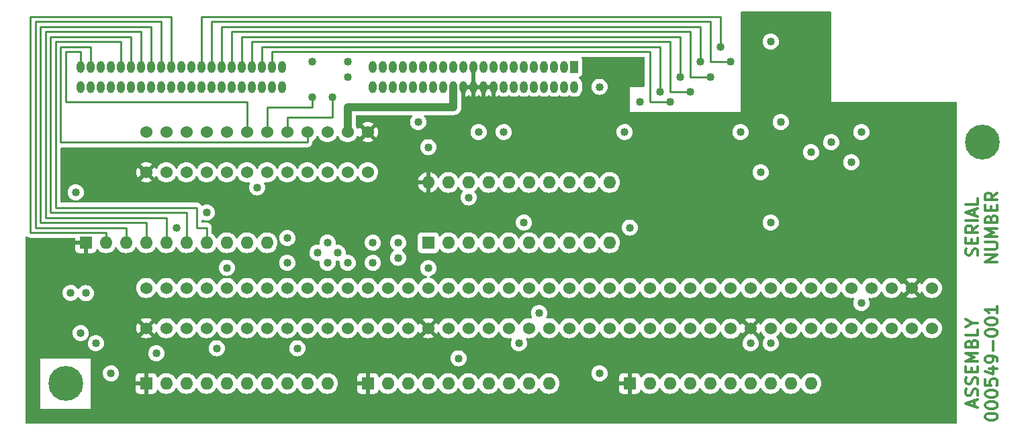
<source format=gtl>
%TF.GenerationSoftware,KiCad,Pcbnew,(6.0.7)*%
%TF.CreationDate,2022-10-12T10:21:11-05:00*%
%TF.ProjectId,CompaqPortableIIIexpansionbackplane,436f6d70-6171-4506-9f72-7461626c6549,rev?*%
%TF.SameCoordinates,Original*%
%TF.FileFunction,Copper,L1,Top*%
%TF.FilePolarity,Positive*%
%FSLAX46Y46*%
G04 Gerber Fmt 4.6, Leading zero omitted, Abs format (unit mm)*
G04 Created by KiCad (PCBNEW (6.0.7)) date 2022-10-12 10:21:11*
%MOMM*%
%LPD*%
G01*
G04 APERTURE LIST*
%ADD10C,0.304800*%
%TA.AperFunction,NonConductor*%
%ADD11C,0.304800*%
%TD*%
%TA.AperFunction,ComponentPad*%
%ADD12R,1.600000X1.600000*%
%TD*%
%TA.AperFunction,ComponentPad*%
%ADD13O,1.600000X1.600000*%
%TD*%
%TA.AperFunction,ComponentPad*%
%ADD14C,1.524000*%
%TD*%
%TA.AperFunction,ComponentPad*%
%ADD15R,1.000000X1.500000*%
%TD*%
%TA.AperFunction,ComponentPad*%
%ADD16O,1.000000X1.500000*%
%TD*%
%TA.AperFunction,ComponentPad*%
%ADD17C,4.400000*%
%TD*%
%TA.AperFunction,ViaPad*%
%ADD18C,1.016000*%
%TD*%
%TA.AperFunction,Conductor*%
%ADD19C,0.250000*%
%TD*%
%TA.AperFunction,Conductor*%
%ADD20C,1.016000*%
%TD*%
%TA.AperFunction,Conductor*%
%ADD21C,0.254000*%
%TD*%
G04 APERTURE END LIST*
D10*
D11*
X206400037Y-103849714D02*
X206472608Y-103632000D01*
X206472608Y-103269142D01*
X206400037Y-103124000D01*
X206327465Y-103051428D01*
X206182322Y-102978857D01*
X206037180Y-102978857D01*
X205892037Y-103051428D01*
X205819465Y-103124000D01*
X205746894Y-103269142D01*
X205674322Y-103559428D01*
X205601751Y-103704571D01*
X205529180Y-103777142D01*
X205384037Y-103849714D01*
X205238894Y-103849714D01*
X205093751Y-103777142D01*
X205021180Y-103704571D01*
X204948608Y-103559428D01*
X204948608Y-103196571D01*
X205021180Y-102978857D01*
X205674322Y-102325714D02*
X205674322Y-101817714D01*
X206472608Y-101600000D02*
X206472608Y-102325714D01*
X204948608Y-102325714D01*
X204948608Y-101600000D01*
X206472608Y-100076000D02*
X205746894Y-100584000D01*
X206472608Y-100946857D02*
X204948608Y-100946857D01*
X204948608Y-100366285D01*
X205021180Y-100221142D01*
X205093751Y-100148571D01*
X205238894Y-100076000D01*
X205456608Y-100076000D01*
X205601751Y-100148571D01*
X205674322Y-100221142D01*
X205746894Y-100366285D01*
X205746894Y-100946857D01*
X206472608Y-99422857D02*
X204948608Y-99422857D01*
X206037180Y-98769714D02*
X206037180Y-98044000D01*
X206472608Y-98914857D02*
X204948608Y-98406857D01*
X206472608Y-97898857D01*
X206472608Y-96665142D02*
X206472608Y-97390857D01*
X204948608Y-97390857D01*
X208926248Y-104648000D02*
X207402248Y-104648000D01*
X208926248Y-103777142D01*
X207402248Y-103777142D01*
X207402248Y-103051428D02*
X208635962Y-103051428D01*
X208781105Y-102978857D01*
X208853677Y-102906285D01*
X208926248Y-102761142D01*
X208926248Y-102470857D01*
X208853677Y-102325714D01*
X208781105Y-102253142D01*
X208635962Y-102180571D01*
X207402248Y-102180571D01*
X208926248Y-101454857D02*
X207402248Y-101454857D01*
X208490820Y-100946857D01*
X207402248Y-100438857D01*
X208926248Y-100438857D01*
X208127962Y-99205142D02*
X208200534Y-98987428D01*
X208273105Y-98914857D01*
X208418248Y-98842285D01*
X208635962Y-98842285D01*
X208781105Y-98914857D01*
X208853677Y-98987428D01*
X208926248Y-99132571D01*
X208926248Y-99713142D01*
X207402248Y-99713142D01*
X207402248Y-99205142D01*
X207474820Y-99060000D01*
X207547391Y-98987428D01*
X207692534Y-98914857D01*
X207837677Y-98914857D01*
X207982820Y-98987428D01*
X208055391Y-99060000D01*
X208127962Y-99205142D01*
X208127962Y-99713142D01*
X208127962Y-98189142D02*
X208127962Y-97681142D01*
X208926248Y-97463428D02*
X208926248Y-98189142D01*
X207402248Y-98189142D01*
X207402248Y-97463428D01*
X208926248Y-95939428D02*
X208200534Y-96447428D01*
X208926248Y-96810285D02*
X207402248Y-96810285D01*
X207402248Y-96229714D01*
X207474820Y-96084571D01*
X207547391Y-96012000D01*
X207692534Y-95939428D01*
X207910248Y-95939428D01*
X208055391Y-96012000D01*
X208127962Y-96084571D01*
X208200534Y-96229714D01*
X208200534Y-96810285D01*
D10*
D11*
X206037180Y-122881571D02*
X206037180Y-122155857D01*
X206472608Y-123026714D02*
X204948608Y-122518714D01*
X206472608Y-122010714D01*
X206400037Y-121575285D02*
X206472608Y-121357571D01*
X206472608Y-120994714D01*
X206400037Y-120849571D01*
X206327465Y-120777000D01*
X206182322Y-120704428D01*
X206037180Y-120704428D01*
X205892037Y-120777000D01*
X205819465Y-120849571D01*
X205746894Y-120994714D01*
X205674322Y-121285000D01*
X205601751Y-121430142D01*
X205529180Y-121502714D01*
X205384037Y-121575285D01*
X205238894Y-121575285D01*
X205093751Y-121502714D01*
X205021180Y-121430142D01*
X204948608Y-121285000D01*
X204948608Y-120922142D01*
X205021180Y-120704428D01*
X206400037Y-120123857D02*
X206472608Y-119906142D01*
X206472608Y-119543285D01*
X206400037Y-119398142D01*
X206327465Y-119325571D01*
X206182322Y-119253000D01*
X206037180Y-119253000D01*
X205892037Y-119325571D01*
X205819465Y-119398142D01*
X205746894Y-119543285D01*
X205674322Y-119833571D01*
X205601751Y-119978714D01*
X205529180Y-120051285D01*
X205384037Y-120123857D01*
X205238894Y-120123857D01*
X205093751Y-120051285D01*
X205021180Y-119978714D01*
X204948608Y-119833571D01*
X204948608Y-119470714D01*
X205021180Y-119253000D01*
X205674322Y-118599857D02*
X205674322Y-118091857D01*
X206472608Y-117874142D02*
X206472608Y-118599857D01*
X204948608Y-118599857D01*
X204948608Y-117874142D01*
X206472608Y-117221000D02*
X204948608Y-117221000D01*
X206037180Y-116713000D01*
X204948608Y-116205000D01*
X206472608Y-116205000D01*
X205674322Y-114971285D02*
X205746894Y-114753571D01*
X205819465Y-114681000D01*
X205964608Y-114608428D01*
X206182322Y-114608428D01*
X206327465Y-114681000D01*
X206400037Y-114753571D01*
X206472608Y-114898714D01*
X206472608Y-115479285D01*
X204948608Y-115479285D01*
X204948608Y-114971285D01*
X205021180Y-114826142D01*
X205093751Y-114753571D01*
X205238894Y-114681000D01*
X205384037Y-114681000D01*
X205529180Y-114753571D01*
X205601751Y-114826142D01*
X205674322Y-114971285D01*
X205674322Y-115479285D01*
X206472608Y-113229571D02*
X206472608Y-113955285D01*
X204948608Y-113955285D01*
X205746894Y-112431285D02*
X206472608Y-112431285D01*
X204948608Y-112939285D02*
X205746894Y-112431285D01*
X204948608Y-111923285D01*
X207402248Y-124296714D02*
X207402248Y-124151571D01*
X207474820Y-124006428D01*
X207547391Y-123933857D01*
X207692534Y-123861285D01*
X207982820Y-123788714D01*
X208345677Y-123788714D01*
X208635962Y-123861285D01*
X208781105Y-123933857D01*
X208853677Y-124006428D01*
X208926248Y-124151571D01*
X208926248Y-124296714D01*
X208853677Y-124441857D01*
X208781105Y-124514428D01*
X208635962Y-124587000D01*
X208345677Y-124659571D01*
X207982820Y-124659571D01*
X207692534Y-124587000D01*
X207547391Y-124514428D01*
X207474820Y-124441857D01*
X207402248Y-124296714D01*
X207402248Y-122845285D02*
X207402248Y-122700142D01*
X207474820Y-122555000D01*
X207547391Y-122482428D01*
X207692534Y-122409857D01*
X207982820Y-122337285D01*
X208345677Y-122337285D01*
X208635962Y-122409857D01*
X208781105Y-122482428D01*
X208853677Y-122555000D01*
X208926248Y-122700142D01*
X208926248Y-122845285D01*
X208853677Y-122990428D01*
X208781105Y-123063000D01*
X208635962Y-123135571D01*
X208345677Y-123208142D01*
X207982820Y-123208142D01*
X207692534Y-123135571D01*
X207547391Y-123063000D01*
X207474820Y-122990428D01*
X207402248Y-122845285D01*
X207402248Y-121393857D02*
X207402248Y-121248714D01*
X207474820Y-121103571D01*
X207547391Y-121031000D01*
X207692534Y-120958428D01*
X207982820Y-120885857D01*
X208345677Y-120885857D01*
X208635962Y-120958428D01*
X208781105Y-121031000D01*
X208853677Y-121103571D01*
X208926248Y-121248714D01*
X208926248Y-121393857D01*
X208853677Y-121539000D01*
X208781105Y-121611571D01*
X208635962Y-121684142D01*
X208345677Y-121756714D01*
X207982820Y-121756714D01*
X207692534Y-121684142D01*
X207547391Y-121611571D01*
X207474820Y-121539000D01*
X207402248Y-121393857D01*
X207402248Y-119507000D02*
X207402248Y-120232714D01*
X208127962Y-120305285D01*
X208055391Y-120232714D01*
X207982820Y-120087571D01*
X207982820Y-119724714D01*
X208055391Y-119579571D01*
X208127962Y-119507000D01*
X208273105Y-119434428D01*
X208635962Y-119434428D01*
X208781105Y-119507000D01*
X208853677Y-119579571D01*
X208926248Y-119724714D01*
X208926248Y-120087571D01*
X208853677Y-120232714D01*
X208781105Y-120305285D01*
X207910248Y-118128142D02*
X208926248Y-118128142D01*
X207329677Y-118491000D02*
X208418248Y-118853857D01*
X208418248Y-117910428D01*
X208926248Y-117257285D02*
X208926248Y-116967000D01*
X208853677Y-116821857D01*
X208781105Y-116749285D01*
X208563391Y-116604142D01*
X208273105Y-116531571D01*
X207692534Y-116531571D01*
X207547391Y-116604142D01*
X207474820Y-116676714D01*
X207402248Y-116821857D01*
X207402248Y-117112142D01*
X207474820Y-117257285D01*
X207547391Y-117329857D01*
X207692534Y-117402428D01*
X208055391Y-117402428D01*
X208200534Y-117329857D01*
X208273105Y-117257285D01*
X208345677Y-117112142D01*
X208345677Y-116821857D01*
X208273105Y-116676714D01*
X208200534Y-116604142D01*
X208055391Y-116531571D01*
X208345677Y-115878428D02*
X208345677Y-114717285D01*
X207402248Y-113701285D02*
X207402248Y-113556142D01*
X207474820Y-113411000D01*
X207547391Y-113338428D01*
X207692534Y-113265857D01*
X207982820Y-113193285D01*
X208345677Y-113193285D01*
X208635962Y-113265857D01*
X208781105Y-113338428D01*
X208853677Y-113411000D01*
X208926248Y-113556142D01*
X208926248Y-113701285D01*
X208853677Y-113846428D01*
X208781105Y-113919000D01*
X208635962Y-113991571D01*
X208345677Y-114064142D01*
X207982820Y-114064142D01*
X207692534Y-113991571D01*
X207547391Y-113919000D01*
X207474820Y-113846428D01*
X207402248Y-113701285D01*
X207402248Y-112249857D02*
X207402248Y-112104714D01*
X207474820Y-111959571D01*
X207547391Y-111887000D01*
X207692534Y-111814428D01*
X207982820Y-111741857D01*
X208345677Y-111741857D01*
X208635962Y-111814428D01*
X208781105Y-111887000D01*
X208853677Y-111959571D01*
X208926248Y-112104714D01*
X208926248Y-112249857D01*
X208853677Y-112395000D01*
X208781105Y-112467571D01*
X208635962Y-112540142D01*
X208345677Y-112612714D01*
X207982820Y-112612714D01*
X207692534Y-112540142D01*
X207547391Y-112467571D01*
X207474820Y-112395000D01*
X207402248Y-112249857D01*
X208926248Y-110290428D02*
X208926248Y-111161285D01*
X208926248Y-110725857D02*
X207402248Y-110725857D01*
X207619962Y-110871000D01*
X207765105Y-111016142D01*
X207837677Y-111161285D01*
D12*
%TO.P,RN1,1,common*%
%TO.N,+5V*%
X93980000Y-102235000D03*
D13*
%TO.P,RN1,2,R1*%
%TO.N,/A2*%
X96520000Y-102235000D03*
%TO.P,RN1,3,R2*%
%TO.N,/LA23*%
X99060000Y-102235000D03*
%TO.P,RN1,4,R3*%
%TO.N,/LA22*%
X101600000Y-102235000D03*
%TO.P,RN1,5,R4*%
%TO.N,/LA21*%
X104140000Y-102235000D03*
%TO.P,RN1,6,R5*%
%TO.N,/LA20*%
X106680000Y-102235000D03*
%TO.P,RN1,7,R6*%
%TO.N,/LA19*%
X109220000Y-102235000D03*
%TO.P,RN1,8,R7*%
%TO.N,/BA01*%
X111760000Y-102235000D03*
%TO.P,RN1,9,R8*%
%TO.N,/BA02*%
X114300000Y-102235000D03*
%TO.P,RN1,10,R9*%
%TO.N,unconnected-(RN1-Pad10)*%
X116840000Y-102235000D03*
%TD*%
D14*
%TO.P,J110,1,Pin_1*%
%TO.N,GND*%
X101600000Y-88265000D03*
%TO.P,J110,2,Pin_2*%
%TO.N,+5V*%
X101600000Y-93345000D03*
%TO.P,J110,3,Pin_3*%
%TO.N,/MODEM-DB0*%
X104140000Y-88265000D03*
%TO.P,J110,4,Pin_4*%
%TO.N,/MODEM-DB1*%
X104140000Y-93345000D03*
%TO.P,J110,5,Pin_5*%
%TO.N,/MODEM-DB2*%
X106680000Y-88265000D03*
%TO.P,J110,6,Pin_6*%
%TO.N,/MODEM-DB3*%
X106680000Y-93345000D03*
%TO.P,J110,7,Pin_7*%
%TO.N,/MODEM-DB4*%
X109220000Y-88265000D03*
%TO.P,J110,8,Pin_8*%
%TO.N,/MODEM-DB5*%
X109220000Y-93345000D03*
%TO.P,J110,9,Pin_9*%
%TO.N,/MODEM-DB6*%
X111760000Y-88265000D03*
%TO.P,J110,10,Pin_10*%
%TO.N,/MODEM-DB7*%
X111760000Y-93345000D03*
%TO.P,J110,11,Pin_11*%
%TO.N,/MODEM_CS*%
X114300000Y-88265000D03*
%TO.P,J110,12,Pin_12*%
%TO.N,/MODEM_IRQ*%
X114300000Y-93345000D03*
%TO.P,J110,13,Pin_13*%
%TO.N,/IOW*%
X116840000Y-88265000D03*
%TO.P,J110,14,Pin_14*%
%TO.N,/IOR*%
X116840000Y-93345000D03*
%TO.P,J110,15,Pin_15*%
%TO.N,/MR*%
X119380000Y-88265000D03*
%TO.P,J110,16,Pin_16*%
%TO.N,/Speaker*%
X119380000Y-93345000D03*
%TO.P,J110,17,Pin_17*%
%TO.N,/BA00*%
X121920000Y-88265000D03*
%TO.P,J110,18,Pin_18*%
%TO.N,/BA01*%
X121920000Y-93345000D03*
%TO.P,J110,19,Pin_19*%
%TO.N,/BA02*%
X124460000Y-88265000D03*
%TO.P,J110,20,Pin_20*%
%TO.N,unconnected-(J110-Pad20)*%
X124460000Y-93345000D03*
%TO.P,J110,21,Pin_21*%
%TO.N,+12V*%
X127000000Y-88265000D03*
%TO.P,J110,22,Pin_22*%
%TO.N,-12V*%
X127000000Y-93345000D03*
%TO.P,J110,23,Pin_23*%
%TO.N,+5V*%
X129540000Y-88265000D03*
%TO.P,J110,24,Pin_24*%
%TO.N,GND*%
X129540000Y-93345000D03*
%TD*%
D15*
%TO.P,J113,1,Pin_1*%
%TO.N,/DB1*%
X155575000Y-80010000D03*
D16*
%TO.P,J113,2,Pin_2*%
%TO.N,/DB2*%
X155575000Y-82550000D03*
%TO.P,J113,3,Pin_3*%
%TO.N,/DB0*%
X154305000Y-80010000D03*
%TO.P,J113,4,Pin_4*%
%TO.N,/DB3*%
X154305000Y-82550000D03*
%TO.P,J113,5,Pin_5*%
%TO.N,/5j113-35j114*%
X153035000Y-80010000D03*
%TO.P,J113,6,Pin_6*%
%TO.N,/DB4*%
X153035000Y-82550000D03*
%TO.P,J113,7,Pin_7*%
%TO.N,/7j113-58j114*%
X151765000Y-80010000D03*
%TO.P,J113,8,Pin_8*%
%TO.N,/DB5*%
X151765000Y-82550000D03*
%TO.P,J113,9,Pin_9*%
%TO.N,/ALE*%
X150495000Y-80010000D03*
%TO.P,J113,10,Pin_10*%
%TO.N,/DB6*%
X150495000Y-82550000D03*
%TO.P,J113,11,Pin_11*%
%TO.N,/11j113-21j114*%
X149225000Y-80010000D03*
%TO.P,J113,12,Pin_12*%
%TO.N,/MODEM_IRQ*%
X149225000Y-82550000D03*
%TO.P,J113,13,Pin_13*%
%TO.N,/BA02*%
X147955000Y-80010000D03*
%TO.P,J113,14,Pin_14*%
%TO.N,/DB7*%
X147955000Y-82550000D03*
%TO.P,J113,15,Pin_15*%
%TO.N,/MEMODD-DP*%
X146685000Y-80010000D03*
%TO.P,J113,16,Pin_16*%
%TO.N,/16j113-?*%
X146685000Y-82550000D03*
%TO.P,J113,17,Pin_17*%
%TO.N,/MEMODD-QP*%
X145415000Y-80010000D03*
%TO.P,J113,18,Pin_18*%
%TO.N,+5V*%
X145415000Y-82550000D03*
%TO.P,J113,19,Pin_19*%
%TO.N,/MEMEVEN-DP*%
X144145000Y-80010000D03*
%TO.P,J113,20,Pin_20*%
%TO.N,+5V*%
X144145000Y-82550000D03*
%TO.P,J113,21,Pin_21*%
X142875000Y-80010000D03*
%TO.P,J113,22,Pin_22*%
X142875000Y-82550000D03*
%TO.P,J113,23,Pin_23*%
%TO.N,/MEMEVEN-QP*%
X141605000Y-80010000D03*
%TO.P,J113,24,Pin_24*%
%TO.N,+5V*%
X141605000Y-82550000D03*
%TO.P,J113,25,Pin_25*%
%TO.N,/IOR*%
X140335000Y-80010000D03*
%TO.P,J113,26,Pin_26*%
%TO.N,+12V*%
X140335000Y-82550000D03*
%TO.P,J113,27,Pin_27*%
%TO.N,/IOW*%
X139065000Y-80010000D03*
%TO.P,J113,28,Pin_28*%
%TO.N,/MA0*%
X139065000Y-82550000D03*
%TO.P,J113,29,Pin_29*%
%TO.N,/MR*%
X137795000Y-80010000D03*
%TO.P,J113,30,Pin_30*%
%TO.N,/MA1*%
X137795000Y-82550000D03*
%TO.P,J113,31,Pin_31*%
%TO.N,/31j113-34j114*%
X136525000Y-80010000D03*
%TO.P,J113,32,Pin_32*%
%TO.N,/MA2*%
X136525000Y-82550000D03*
%TO.P,J113,33,Pin_33*%
%TO.N,/BA01*%
X135255000Y-80010000D03*
%TO.P,J113,34,Pin_34*%
%TO.N,/MA3*%
X135255000Y-82550000D03*
%TO.P,J113,35,Pin_35*%
%TO.N,/A10*%
X133985000Y-80010000D03*
%TO.P,J113,36,Pin_36*%
%TO.N,/MA4*%
X133985000Y-82550000D03*
%TO.P,J113,37,Pin_37*%
%TO.N,/MA8*%
X132715000Y-80010000D03*
%TO.P,J113,38,Pin_38*%
%TO.N,/MA5*%
X132715000Y-82550000D03*
%TO.P,J113,39,Pin_39*%
%TO.N,/MA7*%
X131445000Y-80010000D03*
%TO.P,J113,40,Pin_40*%
%TO.N,/MA6*%
X131445000Y-82550000D03*
%TO.P,J113,41,Pin_41*%
%TO.N,/BA13*%
X130175000Y-80010000D03*
%TO.P,J113,42,Pin_42*%
%TO.N,/BA12*%
X130175000Y-82550000D03*
%TO.P,J113,43,Pin_43*%
%TO.N,/BA11*%
X118745000Y-80010000D03*
%TO.P,J113,44,Pin_44*%
%TO.N,/44j113-?*%
X118745000Y-82550000D03*
%TO.P,J113,45,Pin_45*%
%TO.N,/D8*%
X117475000Y-80010000D03*
%TO.P,J113,46,Pin_46*%
%TO.N,/46j113-4j114*%
X117475000Y-82550000D03*
%TO.P,J113,47,Pin_47*%
%TO.N,/D9*%
X116205000Y-80010000D03*
%TO.P,J113,48,Pin_48*%
%TO.N,/48j113-18j114*%
X116205000Y-82550000D03*
%TO.P,J113,49,Pin_49*%
%TO.N,/D10*%
X114935000Y-80010000D03*
%TO.P,J113,50,Pin_50*%
%TO.N,/50j113-17j114*%
X114935000Y-82550000D03*
%TO.P,J113,51,Pin_51*%
%TO.N,/D11*%
X113665000Y-80010000D03*
%TO.P,J113,52,Pin_52*%
%TO.N,/52j113-16j114*%
X113665000Y-82550000D03*
%TO.P,J113,53,Pin_53*%
%TO.N,/D12*%
X112395000Y-80010000D03*
%TO.P,J113,54,Pin_54*%
%TO.N,/54j113-59j114*%
X112395000Y-82550000D03*
%TO.P,J113,55,Pin_55*%
%TO.N,/D13*%
X111125000Y-80010000D03*
%TO.P,J113,56,Pin_56*%
%TO.N,/56j113-19j114*%
X111125000Y-82550000D03*
%TO.P,J113,57,Pin_57*%
%TO.N,/D14*%
X109855000Y-80010000D03*
%TO.P,J113,58,Pin_58*%
%TO.N,/58j113-57j114*%
X109855000Y-82550000D03*
%TO.P,J113,59,Pin_59*%
%TO.N,/D15*%
X108585000Y-80010000D03*
%TO.P,J113,60,Pin_60*%
%TO.N,-12V*%
X108585000Y-82550000D03*
%TO.P,J113,61,Pin_61*%
%TO.N,/Speaker*%
X107315000Y-80010000D03*
%TO.P,J113,62,Pin_62*%
%TO.N,GND*%
X107315000Y-82550000D03*
%TO.P,J113,63,Pin_63*%
X106045000Y-80010000D03*
%TO.P,J113,64,Pin_64*%
X106045000Y-82550000D03*
%TO.P,J113,65,Pin_65*%
%TO.N,/A2*%
X104775000Y-80010000D03*
%TO.P,J113,66,Pin_66*%
%TO.N,GND*%
X104775000Y-82550000D03*
%TO.P,J113,67,Pin_67*%
%TO.N,/LA23*%
X103505000Y-80010000D03*
%TO.P,J113,68,Pin_68*%
%TO.N,GND*%
X103505000Y-82550000D03*
%TO.P,J113,69,Pin_69*%
%TO.N,/LA22*%
X102235000Y-80010000D03*
%TO.P,J113,70,Pin_70*%
%TO.N,/A16*%
X102235000Y-82550000D03*
%TO.P,J113,71,Pin_71*%
%TO.N,/LA21*%
X100965000Y-80010000D03*
%TO.P,J113,72,Pin_72*%
%TO.N,/A15*%
X100965000Y-82550000D03*
%TO.P,J113,73,Pin_73*%
%TO.N,/LA20*%
X99695000Y-80010000D03*
%TO.P,J113,74,Pin_74*%
%TO.N,/A14*%
X99695000Y-82550000D03*
%TO.P,J113,75,Pin_75*%
%TO.N,/LA19*%
X98425000Y-80010000D03*
%TO.P,J113,76,Pin_76*%
%TO.N,/REFRESH*%
X98425000Y-82550000D03*
%TO.P,J113,77,Pin_77*%
%TO.N,/LA18*%
X97155000Y-80010000D03*
%TO.P,J113,78,Pin_78*%
%TO.N,/SBHE*%
X97155000Y-82550000D03*
%TO.P,J113,79,Pin_79*%
%TO.N,/LA17*%
X95885000Y-80010000D03*
%TO.P,J113,80,Pin_80*%
%TO.N,/IO_READY*%
X95885000Y-82550000D03*
%TO.P,J113,81,Pin_81*%
%TO.N,/BA00*%
X94615000Y-80010000D03*
%TO.P,J113,82,Pin_82*%
%TO.N,/IO*%
X94615000Y-82550000D03*
%TO.P,J113,83,Pin_83*%
%TO.N,/MODEM_CS*%
X93345000Y-80010000D03*
%TO.P,J113,84,Pin_84*%
%TO.N,/84j113-56j114*%
X93345000Y-82550000D03*
%TD*%
D12*
%TO.P,RN3,1,common*%
%TO.N,+5V*%
X129540000Y-120015000D03*
D13*
%TO.P,RN3,2,R1*%
%TO.N,/MA0*%
X132080000Y-120015000D03*
%TO.P,RN3,3,R2*%
%TO.N,/MA2*%
X134620000Y-120015000D03*
%TO.P,RN3,4,R3*%
%TO.N,/MA4*%
X137160000Y-120015000D03*
%TO.P,RN3,5,R4*%
%TO.N,/MA6*%
X139700000Y-120015000D03*
%TO.P,RN3,6,R5*%
%TO.N,/MA8*%
X142240000Y-120015000D03*
%TO.P,RN3,7,R6*%
%TO.N,/MA1*%
X144780000Y-120015000D03*
%TO.P,RN3,8,R7*%
%TO.N,/MA3*%
X147320000Y-120015000D03*
%TO.P,RN3,9,R8*%
%TO.N,/MA5*%
X149860000Y-120015000D03*
%TO.P,RN3,10,R9*%
%TO.N,/MA7*%
X152400000Y-120015000D03*
%TD*%
D12*
%TO.P,RN2,1,common*%
%TO.N,+5V*%
X162560000Y-120015000D03*
D13*
%TO.P,RN2,2,R1*%
%TO.N,/A10*%
X165100000Y-120015000D03*
%TO.P,RN2,3,R2*%
%TO.N,/D9*%
X167640000Y-120015000D03*
%TO.P,RN2,4,R3*%
%TO.N,/D8*%
X170180000Y-120015000D03*
%TO.P,RN2,5,R4*%
%TO.N,/D11*%
X172720000Y-120015000D03*
%TO.P,RN2,6,R5*%
%TO.N,/D10*%
X175260000Y-120015000D03*
%TO.P,RN2,7,R6*%
%TO.N,/D13*%
X177800000Y-120015000D03*
%TO.P,RN2,8,R7*%
%TO.N,/D12*%
X180340000Y-120015000D03*
%TO.P,RN2,9,R8*%
%TO.N,/D15*%
X182880000Y-120015000D03*
%TO.P,RN2,10,R9*%
%TO.N,/D14*%
X185420000Y-120015000D03*
%TD*%
D12*
%TO.P,RN4,1,common*%
%TO.N,+5V*%
X101600000Y-120015000D03*
D13*
%TO.P,RN4,2,R1*%
%TO.N,/BA11*%
X104140000Y-120015000D03*
%TO.P,RN4,3,R2*%
%TO.N,/LA18*%
X106680000Y-120015000D03*
%TO.P,RN4,4,R3*%
%TO.N,/LA17*%
X109220000Y-120015000D03*
%TO.P,RN4,5,R4*%
%TO.N,/A16*%
X111760000Y-120015000D03*
%TO.P,RN4,6,R5*%
%TO.N,/A15*%
X114300000Y-120015000D03*
%TO.P,RN4,7,R6*%
%TO.N,/A14*%
X116840000Y-120015000D03*
%TO.P,RN4,8,R7*%
%TO.N,/BA13*%
X119380000Y-120015000D03*
%TO.P,RN4,9,R8*%
%TO.N,/BA00*%
X121920000Y-120015000D03*
%TO.P,RN4,10,R9*%
%TO.N,/BA12*%
X124460000Y-120015000D03*
%TD*%
D12*
%TO.P,U1,1,A->B*%
%TO.N,/IOR*%
X137160000Y-102235000D03*
D13*
%TO.P,U1,2,A0*%
%TO.N,/DB0*%
X139700000Y-102235000D03*
%TO.P,U1,3,A1*%
%TO.N,/DB7*%
X142240000Y-102235000D03*
%TO.P,U1,4,A2*%
%TO.N,/DB2*%
X144780000Y-102235000D03*
%TO.P,U1,5,A3*%
%TO.N,/DB5*%
X147320000Y-102235000D03*
%TO.P,U1,6,A4*%
%TO.N,/DB4*%
X149860000Y-102235000D03*
%TO.P,U1,7,A5*%
%TO.N,/DB3*%
X152400000Y-102235000D03*
%TO.P,U1,8,A6*%
%TO.N,/DB6*%
X154940000Y-102235000D03*
%TO.P,U1,9,A7*%
%TO.N,/DB1*%
X157480000Y-102235000D03*
%TO.P,U1,10,GND*%
%TO.N,GND*%
X160020000Y-102235000D03*
%TO.P,U1,11,B7*%
%TO.N,/MODEM-DB1*%
X160020000Y-94615000D03*
%TO.P,U1,12,B6*%
%TO.N,/MODEM-DB6*%
X157480000Y-94615000D03*
%TO.P,U1,13,B5*%
%TO.N,/MODEM-DB3*%
X154940000Y-94615000D03*
%TO.P,U1,14,B4*%
%TO.N,/MODEM-DB4*%
X152400000Y-94615000D03*
%TO.P,U1,15,B3*%
%TO.N,/MODEM-DB5*%
X149860000Y-94615000D03*
%TO.P,U1,16,B2*%
%TO.N,/MODEM-DB2*%
X147320000Y-94615000D03*
%TO.P,U1,17,B1*%
%TO.N,/MODEM-DB7*%
X144780000Y-94615000D03*
%TO.P,U1,18,B0*%
%TO.N,/MODEM-DB0*%
X142240000Y-94615000D03*
%TO.P,U1,19,CE*%
%TO.N,/MODEM_CS*%
X139700000Y-94615000D03*
%TO.P,U1,20,VCC*%
%TO.N,+5V*%
X137160000Y-94615000D03*
%TD*%
D14*
%TO.P,J114,1,Pin_1*%
%TO.N,GND*%
X101600000Y-107950000D03*
%TO.P,J114,2,Pin_2*%
%TO.N,/MEMODD-DP*%
X104140000Y-107950000D03*
%TO.P,J114,3,Pin_3*%
%TO.N,/MEMODD-QP*%
X106680000Y-107950000D03*
%TO.P,J114,4,Pin_4*%
%TO.N,/46j113-4j114*%
X109220000Y-107950000D03*
%TO.P,J114,5,Pin_5*%
%TO.N,/LA22*%
X111760000Y-107950000D03*
%TO.P,J114,6,Pin_6*%
%TO.N,/LA18*%
X114300000Y-107950000D03*
%TO.P,J114,7,Pin_7*%
%TO.N,/A16*%
X116840000Y-107950000D03*
%TO.P,J114,8,Pin_8*%
%TO.N,/A14*%
X119380000Y-107950000D03*
%TO.P,J114,9,Pin_9*%
%TO.N,/A10*%
X121920000Y-107950000D03*
%TO.P,J114,10,Pin_10*%
%TO.N,/MA0*%
X124460000Y-107950000D03*
%TO.P,J114,11,Pin_11*%
%TO.N,/MA2*%
X127000000Y-107950000D03*
%TO.P,J114,12,Pin_12*%
%TO.N,/MA4*%
X129540000Y-107950000D03*
%TO.P,J114,13,Pin_13*%
%TO.N,/MA6*%
X132080000Y-107950000D03*
%TO.P,J114,14,Pin_14*%
%TO.N,/MA8*%
X134620000Y-107950000D03*
%TO.P,J114,15,Pin_15*%
%TO.N,GND*%
X137160000Y-107950000D03*
%TO.P,J114,16,Pin_16*%
%TO.N,/52j113-16j114*%
X139700000Y-107950000D03*
%TO.P,J114,17,Pin_17*%
%TO.N,/50j113-17j114*%
X142240000Y-107950000D03*
%TO.P,J114,18,Pin_18*%
%TO.N,/48j113-18j114*%
X144780000Y-107950000D03*
%TO.P,J114,19,Pin_19*%
%TO.N,/56j113-19j114*%
X147320000Y-107950000D03*
%TO.P,J114,20,Pin_20*%
%TO.N,/LA20*%
X149860000Y-107950000D03*
%TO.P,J114,21,Pin_21*%
%TO.N,/11j113-21j114*%
X152400000Y-107950000D03*
%TO.P,J114,22,Pin_22*%
%TO.N,unconnected-(J114-Pad22)*%
X154940000Y-107950000D03*
%TO.P,J114,23,Pin_23*%
%TO.N,/DB0*%
X157480000Y-107950000D03*
%TO.P,J114,24,Pin_24*%
%TO.N,/DB2*%
X160020000Y-107950000D03*
%TO.P,J114,25,Pin_25*%
%TO.N,/DB4*%
X162560000Y-107950000D03*
%TO.P,J114,26,Pin_26*%
%TO.N,/DB6*%
X165100000Y-107950000D03*
%TO.P,J114,27,Pin_27*%
%TO.N,/D8*%
X167640000Y-107950000D03*
%TO.P,J114,28,Pin_28*%
%TO.N,/D10*%
X170180000Y-107950000D03*
%TO.P,J114,29,Pin_29*%
%TO.N,/D12*%
X172720000Y-107950000D03*
%TO.P,J114,30,Pin_30*%
%TO.N,/D14*%
X175260000Y-107950000D03*
%TO.P,J114,31,Pin_31*%
%TO.N,GND*%
X177800000Y-107950000D03*
%TO.P,J114,32,Pin_32*%
%TO.N,/IOR*%
X180340000Y-107950000D03*
%TO.P,J114,33,Pin_33*%
%TO.N,/IO*%
X182880000Y-107950000D03*
%TO.P,J114,34,Pin_34*%
%TO.N,/31j113-34j114*%
X185420000Y-107950000D03*
%TO.P,J114,35,Pin_35*%
%TO.N,/5j113-35j114*%
X187960000Y-107950000D03*
%TO.P,J114,36,Pin_36*%
%TO.N,/MR*%
X190500000Y-107950000D03*
%TO.P,J114,37,Pin_37*%
%TO.N,unconnected-(J114-Pad37)*%
X193040000Y-107950000D03*
%TO.P,J114,38,Pin_38*%
%TO.N,/A2*%
X195580000Y-107950000D03*
%TO.P,J114,39,Pin_39*%
%TO.N,+5V*%
X198120000Y-107950000D03*
%TO.P,J114,40,Pin_40*%
%TO.N,GND*%
X200660000Y-107950000D03*
%TO.P,J114,41,Pin_41*%
%TO.N,+5V*%
X101600000Y-113030000D03*
%TO.P,J114,42,Pin_42*%
%TO.N,/MEMEVEN-DP*%
X104140000Y-113030000D03*
%TO.P,J114,43,Pin_43*%
%TO.N,/MEMEVEN-QP*%
X106680000Y-113030000D03*
%TO.P,J114,44,Pin_44*%
%TO.N,/LA23*%
X109220000Y-113030000D03*
%TO.P,J114,45,Pin_45*%
%TO.N,/LA21*%
X111760000Y-113030000D03*
%TO.P,J114,46,Pin_46*%
%TO.N,/LA17*%
X114300000Y-113030000D03*
%TO.P,J114,47,Pin_47*%
%TO.N,/A15*%
X116840000Y-113030000D03*
%TO.P,J114,48,Pin_48*%
%TO.N,/BA13*%
X119380000Y-113030000D03*
%TO.P,J114,49,Pin_49*%
%TO.N,/BA00*%
X121920000Y-113030000D03*
%TO.P,J114,50,Pin_50*%
%TO.N,/MA1*%
X124460000Y-113030000D03*
%TO.P,J114,51,Pin_51*%
%TO.N,/MA3*%
X127000000Y-113030000D03*
%TO.P,J114,52,Pin_52*%
%TO.N,/MA5*%
X129540000Y-113030000D03*
%TO.P,J114,53,Pin_53*%
%TO.N,/MA7*%
X132080000Y-113030000D03*
%TO.P,J114,54,Pin_54*%
%TO.N,/ALE*%
X134620000Y-113030000D03*
%TO.P,J114,55,Pin_55*%
%TO.N,+5V*%
X137160000Y-113030000D03*
%TO.P,J114,56,Pin_56*%
%TO.N,/84j113-56j114*%
X139700000Y-113030000D03*
%TO.P,J114,57,Pin_57*%
%TO.N,/58j113-57j114*%
X142240000Y-113030000D03*
%TO.P,J114,58,Pin_58*%
%TO.N,/7j113-58j114*%
X144780000Y-113030000D03*
%TO.P,J114,59,Pin_59*%
%TO.N,/54j113-59j114*%
X147320000Y-113030000D03*
%TO.P,J114,60,Pin_60*%
%TO.N,/LA19*%
X149860000Y-113030000D03*
%TO.P,J114,61,Pin_61*%
%TO.N,/REFRESH*%
X152400000Y-113030000D03*
%TO.P,J114,62,Pin_62*%
%TO.N,unconnected-(J114-Pad62)*%
X154940000Y-113030000D03*
%TO.P,J114,63,Pin_63*%
%TO.N,/DB1*%
X157480000Y-113030000D03*
%TO.P,J114,64,Pin_64*%
%TO.N,/DB3*%
X160020000Y-113030000D03*
%TO.P,J114,65,Pin_65*%
%TO.N,/DB5*%
X162560000Y-113030000D03*
%TO.P,J114,66,Pin_66*%
%TO.N,/DB7*%
X165100000Y-113030000D03*
%TO.P,J114,67,Pin_67*%
%TO.N,/D9*%
X167640000Y-113030000D03*
%TO.P,J114,68,Pin_68*%
%TO.N,/D11*%
X170180000Y-113030000D03*
%TO.P,J114,69,Pin_69*%
%TO.N,/D13*%
X172720000Y-113030000D03*
%TO.P,J114,70,Pin_70*%
%TO.N,/D15*%
X175282238Y-113102193D03*
%TO.P,J114,71,Pin_71*%
%TO.N,+5V*%
X177800000Y-113030000D03*
%TO.P,J114,72,Pin_72*%
%TO.N,/IOW*%
X180340000Y-113030000D03*
%TO.P,J114,73,Pin_73*%
%TO.N,/BA12*%
X182880000Y-113030000D03*
%TO.P,J114,74,Pin_74*%
%TO.N,/IO_READY*%
X185420000Y-113030000D03*
%TO.P,J114,75,Pin_75*%
%TO.N,/SBHE*%
X187960000Y-113030000D03*
%TO.P,J114,76,Pin_76*%
%TO.N,unconnected-(J114-Pad76)*%
X190500000Y-113030000D03*
%TO.P,J114,77,Pin_77*%
%TO.N,unconnected-(J114-Pad77)*%
X193040000Y-113030000D03*
%TO.P,J114,78,Pin_78*%
%TO.N,/BA11*%
X195580000Y-113030000D03*
%TO.P,J114,79,Pin_79*%
%TO.N,unconnected-(J114-Pad79)*%
X198120000Y-113030000D03*
%TO.P,J114,80,Pin_80*%
%TO.N,GND*%
X200660000Y-113030000D03*
%TD*%
D17*
%TO.P,H2,1,1*%
%TO.N,GND*%
X207010000Y-89535000D03*
%TD*%
%TO.P,H1,1,1*%
%TO.N,GND*%
X91440000Y-120015000D03*
%TD*%
D18*
%TO.N,/IOW*%
X179070000Y-93345000D03*
X122555000Y-83820000D03*
%TO.N,/IOR*%
X180340000Y-76835000D03*
X180340000Y-99695000D03*
X119380000Y-101650800D03*
%TO.N,/MR*%
X190500000Y-92075000D03*
X125095000Y-83820000D03*
%TO.N,/MA0*%
X158750000Y-118745000D03*
X163830000Y-84455000D03*
%TO.N,/MA2*%
X137160000Y-105460800D03*
%TO.N,/MA4*%
X130175000Y-102235000D03*
X133350000Y-102235000D03*
%TO.N,/MA8*%
X125730000Y-103505000D03*
X133350000Y-104140000D03*
X127000000Y-79375000D03*
%TO.N,/MA5*%
X140970000Y-116840000D03*
%TO.N,/MA7*%
X127000000Y-81280000D03*
X127000000Y-104775000D03*
X130175000Y-104775000D03*
%TO.N,/11j113-21j114*%
X191770000Y-109855000D03*
X191770000Y-88265000D03*
%TO.N,/5j113-35j114*%
X187960000Y-89535000D03*
%TO.N,/31j113-34j114*%
X185420000Y-90805000D03*
%TO.N,/7j113-58j114*%
X177800000Y-114935000D03*
X176530000Y-88265000D03*
%TO.N,/50j113-17j114*%
X137160000Y-90170000D03*
%TO.N,/48j113-18j114*%
X143510000Y-88265000D03*
%TO.N,/MEMODD-DP*%
X93980000Y-108610400D03*
%TO.N,/MEMODD-QP*%
X92075000Y-108585000D03*
%TO.N,/A16*%
X110490000Y-115570000D03*
%TO.N,/A10*%
X120650000Y-115570000D03*
%TO.N,/LA23*%
X105410000Y-100330000D03*
%TO.N,/MEMEVEN-DP*%
X93345000Y-113665000D03*
%TO.N,/MEMEVEN-QP*%
X95250000Y-114935000D03*
%TO.N,/DB0*%
X158750000Y-82550000D03*
%TO.N,/DB7*%
X148590000Y-114935000D03*
%TO.N,/DB5*%
X151130000Y-111125000D03*
%TO.N,/DB6*%
X149225000Y-99695000D03*
%TO.N,/DB1*%
X162560000Y-100330000D03*
%TO.N,/MODEM_CS*%
X115570000Y-95250000D03*
%TO.N,/MODEM_IRQ*%
X142240000Y-96520000D03*
%TO.N,/LA21*%
X111760000Y-105410000D03*
%TO.N,/Speaker*%
X122555000Y-79375000D03*
%TO.N,/BA01*%
X124460000Y-104775000D03*
X92710000Y-95885000D03*
X109220000Y-98425000D03*
%TO.N,/BA02*%
X124460000Y-102235000D03*
X161925000Y-88265000D03*
%TO.N,/D8*%
X167640000Y-84455000D03*
%TO.N,/D10*%
X170180000Y-83185000D03*
%TO.N,/D12*%
X172720000Y-81280000D03*
%TO.N,/D14*%
X175260000Y-79375000D03*
%TO.N,/D9*%
X166370000Y-83185000D03*
%TO.N,/D11*%
X168910000Y-81280000D03*
%TO.N,/D13*%
X171450000Y-79375000D03*
%TO.N,/D15*%
X173990000Y-77470000D03*
%TO.N,/A15*%
X102870000Y-116205000D03*
%TO.N,/BA13*%
X123190000Y-103505000D03*
X119380000Y-104775000D03*
%TO.N,/ALE*%
X180340000Y-114935000D03*
X181610000Y-86995000D03*
%TO.N,/BA11*%
X97155000Y-118745000D03*
%TO.N,/44j113-?*%
X135890000Y-86995000D03*
%TO.N,/16j113-?*%
X146685000Y-88265000D03*
%TD*%
D19*
%TO.N,/IOW*%
X116840000Y-85090000D02*
X116840000Y-88265000D01*
X122555000Y-83820000D02*
X122555000Y-85090000D01*
X122555000Y-85090000D02*
X116840000Y-85090000D01*
%TO.N,/MR*%
X125095000Y-86360000D02*
X119380000Y-86360000D01*
X119380000Y-86360000D02*
X119380000Y-88265000D01*
X125095000Y-83820000D02*
X125095000Y-86360000D01*
%TO.N,/LA22*%
X101600000Y-99695000D02*
X88265000Y-99695000D01*
X102235000Y-74930000D02*
X88265000Y-74930000D01*
X88265000Y-99695000D02*
X88265000Y-74930000D01*
X101600000Y-102235000D02*
X101600000Y-99695000D01*
X102235000Y-80010000D02*
X102235000Y-74930000D01*
%TO.N,/LA20*%
X89535000Y-76200000D02*
X89535000Y-98425000D01*
X99695000Y-80010000D02*
X99695000Y-76200000D01*
X106680000Y-98425000D02*
X106680000Y-102235000D01*
X99695000Y-76200000D02*
X89535000Y-76200000D01*
X89535000Y-98425000D02*
X106680000Y-98425000D01*
%TO.N,/LA23*%
X99060000Y-100330000D02*
X87630000Y-100330000D01*
X87630000Y-74295000D02*
X87630000Y-100330000D01*
X103505000Y-74295000D02*
X87630000Y-74295000D01*
X99060000Y-102235000D02*
X99060000Y-100330000D01*
X103505000Y-80010000D02*
X103505000Y-74295000D01*
D20*
%TO.N,+12V*%
X127000000Y-88265000D02*
X127000000Y-85090000D01*
X140335000Y-85090000D02*
X140335000Y-82550000D01*
X127000000Y-85090000D02*
X140335000Y-85090000D01*
D19*
%TO.N,/MODEM_CS*%
X91440000Y-84455000D02*
X114300000Y-84455000D01*
X114300000Y-84455000D02*
X114300000Y-88265000D01*
X93345000Y-78105000D02*
X91440000Y-78105000D01*
X91440000Y-78105000D02*
X91440000Y-84455000D01*
X93345000Y-80010000D02*
X93345000Y-78105000D01*
D21*
X114274600Y-87909400D02*
X114046000Y-88138000D01*
D19*
%TO.N,/LA21*%
X100965000Y-80010000D02*
X100965000Y-75565000D01*
X104140000Y-102235000D02*
X104140000Y-99060000D01*
X100965000Y-75565000D02*
X88900000Y-75565000D01*
X88900000Y-99060000D02*
X88900000Y-75565000D01*
X104140000Y-99060000D02*
X88900000Y-99060000D01*
%TO.N,/BA00*%
X90805000Y-77470000D02*
X90805000Y-89535000D01*
X94615000Y-77470000D02*
X90805000Y-77470000D01*
X121920000Y-89535000D02*
X121920000Y-88265000D01*
X94615000Y-80010000D02*
X94615000Y-77470000D01*
X90805000Y-89535000D02*
X121920000Y-89535000D01*
%TO.N,/D8*%
X165100000Y-84455000D02*
X167640000Y-84455000D01*
X165100000Y-78105000D02*
X165100000Y-84455000D01*
X117475000Y-78105000D02*
X165100000Y-78105000D01*
X117475000Y-80010000D02*
X117475000Y-78105000D01*
%TO.N,/D10*%
X170180000Y-83185000D02*
X167640000Y-83185000D01*
X114935000Y-80010000D02*
X114935000Y-76835000D01*
X167640000Y-83185000D02*
X167640000Y-76835000D01*
X167640000Y-76835000D02*
X114935000Y-76835000D01*
%TO.N,/D12*%
X170180000Y-81280000D02*
X170180000Y-75565000D01*
X172720000Y-81280000D02*
X170180000Y-81280000D01*
X112395000Y-80010000D02*
X112395000Y-75565000D01*
X170180000Y-75565000D02*
X112395000Y-75565000D01*
%TO.N,/D14*%
X175260000Y-79375000D02*
X172720000Y-79375000D01*
X172720000Y-79375000D02*
X172720000Y-74295000D01*
X172720000Y-74295000D02*
X109855000Y-74295000D01*
X109855000Y-80010000D02*
X109855000Y-74295000D01*
%TO.N,/D9*%
X166370000Y-83185000D02*
X166370000Y-77470000D01*
X116205000Y-80010000D02*
X116205000Y-77470000D01*
X116205000Y-77470000D02*
X166370000Y-77470000D01*
%TO.N,/D11*%
X113665000Y-76200000D02*
X168910000Y-76200000D01*
X168910000Y-81280000D02*
X168910000Y-76200000D01*
X113665000Y-80010000D02*
X113665000Y-76200000D01*
%TO.N,/D13*%
X111125000Y-80010000D02*
X111125000Y-74930000D01*
X171450000Y-79375000D02*
X171450000Y-74930000D01*
X111125000Y-74930000D02*
X171450000Y-74930000D01*
%TO.N,/D15*%
X173990000Y-73660000D02*
X108585000Y-73660000D01*
X173990000Y-77470000D02*
X173990000Y-73660000D01*
X108585000Y-73660000D02*
X108585000Y-80010000D01*
%TO.N,/LA19*%
X109220000Y-100330000D02*
X107950000Y-100330000D01*
X90170000Y-97790000D02*
X90170000Y-76835000D01*
X107950000Y-100330000D02*
X107950000Y-97790000D01*
X109220000Y-102235000D02*
X109220000Y-100330000D01*
X107950000Y-97790000D02*
X90170000Y-97790000D01*
X98425000Y-76835000D02*
X98425000Y-80010000D01*
X90170000Y-76835000D02*
X98425000Y-76835000D01*
%TO.N,/A2*%
X86995000Y-100965000D02*
X96520000Y-100965000D01*
X96520000Y-100965000D02*
X96520000Y-102235000D01*
X104775000Y-73660000D02*
X86995000Y-73660000D01*
X104775000Y-80010000D02*
X104775000Y-73660000D01*
X86995000Y-73660000D02*
X86995000Y-100965000D01*
%TD*%
%TA.AperFunction,Conductor*%
%TO.N,+5V*%
G36*
X187902121Y-73045002D02*
G01*
X187948614Y-73098658D01*
X187960000Y-73151000D01*
X187960000Y-84455000D01*
X203709000Y-84455000D01*
X203777121Y-84475002D01*
X203823614Y-84528658D01*
X203835000Y-84581000D01*
X203835000Y-94930876D01*
X203825787Y-94962253D01*
X203827767Y-94962684D01*
X203822207Y-94988243D01*
X203819260Y-94988243D01*
X203819260Y-105671757D01*
X203824579Y-105671757D01*
X203829896Y-105689865D01*
X203835000Y-105725363D01*
X203835000Y-109281876D01*
X203825787Y-109313253D01*
X203827767Y-109313684D01*
X203822207Y-109339243D01*
X203819260Y-109339243D01*
X203819260Y-124969000D01*
X203799258Y-125037121D01*
X203745602Y-125083614D01*
X203693260Y-125095000D01*
X86486000Y-125095000D01*
X86417879Y-125074998D01*
X86371386Y-125021342D01*
X86360000Y-124969000D01*
X86360000Y-123190000D01*
X88265000Y-123190000D01*
X94615000Y-123190000D01*
X94615000Y-120859669D01*
X100292001Y-120859669D01*
X100292371Y-120866490D01*
X100297895Y-120917352D01*
X100301521Y-120932604D01*
X100346676Y-121053054D01*
X100355214Y-121068649D01*
X100431715Y-121170724D01*
X100444276Y-121183285D01*
X100546351Y-121259786D01*
X100561946Y-121268324D01*
X100682394Y-121313478D01*
X100697649Y-121317105D01*
X100748514Y-121322631D01*
X100755328Y-121323000D01*
X101327885Y-121323000D01*
X101343124Y-121318525D01*
X101344329Y-121317135D01*
X101346000Y-121309452D01*
X101346000Y-121304884D01*
X101854000Y-121304884D01*
X101858475Y-121320123D01*
X101859865Y-121321328D01*
X101867548Y-121322999D01*
X102444669Y-121322999D01*
X102451490Y-121322629D01*
X102502352Y-121317105D01*
X102517604Y-121313479D01*
X102638054Y-121268324D01*
X102653649Y-121259786D01*
X102755724Y-121183285D01*
X102768285Y-121170724D01*
X102844786Y-121068649D01*
X102853324Y-121053054D01*
X102898478Y-120932606D01*
X102902104Y-120917357D01*
X102902479Y-120913904D01*
X102903522Y-120911394D01*
X102903932Y-120909669D01*
X102904211Y-120909735D01*
X102929719Y-120848341D01*
X102988080Y-120807912D01*
X103059034Y-120805454D01*
X103120054Y-120841747D01*
X103129344Y-120853240D01*
X103130641Y-120854786D01*
X103133802Y-120859300D01*
X103295700Y-121021198D01*
X103300208Y-121024355D01*
X103300211Y-121024357D01*
X103341195Y-121053054D01*
X103483251Y-121152523D01*
X103488233Y-121154846D01*
X103488238Y-121154849D01*
X103685775Y-121246961D01*
X103690757Y-121249284D01*
X103696065Y-121250706D01*
X103696067Y-121250707D01*
X103906598Y-121307119D01*
X103906600Y-121307119D01*
X103911913Y-121308543D01*
X104140000Y-121328498D01*
X104368087Y-121308543D01*
X104373400Y-121307119D01*
X104373402Y-121307119D01*
X104583933Y-121250707D01*
X104583935Y-121250706D01*
X104589243Y-121249284D01*
X104594225Y-121246961D01*
X104791762Y-121154849D01*
X104791767Y-121154846D01*
X104796749Y-121152523D01*
X104938805Y-121053054D01*
X104979789Y-121024357D01*
X104979792Y-121024355D01*
X104984300Y-121021198D01*
X105146198Y-120859300D01*
X105150442Y-120853240D01*
X105274366Y-120676257D01*
X105277523Y-120671749D01*
X105279846Y-120666767D01*
X105279849Y-120666762D01*
X105295805Y-120632543D01*
X105342722Y-120579258D01*
X105410999Y-120559797D01*
X105478959Y-120580339D01*
X105524195Y-120632543D01*
X105540151Y-120666762D01*
X105540154Y-120666767D01*
X105542477Y-120671749D01*
X105545634Y-120676257D01*
X105669559Y-120853240D01*
X105673802Y-120859300D01*
X105835700Y-121021198D01*
X105840208Y-121024355D01*
X105840211Y-121024357D01*
X105881195Y-121053054D01*
X106023251Y-121152523D01*
X106028233Y-121154846D01*
X106028238Y-121154849D01*
X106225775Y-121246961D01*
X106230757Y-121249284D01*
X106236065Y-121250706D01*
X106236067Y-121250707D01*
X106446598Y-121307119D01*
X106446600Y-121307119D01*
X106451913Y-121308543D01*
X106680000Y-121328498D01*
X106908087Y-121308543D01*
X106913400Y-121307119D01*
X106913402Y-121307119D01*
X107123933Y-121250707D01*
X107123935Y-121250706D01*
X107129243Y-121249284D01*
X107134225Y-121246961D01*
X107331762Y-121154849D01*
X107331767Y-121154846D01*
X107336749Y-121152523D01*
X107478805Y-121053054D01*
X107519789Y-121024357D01*
X107519792Y-121024355D01*
X107524300Y-121021198D01*
X107686198Y-120859300D01*
X107690442Y-120853240D01*
X107814366Y-120676257D01*
X107817523Y-120671749D01*
X107819846Y-120666767D01*
X107819849Y-120666762D01*
X107835805Y-120632543D01*
X107882722Y-120579258D01*
X107950999Y-120559797D01*
X108018959Y-120580339D01*
X108064195Y-120632543D01*
X108080151Y-120666762D01*
X108080154Y-120666767D01*
X108082477Y-120671749D01*
X108085634Y-120676257D01*
X108209559Y-120853240D01*
X108213802Y-120859300D01*
X108375700Y-121021198D01*
X108380208Y-121024355D01*
X108380211Y-121024357D01*
X108421195Y-121053054D01*
X108563251Y-121152523D01*
X108568233Y-121154846D01*
X108568238Y-121154849D01*
X108765775Y-121246961D01*
X108770757Y-121249284D01*
X108776065Y-121250706D01*
X108776067Y-121250707D01*
X108986598Y-121307119D01*
X108986600Y-121307119D01*
X108991913Y-121308543D01*
X109220000Y-121328498D01*
X109448087Y-121308543D01*
X109453400Y-121307119D01*
X109453402Y-121307119D01*
X109663933Y-121250707D01*
X109663935Y-121250706D01*
X109669243Y-121249284D01*
X109674225Y-121246961D01*
X109871762Y-121154849D01*
X109871767Y-121154846D01*
X109876749Y-121152523D01*
X110018805Y-121053054D01*
X110059789Y-121024357D01*
X110059792Y-121024355D01*
X110064300Y-121021198D01*
X110226198Y-120859300D01*
X110230442Y-120853240D01*
X110354366Y-120676257D01*
X110357523Y-120671749D01*
X110359846Y-120666767D01*
X110359849Y-120666762D01*
X110375805Y-120632543D01*
X110422722Y-120579258D01*
X110490999Y-120559797D01*
X110558959Y-120580339D01*
X110604195Y-120632543D01*
X110620151Y-120666762D01*
X110620154Y-120666767D01*
X110622477Y-120671749D01*
X110625634Y-120676257D01*
X110749559Y-120853240D01*
X110753802Y-120859300D01*
X110915700Y-121021198D01*
X110920208Y-121024355D01*
X110920211Y-121024357D01*
X110961195Y-121053054D01*
X111103251Y-121152523D01*
X111108233Y-121154846D01*
X111108238Y-121154849D01*
X111305775Y-121246961D01*
X111310757Y-121249284D01*
X111316065Y-121250706D01*
X111316067Y-121250707D01*
X111526598Y-121307119D01*
X111526600Y-121307119D01*
X111531913Y-121308543D01*
X111760000Y-121328498D01*
X111988087Y-121308543D01*
X111993400Y-121307119D01*
X111993402Y-121307119D01*
X112203933Y-121250707D01*
X112203935Y-121250706D01*
X112209243Y-121249284D01*
X112214225Y-121246961D01*
X112411762Y-121154849D01*
X112411767Y-121154846D01*
X112416749Y-121152523D01*
X112558805Y-121053054D01*
X112599789Y-121024357D01*
X112599792Y-121024355D01*
X112604300Y-121021198D01*
X112766198Y-120859300D01*
X112770442Y-120853240D01*
X112894366Y-120676257D01*
X112897523Y-120671749D01*
X112899846Y-120666767D01*
X112899849Y-120666762D01*
X112915805Y-120632543D01*
X112962722Y-120579258D01*
X113030999Y-120559797D01*
X113098959Y-120580339D01*
X113144195Y-120632543D01*
X113160151Y-120666762D01*
X113160154Y-120666767D01*
X113162477Y-120671749D01*
X113165634Y-120676257D01*
X113289559Y-120853240D01*
X113293802Y-120859300D01*
X113455700Y-121021198D01*
X113460208Y-121024355D01*
X113460211Y-121024357D01*
X113501195Y-121053054D01*
X113643251Y-121152523D01*
X113648233Y-121154846D01*
X113648238Y-121154849D01*
X113845775Y-121246961D01*
X113850757Y-121249284D01*
X113856065Y-121250706D01*
X113856067Y-121250707D01*
X114066598Y-121307119D01*
X114066600Y-121307119D01*
X114071913Y-121308543D01*
X114300000Y-121328498D01*
X114528087Y-121308543D01*
X114533400Y-121307119D01*
X114533402Y-121307119D01*
X114743933Y-121250707D01*
X114743935Y-121250706D01*
X114749243Y-121249284D01*
X114754225Y-121246961D01*
X114951762Y-121154849D01*
X114951767Y-121154846D01*
X114956749Y-121152523D01*
X115098805Y-121053054D01*
X115139789Y-121024357D01*
X115139792Y-121024355D01*
X115144300Y-121021198D01*
X115306198Y-120859300D01*
X115310442Y-120853240D01*
X115434366Y-120676257D01*
X115437523Y-120671749D01*
X115439846Y-120666767D01*
X115439849Y-120666762D01*
X115455805Y-120632543D01*
X115502722Y-120579258D01*
X115570999Y-120559797D01*
X115638959Y-120580339D01*
X115684195Y-120632543D01*
X115700151Y-120666762D01*
X115700154Y-120666767D01*
X115702477Y-120671749D01*
X115705634Y-120676257D01*
X115829559Y-120853240D01*
X115833802Y-120859300D01*
X115995700Y-121021198D01*
X116000208Y-121024355D01*
X116000211Y-121024357D01*
X116041195Y-121053054D01*
X116183251Y-121152523D01*
X116188233Y-121154846D01*
X116188238Y-121154849D01*
X116385775Y-121246961D01*
X116390757Y-121249284D01*
X116396065Y-121250706D01*
X116396067Y-121250707D01*
X116606598Y-121307119D01*
X116606600Y-121307119D01*
X116611913Y-121308543D01*
X116840000Y-121328498D01*
X117068087Y-121308543D01*
X117073400Y-121307119D01*
X117073402Y-121307119D01*
X117283933Y-121250707D01*
X117283935Y-121250706D01*
X117289243Y-121249284D01*
X117294225Y-121246961D01*
X117491762Y-121154849D01*
X117491767Y-121154846D01*
X117496749Y-121152523D01*
X117638805Y-121053054D01*
X117679789Y-121024357D01*
X117679792Y-121024355D01*
X117684300Y-121021198D01*
X117846198Y-120859300D01*
X117850442Y-120853240D01*
X117974366Y-120676257D01*
X117977523Y-120671749D01*
X117979846Y-120666767D01*
X117979849Y-120666762D01*
X117995805Y-120632543D01*
X118042722Y-120579258D01*
X118110999Y-120559797D01*
X118178959Y-120580339D01*
X118224195Y-120632543D01*
X118240151Y-120666762D01*
X118240154Y-120666767D01*
X118242477Y-120671749D01*
X118245634Y-120676257D01*
X118369559Y-120853240D01*
X118373802Y-120859300D01*
X118535700Y-121021198D01*
X118540208Y-121024355D01*
X118540211Y-121024357D01*
X118581195Y-121053054D01*
X118723251Y-121152523D01*
X118728233Y-121154846D01*
X118728238Y-121154849D01*
X118925775Y-121246961D01*
X118930757Y-121249284D01*
X118936065Y-121250706D01*
X118936067Y-121250707D01*
X119146598Y-121307119D01*
X119146600Y-121307119D01*
X119151913Y-121308543D01*
X119380000Y-121328498D01*
X119608087Y-121308543D01*
X119613400Y-121307119D01*
X119613402Y-121307119D01*
X119823933Y-121250707D01*
X119823935Y-121250706D01*
X119829243Y-121249284D01*
X119834225Y-121246961D01*
X120031762Y-121154849D01*
X120031767Y-121154846D01*
X120036749Y-121152523D01*
X120178805Y-121053054D01*
X120219789Y-121024357D01*
X120219792Y-121024355D01*
X120224300Y-121021198D01*
X120386198Y-120859300D01*
X120390442Y-120853240D01*
X120514366Y-120676257D01*
X120517523Y-120671749D01*
X120519846Y-120666767D01*
X120519849Y-120666762D01*
X120535805Y-120632543D01*
X120582722Y-120579258D01*
X120650999Y-120559797D01*
X120718959Y-120580339D01*
X120764195Y-120632543D01*
X120780151Y-120666762D01*
X120780154Y-120666767D01*
X120782477Y-120671749D01*
X120785634Y-120676257D01*
X120909559Y-120853240D01*
X120913802Y-120859300D01*
X121075700Y-121021198D01*
X121080208Y-121024355D01*
X121080211Y-121024357D01*
X121121195Y-121053054D01*
X121263251Y-121152523D01*
X121268233Y-121154846D01*
X121268238Y-121154849D01*
X121465775Y-121246961D01*
X121470757Y-121249284D01*
X121476065Y-121250706D01*
X121476067Y-121250707D01*
X121686598Y-121307119D01*
X121686600Y-121307119D01*
X121691913Y-121308543D01*
X121920000Y-121328498D01*
X122148087Y-121308543D01*
X122153400Y-121307119D01*
X122153402Y-121307119D01*
X122363933Y-121250707D01*
X122363935Y-121250706D01*
X122369243Y-121249284D01*
X122374225Y-121246961D01*
X122571762Y-121154849D01*
X122571767Y-121154846D01*
X122576749Y-121152523D01*
X122718805Y-121053054D01*
X122759789Y-121024357D01*
X122759792Y-121024355D01*
X122764300Y-121021198D01*
X122926198Y-120859300D01*
X122930442Y-120853240D01*
X123054366Y-120676257D01*
X123057523Y-120671749D01*
X123059846Y-120666767D01*
X123059849Y-120666762D01*
X123075805Y-120632543D01*
X123122722Y-120579258D01*
X123190999Y-120559797D01*
X123258959Y-120580339D01*
X123304195Y-120632543D01*
X123320151Y-120666762D01*
X123320154Y-120666767D01*
X123322477Y-120671749D01*
X123325634Y-120676257D01*
X123449559Y-120853240D01*
X123453802Y-120859300D01*
X123615700Y-121021198D01*
X123620208Y-121024355D01*
X123620211Y-121024357D01*
X123661195Y-121053054D01*
X123803251Y-121152523D01*
X123808233Y-121154846D01*
X123808238Y-121154849D01*
X124005775Y-121246961D01*
X124010757Y-121249284D01*
X124016065Y-121250706D01*
X124016067Y-121250707D01*
X124226598Y-121307119D01*
X124226600Y-121307119D01*
X124231913Y-121308543D01*
X124460000Y-121328498D01*
X124688087Y-121308543D01*
X124693400Y-121307119D01*
X124693402Y-121307119D01*
X124903933Y-121250707D01*
X124903935Y-121250706D01*
X124909243Y-121249284D01*
X124914225Y-121246961D01*
X125111762Y-121154849D01*
X125111767Y-121154846D01*
X125116749Y-121152523D01*
X125258805Y-121053054D01*
X125299789Y-121024357D01*
X125299792Y-121024355D01*
X125304300Y-121021198D01*
X125465829Y-120859669D01*
X128232001Y-120859669D01*
X128232371Y-120866490D01*
X128237895Y-120917352D01*
X128241521Y-120932604D01*
X128286676Y-121053054D01*
X128295214Y-121068649D01*
X128371715Y-121170724D01*
X128384276Y-121183285D01*
X128486351Y-121259786D01*
X128501946Y-121268324D01*
X128622394Y-121313478D01*
X128637649Y-121317105D01*
X128688514Y-121322631D01*
X128695328Y-121323000D01*
X129267885Y-121323000D01*
X129283124Y-121318525D01*
X129284329Y-121317135D01*
X129286000Y-121309452D01*
X129286000Y-121304884D01*
X129794000Y-121304884D01*
X129798475Y-121320123D01*
X129799865Y-121321328D01*
X129807548Y-121322999D01*
X130384669Y-121322999D01*
X130391490Y-121322629D01*
X130442352Y-121317105D01*
X130457604Y-121313479D01*
X130578054Y-121268324D01*
X130593649Y-121259786D01*
X130695724Y-121183285D01*
X130708285Y-121170724D01*
X130784786Y-121068649D01*
X130793324Y-121053054D01*
X130838478Y-120932606D01*
X130842104Y-120917357D01*
X130842479Y-120913904D01*
X130843522Y-120911394D01*
X130843932Y-120909669D01*
X130844211Y-120909735D01*
X130869719Y-120848341D01*
X130928080Y-120807912D01*
X130999034Y-120805454D01*
X131060054Y-120841747D01*
X131069344Y-120853240D01*
X131070641Y-120854786D01*
X131073802Y-120859300D01*
X131235700Y-121021198D01*
X131240208Y-121024355D01*
X131240211Y-121024357D01*
X131281195Y-121053054D01*
X131423251Y-121152523D01*
X131428233Y-121154846D01*
X131428238Y-121154849D01*
X131625775Y-121246961D01*
X131630757Y-121249284D01*
X131636065Y-121250706D01*
X131636067Y-121250707D01*
X131846598Y-121307119D01*
X131846600Y-121307119D01*
X131851913Y-121308543D01*
X132080000Y-121328498D01*
X132308087Y-121308543D01*
X132313400Y-121307119D01*
X132313402Y-121307119D01*
X132523933Y-121250707D01*
X132523935Y-121250706D01*
X132529243Y-121249284D01*
X132534225Y-121246961D01*
X132731762Y-121154849D01*
X132731767Y-121154846D01*
X132736749Y-121152523D01*
X132878805Y-121053054D01*
X132919789Y-121024357D01*
X132919792Y-121024355D01*
X132924300Y-121021198D01*
X133086198Y-120859300D01*
X133090442Y-120853240D01*
X133214366Y-120676257D01*
X133217523Y-120671749D01*
X133219846Y-120666767D01*
X133219849Y-120666762D01*
X133235805Y-120632543D01*
X133282722Y-120579258D01*
X133350999Y-120559797D01*
X133418959Y-120580339D01*
X133464195Y-120632543D01*
X133480151Y-120666762D01*
X133480154Y-120666767D01*
X133482477Y-120671749D01*
X133485634Y-120676257D01*
X133609559Y-120853240D01*
X133613802Y-120859300D01*
X133775700Y-121021198D01*
X133780208Y-121024355D01*
X133780211Y-121024357D01*
X133821195Y-121053054D01*
X133963251Y-121152523D01*
X133968233Y-121154846D01*
X133968238Y-121154849D01*
X134165775Y-121246961D01*
X134170757Y-121249284D01*
X134176065Y-121250706D01*
X134176067Y-121250707D01*
X134386598Y-121307119D01*
X134386600Y-121307119D01*
X134391913Y-121308543D01*
X134620000Y-121328498D01*
X134848087Y-121308543D01*
X134853400Y-121307119D01*
X134853402Y-121307119D01*
X135063933Y-121250707D01*
X135063935Y-121250706D01*
X135069243Y-121249284D01*
X135074225Y-121246961D01*
X135271762Y-121154849D01*
X135271767Y-121154846D01*
X135276749Y-121152523D01*
X135418805Y-121053054D01*
X135459789Y-121024357D01*
X135459792Y-121024355D01*
X135464300Y-121021198D01*
X135626198Y-120859300D01*
X135630442Y-120853240D01*
X135754366Y-120676257D01*
X135757523Y-120671749D01*
X135759846Y-120666767D01*
X135759849Y-120666762D01*
X135775805Y-120632543D01*
X135822722Y-120579258D01*
X135890999Y-120559797D01*
X135958959Y-120580339D01*
X136004195Y-120632543D01*
X136020151Y-120666762D01*
X136020154Y-120666767D01*
X136022477Y-120671749D01*
X136025634Y-120676257D01*
X136149559Y-120853240D01*
X136153802Y-120859300D01*
X136315700Y-121021198D01*
X136320208Y-121024355D01*
X136320211Y-121024357D01*
X136361195Y-121053054D01*
X136503251Y-121152523D01*
X136508233Y-121154846D01*
X136508238Y-121154849D01*
X136705775Y-121246961D01*
X136710757Y-121249284D01*
X136716065Y-121250706D01*
X136716067Y-121250707D01*
X136926598Y-121307119D01*
X136926600Y-121307119D01*
X136931913Y-121308543D01*
X137160000Y-121328498D01*
X137388087Y-121308543D01*
X137393400Y-121307119D01*
X137393402Y-121307119D01*
X137603933Y-121250707D01*
X137603935Y-121250706D01*
X137609243Y-121249284D01*
X137614225Y-121246961D01*
X137811762Y-121154849D01*
X137811767Y-121154846D01*
X137816749Y-121152523D01*
X137958805Y-121053054D01*
X137999789Y-121024357D01*
X137999792Y-121024355D01*
X138004300Y-121021198D01*
X138166198Y-120859300D01*
X138170442Y-120853240D01*
X138294366Y-120676257D01*
X138297523Y-120671749D01*
X138299846Y-120666767D01*
X138299849Y-120666762D01*
X138315805Y-120632543D01*
X138362722Y-120579258D01*
X138430999Y-120559797D01*
X138498959Y-120580339D01*
X138544195Y-120632543D01*
X138560151Y-120666762D01*
X138560154Y-120666767D01*
X138562477Y-120671749D01*
X138565634Y-120676257D01*
X138689559Y-120853240D01*
X138693802Y-120859300D01*
X138855700Y-121021198D01*
X138860208Y-121024355D01*
X138860211Y-121024357D01*
X138901195Y-121053054D01*
X139043251Y-121152523D01*
X139048233Y-121154846D01*
X139048238Y-121154849D01*
X139245775Y-121246961D01*
X139250757Y-121249284D01*
X139256065Y-121250706D01*
X139256067Y-121250707D01*
X139466598Y-121307119D01*
X139466600Y-121307119D01*
X139471913Y-121308543D01*
X139700000Y-121328498D01*
X139928087Y-121308543D01*
X139933400Y-121307119D01*
X139933402Y-121307119D01*
X140143933Y-121250707D01*
X140143935Y-121250706D01*
X140149243Y-121249284D01*
X140154225Y-121246961D01*
X140351762Y-121154849D01*
X140351767Y-121154846D01*
X140356749Y-121152523D01*
X140498805Y-121053054D01*
X140539789Y-121024357D01*
X140539792Y-121024355D01*
X140544300Y-121021198D01*
X140706198Y-120859300D01*
X140710442Y-120853240D01*
X140834366Y-120676257D01*
X140837523Y-120671749D01*
X140839846Y-120666767D01*
X140839849Y-120666762D01*
X140855805Y-120632543D01*
X140902722Y-120579258D01*
X140970999Y-120559797D01*
X141038959Y-120580339D01*
X141084195Y-120632543D01*
X141100151Y-120666762D01*
X141100154Y-120666767D01*
X141102477Y-120671749D01*
X141105634Y-120676257D01*
X141229559Y-120853240D01*
X141233802Y-120859300D01*
X141395700Y-121021198D01*
X141400208Y-121024355D01*
X141400211Y-121024357D01*
X141441195Y-121053054D01*
X141583251Y-121152523D01*
X141588233Y-121154846D01*
X141588238Y-121154849D01*
X141785775Y-121246961D01*
X141790757Y-121249284D01*
X141796065Y-121250706D01*
X141796067Y-121250707D01*
X142006598Y-121307119D01*
X142006600Y-121307119D01*
X142011913Y-121308543D01*
X142240000Y-121328498D01*
X142468087Y-121308543D01*
X142473400Y-121307119D01*
X142473402Y-121307119D01*
X142683933Y-121250707D01*
X142683935Y-121250706D01*
X142689243Y-121249284D01*
X142694225Y-121246961D01*
X142891762Y-121154849D01*
X142891767Y-121154846D01*
X142896749Y-121152523D01*
X143038805Y-121053054D01*
X143079789Y-121024357D01*
X143079792Y-121024355D01*
X143084300Y-121021198D01*
X143246198Y-120859300D01*
X143250442Y-120853240D01*
X143374366Y-120676257D01*
X143377523Y-120671749D01*
X143379846Y-120666767D01*
X143379849Y-120666762D01*
X143395805Y-120632543D01*
X143442722Y-120579258D01*
X143510999Y-120559797D01*
X143578959Y-120580339D01*
X143624195Y-120632543D01*
X143640151Y-120666762D01*
X143640154Y-120666767D01*
X143642477Y-120671749D01*
X143645634Y-120676257D01*
X143769559Y-120853240D01*
X143773802Y-120859300D01*
X143935700Y-121021198D01*
X143940208Y-121024355D01*
X143940211Y-121024357D01*
X143981195Y-121053054D01*
X144123251Y-121152523D01*
X144128233Y-121154846D01*
X144128238Y-121154849D01*
X144325775Y-121246961D01*
X144330757Y-121249284D01*
X144336065Y-121250706D01*
X144336067Y-121250707D01*
X144546598Y-121307119D01*
X144546600Y-121307119D01*
X144551913Y-121308543D01*
X144780000Y-121328498D01*
X145008087Y-121308543D01*
X145013400Y-121307119D01*
X145013402Y-121307119D01*
X145223933Y-121250707D01*
X145223935Y-121250706D01*
X145229243Y-121249284D01*
X145234225Y-121246961D01*
X145431762Y-121154849D01*
X145431767Y-121154846D01*
X145436749Y-121152523D01*
X145578805Y-121053054D01*
X145619789Y-121024357D01*
X145619792Y-121024355D01*
X145624300Y-121021198D01*
X145786198Y-120859300D01*
X145790442Y-120853240D01*
X145914366Y-120676257D01*
X145917523Y-120671749D01*
X145919846Y-120666767D01*
X145919849Y-120666762D01*
X145935805Y-120632543D01*
X145982722Y-120579258D01*
X146050999Y-120559797D01*
X146118959Y-120580339D01*
X146164195Y-120632543D01*
X146180151Y-120666762D01*
X146180154Y-120666767D01*
X146182477Y-120671749D01*
X146185634Y-120676257D01*
X146309559Y-120853240D01*
X146313802Y-120859300D01*
X146475700Y-121021198D01*
X146480208Y-121024355D01*
X146480211Y-121024357D01*
X146521195Y-121053054D01*
X146663251Y-121152523D01*
X146668233Y-121154846D01*
X146668238Y-121154849D01*
X146865775Y-121246961D01*
X146870757Y-121249284D01*
X146876065Y-121250706D01*
X146876067Y-121250707D01*
X147086598Y-121307119D01*
X147086600Y-121307119D01*
X147091913Y-121308543D01*
X147320000Y-121328498D01*
X147548087Y-121308543D01*
X147553400Y-121307119D01*
X147553402Y-121307119D01*
X147763933Y-121250707D01*
X147763935Y-121250706D01*
X147769243Y-121249284D01*
X147774225Y-121246961D01*
X147971762Y-121154849D01*
X147971767Y-121154846D01*
X147976749Y-121152523D01*
X148118805Y-121053054D01*
X148159789Y-121024357D01*
X148159792Y-121024355D01*
X148164300Y-121021198D01*
X148326198Y-120859300D01*
X148330442Y-120853240D01*
X148454366Y-120676257D01*
X148457523Y-120671749D01*
X148459846Y-120666767D01*
X148459849Y-120666762D01*
X148475805Y-120632543D01*
X148522722Y-120579258D01*
X148590999Y-120559797D01*
X148658959Y-120580339D01*
X148704195Y-120632543D01*
X148720151Y-120666762D01*
X148720154Y-120666767D01*
X148722477Y-120671749D01*
X148725634Y-120676257D01*
X148849559Y-120853240D01*
X148853802Y-120859300D01*
X149015700Y-121021198D01*
X149020208Y-121024355D01*
X149020211Y-121024357D01*
X149061195Y-121053054D01*
X149203251Y-121152523D01*
X149208233Y-121154846D01*
X149208238Y-121154849D01*
X149405775Y-121246961D01*
X149410757Y-121249284D01*
X149416065Y-121250706D01*
X149416067Y-121250707D01*
X149626598Y-121307119D01*
X149626600Y-121307119D01*
X149631913Y-121308543D01*
X149860000Y-121328498D01*
X150088087Y-121308543D01*
X150093400Y-121307119D01*
X150093402Y-121307119D01*
X150303933Y-121250707D01*
X150303935Y-121250706D01*
X150309243Y-121249284D01*
X150314225Y-121246961D01*
X150511762Y-121154849D01*
X150511767Y-121154846D01*
X150516749Y-121152523D01*
X150658805Y-121053054D01*
X150699789Y-121024357D01*
X150699792Y-121024355D01*
X150704300Y-121021198D01*
X150866198Y-120859300D01*
X150870442Y-120853240D01*
X150994366Y-120676257D01*
X150997523Y-120671749D01*
X150999846Y-120666767D01*
X150999849Y-120666762D01*
X151015805Y-120632543D01*
X151062722Y-120579258D01*
X151130999Y-120559797D01*
X151198959Y-120580339D01*
X151244195Y-120632543D01*
X151260151Y-120666762D01*
X151260154Y-120666767D01*
X151262477Y-120671749D01*
X151265634Y-120676257D01*
X151389559Y-120853240D01*
X151393802Y-120859300D01*
X151555700Y-121021198D01*
X151560208Y-121024355D01*
X151560211Y-121024357D01*
X151601195Y-121053054D01*
X151743251Y-121152523D01*
X151748233Y-121154846D01*
X151748238Y-121154849D01*
X151945775Y-121246961D01*
X151950757Y-121249284D01*
X151956065Y-121250706D01*
X151956067Y-121250707D01*
X152166598Y-121307119D01*
X152166600Y-121307119D01*
X152171913Y-121308543D01*
X152400000Y-121328498D01*
X152628087Y-121308543D01*
X152633400Y-121307119D01*
X152633402Y-121307119D01*
X152843933Y-121250707D01*
X152843935Y-121250706D01*
X152849243Y-121249284D01*
X152854225Y-121246961D01*
X153051762Y-121154849D01*
X153051767Y-121154846D01*
X153056749Y-121152523D01*
X153198805Y-121053054D01*
X153239789Y-121024357D01*
X153239792Y-121024355D01*
X153244300Y-121021198D01*
X153405829Y-120859669D01*
X161252001Y-120859669D01*
X161252371Y-120866490D01*
X161257895Y-120917352D01*
X161261521Y-120932604D01*
X161306676Y-121053054D01*
X161315214Y-121068649D01*
X161391715Y-121170724D01*
X161404276Y-121183285D01*
X161506351Y-121259786D01*
X161521946Y-121268324D01*
X161642394Y-121313478D01*
X161657649Y-121317105D01*
X161708514Y-121322631D01*
X161715328Y-121323000D01*
X162287885Y-121323000D01*
X162303124Y-121318525D01*
X162304329Y-121317135D01*
X162306000Y-121309452D01*
X162306000Y-121304884D01*
X162814000Y-121304884D01*
X162818475Y-121320123D01*
X162819865Y-121321328D01*
X162827548Y-121322999D01*
X163404669Y-121322999D01*
X163411490Y-121322629D01*
X163462352Y-121317105D01*
X163477604Y-121313479D01*
X163598054Y-121268324D01*
X163613649Y-121259786D01*
X163715724Y-121183285D01*
X163728285Y-121170724D01*
X163804786Y-121068649D01*
X163813324Y-121053054D01*
X163858478Y-120932606D01*
X163862104Y-120917357D01*
X163862479Y-120913904D01*
X163863522Y-120911394D01*
X163863932Y-120909669D01*
X163864211Y-120909735D01*
X163889719Y-120848341D01*
X163948080Y-120807912D01*
X164019034Y-120805454D01*
X164080054Y-120841747D01*
X164089344Y-120853240D01*
X164090641Y-120854786D01*
X164093802Y-120859300D01*
X164255700Y-121021198D01*
X164260208Y-121024355D01*
X164260211Y-121024357D01*
X164301195Y-121053054D01*
X164443251Y-121152523D01*
X164448233Y-121154846D01*
X164448238Y-121154849D01*
X164645775Y-121246961D01*
X164650757Y-121249284D01*
X164656065Y-121250706D01*
X164656067Y-121250707D01*
X164866598Y-121307119D01*
X164866600Y-121307119D01*
X164871913Y-121308543D01*
X165100000Y-121328498D01*
X165328087Y-121308543D01*
X165333400Y-121307119D01*
X165333402Y-121307119D01*
X165543933Y-121250707D01*
X165543935Y-121250706D01*
X165549243Y-121249284D01*
X165554225Y-121246961D01*
X165751762Y-121154849D01*
X165751767Y-121154846D01*
X165756749Y-121152523D01*
X165898805Y-121053054D01*
X165939789Y-121024357D01*
X165939792Y-121024355D01*
X165944300Y-121021198D01*
X166106198Y-120859300D01*
X166110442Y-120853240D01*
X166234366Y-120676257D01*
X166237523Y-120671749D01*
X166239846Y-120666767D01*
X166239849Y-120666762D01*
X166255805Y-120632543D01*
X166302722Y-120579258D01*
X166370999Y-120559797D01*
X166438959Y-120580339D01*
X166484195Y-120632543D01*
X166500151Y-120666762D01*
X166500154Y-120666767D01*
X166502477Y-120671749D01*
X166505634Y-120676257D01*
X166629559Y-120853240D01*
X166633802Y-120859300D01*
X166795700Y-121021198D01*
X166800208Y-121024355D01*
X166800211Y-121024357D01*
X166841195Y-121053054D01*
X166983251Y-121152523D01*
X166988233Y-121154846D01*
X166988238Y-121154849D01*
X167185775Y-121246961D01*
X167190757Y-121249284D01*
X167196065Y-121250706D01*
X167196067Y-121250707D01*
X167406598Y-121307119D01*
X167406600Y-121307119D01*
X167411913Y-121308543D01*
X167640000Y-121328498D01*
X167868087Y-121308543D01*
X167873400Y-121307119D01*
X167873402Y-121307119D01*
X168083933Y-121250707D01*
X168083935Y-121250706D01*
X168089243Y-121249284D01*
X168094225Y-121246961D01*
X168291762Y-121154849D01*
X168291767Y-121154846D01*
X168296749Y-121152523D01*
X168438805Y-121053054D01*
X168479789Y-121024357D01*
X168479792Y-121024355D01*
X168484300Y-121021198D01*
X168646198Y-120859300D01*
X168650442Y-120853240D01*
X168774366Y-120676257D01*
X168777523Y-120671749D01*
X168779846Y-120666767D01*
X168779849Y-120666762D01*
X168795805Y-120632543D01*
X168842722Y-120579258D01*
X168910999Y-120559797D01*
X168978959Y-120580339D01*
X169024195Y-120632543D01*
X169040151Y-120666762D01*
X169040154Y-120666767D01*
X169042477Y-120671749D01*
X169045634Y-120676257D01*
X169169559Y-120853240D01*
X169173802Y-120859300D01*
X169335700Y-121021198D01*
X169340208Y-121024355D01*
X169340211Y-121024357D01*
X169381195Y-121053054D01*
X169523251Y-121152523D01*
X169528233Y-121154846D01*
X169528238Y-121154849D01*
X169725775Y-121246961D01*
X169730757Y-121249284D01*
X169736065Y-121250706D01*
X169736067Y-121250707D01*
X169946598Y-121307119D01*
X169946600Y-121307119D01*
X169951913Y-121308543D01*
X170180000Y-121328498D01*
X170408087Y-121308543D01*
X170413400Y-121307119D01*
X170413402Y-121307119D01*
X170623933Y-121250707D01*
X170623935Y-121250706D01*
X170629243Y-121249284D01*
X170634225Y-121246961D01*
X170831762Y-121154849D01*
X170831767Y-121154846D01*
X170836749Y-121152523D01*
X170978805Y-121053054D01*
X171019789Y-121024357D01*
X171019792Y-121024355D01*
X171024300Y-121021198D01*
X171186198Y-120859300D01*
X171190442Y-120853240D01*
X171314366Y-120676257D01*
X171317523Y-120671749D01*
X171319846Y-120666767D01*
X171319849Y-120666762D01*
X171335805Y-120632543D01*
X171382722Y-120579258D01*
X171450999Y-120559797D01*
X171518959Y-120580339D01*
X171564195Y-120632543D01*
X171580151Y-120666762D01*
X171580154Y-120666767D01*
X171582477Y-120671749D01*
X171585634Y-120676257D01*
X171709559Y-120853240D01*
X171713802Y-120859300D01*
X171875700Y-121021198D01*
X171880208Y-121024355D01*
X171880211Y-121024357D01*
X171921195Y-121053054D01*
X172063251Y-121152523D01*
X172068233Y-121154846D01*
X172068238Y-121154849D01*
X172265775Y-121246961D01*
X172270757Y-121249284D01*
X172276065Y-121250706D01*
X172276067Y-121250707D01*
X172486598Y-121307119D01*
X172486600Y-121307119D01*
X172491913Y-121308543D01*
X172720000Y-121328498D01*
X172948087Y-121308543D01*
X172953400Y-121307119D01*
X172953402Y-121307119D01*
X173163933Y-121250707D01*
X173163935Y-121250706D01*
X173169243Y-121249284D01*
X173174225Y-121246961D01*
X173371762Y-121154849D01*
X173371767Y-121154846D01*
X173376749Y-121152523D01*
X173518805Y-121053054D01*
X173559789Y-121024357D01*
X173559792Y-121024355D01*
X173564300Y-121021198D01*
X173726198Y-120859300D01*
X173730442Y-120853240D01*
X173854366Y-120676257D01*
X173857523Y-120671749D01*
X173859846Y-120666767D01*
X173859849Y-120666762D01*
X173875805Y-120632543D01*
X173922722Y-120579258D01*
X173990999Y-120559797D01*
X174058959Y-120580339D01*
X174104195Y-120632543D01*
X174120151Y-120666762D01*
X174120154Y-120666767D01*
X174122477Y-120671749D01*
X174125634Y-120676257D01*
X174249559Y-120853240D01*
X174253802Y-120859300D01*
X174415700Y-121021198D01*
X174420208Y-121024355D01*
X174420211Y-121024357D01*
X174461195Y-121053054D01*
X174603251Y-121152523D01*
X174608233Y-121154846D01*
X174608238Y-121154849D01*
X174805775Y-121246961D01*
X174810757Y-121249284D01*
X174816065Y-121250706D01*
X174816067Y-121250707D01*
X175026598Y-121307119D01*
X175026600Y-121307119D01*
X175031913Y-121308543D01*
X175260000Y-121328498D01*
X175488087Y-121308543D01*
X175493400Y-121307119D01*
X175493402Y-121307119D01*
X175703933Y-121250707D01*
X175703935Y-121250706D01*
X175709243Y-121249284D01*
X175714225Y-121246961D01*
X175911762Y-121154849D01*
X175911767Y-121154846D01*
X175916749Y-121152523D01*
X176058805Y-121053054D01*
X176099789Y-121024357D01*
X176099792Y-121024355D01*
X176104300Y-121021198D01*
X176266198Y-120859300D01*
X176270442Y-120853240D01*
X176394366Y-120676257D01*
X176397523Y-120671749D01*
X176399846Y-120666767D01*
X176399849Y-120666762D01*
X176415805Y-120632543D01*
X176462722Y-120579258D01*
X176530999Y-120559797D01*
X176598959Y-120580339D01*
X176644195Y-120632543D01*
X176660151Y-120666762D01*
X176660154Y-120666767D01*
X176662477Y-120671749D01*
X176665634Y-120676257D01*
X176789559Y-120853240D01*
X176793802Y-120859300D01*
X176955700Y-121021198D01*
X176960208Y-121024355D01*
X176960211Y-121024357D01*
X177001195Y-121053054D01*
X177143251Y-121152523D01*
X177148233Y-121154846D01*
X177148238Y-121154849D01*
X177345775Y-121246961D01*
X177350757Y-121249284D01*
X177356065Y-121250706D01*
X177356067Y-121250707D01*
X177566598Y-121307119D01*
X177566600Y-121307119D01*
X177571913Y-121308543D01*
X177800000Y-121328498D01*
X178028087Y-121308543D01*
X178033400Y-121307119D01*
X178033402Y-121307119D01*
X178243933Y-121250707D01*
X178243935Y-121250706D01*
X178249243Y-121249284D01*
X178254225Y-121246961D01*
X178451762Y-121154849D01*
X178451767Y-121154846D01*
X178456749Y-121152523D01*
X178598805Y-121053054D01*
X178639789Y-121024357D01*
X178639792Y-121024355D01*
X178644300Y-121021198D01*
X178806198Y-120859300D01*
X178810442Y-120853240D01*
X178934366Y-120676257D01*
X178937523Y-120671749D01*
X178939846Y-120666767D01*
X178939849Y-120666762D01*
X178955805Y-120632543D01*
X179002722Y-120579258D01*
X179070999Y-120559797D01*
X179138959Y-120580339D01*
X179184195Y-120632543D01*
X179200151Y-120666762D01*
X179200154Y-120666767D01*
X179202477Y-120671749D01*
X179205634Y-120676257D01*
X179329559Y-120853240D01*
X179333802Y-120859300D01*
X179495700Y-121021198D01*
X179500208Y-121024355D01*
X179500211Y-121024357D01*
X179541195Y-121053054D01*
X179683251Y-121152523D01*
X179688233Y-121154846D01*
X179688238Y-121154849D01*
X179885775Y-121246961D01*
X179890757Y-121249284D01*
X179896065Y-121250706D01*
X179896067Y-121250707D01*
X180106598Y-121307119D01*
X180106600Y-121307119D01*
X180111913Y-121308543D01*
X180340000Y-121328498D01*
X180568087Y-121308543D01*
X180573400Y-121307119D01*
X180573402Y-121307119D01*
X180783933Y-121250707D01*
X180783935Y-121250706D01*
X180789243Y-121249284D01*
X180794225Y-121246961D01*
X180991762Y-121154849D01*
X180991767Y-121154846D01*
X180996749Y-121152523D01*
X181138805Y-121053054D01*
X181179789Y-121024357D01*
X181179792Y-121024355D01*
X181184300Y-121021198D01*
X181346198Y-120859300D01*
X181350442Y-120853240D01*
X181474366Y-120676257D01*
X181477523Y-120671749D01*
X181479846Y-120666767D01*
X181479849Y-120666762D01*
X181495805Y-120632543D01*
X181542722Y-120579258D01*
X181610999Y-120559797D01*
X181678959Y-120580339D01*
X181724195Y-120632543D01*
X181740151Y-120666762D01*
X181740154Y-120666767D01*
X181742477Y-120671749D01*
X181745634Y-120676257D01*
X181869559Y-120853240D01*
X181873802Y-120859300D01*
X182035700Y-121021198D01*
X182040208Y-121024355D01*
X182040211Y-121024357D01*
X182081195Y-121053054D01*
X182223251Y-121152523D01*
X182228233Y-121154846D01*
X182228238Y-121154849D01*
X182425775Y-121246961D01*
X182430757Y-121249284D01*
X182436065Y-121250706D01*
X182436067Y-121250707D01*
X182646598Y-121307119D01*
X182646600Y-121307119D01*
X182651913Y-121308543D01*
X182880000Y-121328498D01*
X183108087Y-121308543D01*
X183113400Y-121307119D01*
X183113402Y-121307119D01*
X183323933Y-121250707D01*
X183323935Y-121250706D01*
X183329243Y-121249284D01*
X183334225Y-121246961D01*
X183531762Y-121154849D01*
X183531767Y-121154846D01*
X183536749Y-121152523D01*
X183678805Y-121053054D01*
X183719789Y-121024357D01*
X183719792Y-121024355D01*
X183724300Y-121021198D01*
X183886198Y-120859300D01*
X183890442Y-120853240D01*
X184014366Y-120676257D01*
X184017523Y-120671749D01*
X184019846Y-120666767D01*
X184019849Y-120666762D01*
X184035805Y-120632543D01*
X184082722Y-120579258D01*
X184150999Y-120559797D01*
X184218959Y-120580339D01*
X184264195Y-120632543D01*
X184280151Y-120666762D01*
X184280154Y-120666767D01*
X184282477Y-120671749D01*
X184285634Y-120676257D01*
X184409559Y-120853240D01*
X184413802Y-120859300D01*
X184575700Y-121021198D01*
X184580208Y-121024355D01*
X184580211Y-121024357D01*
X184621195Y-121053054D01*
X184763251Y-121152523D01*
X184768233Y-121154846D01*
X184768238Y-121154849D01*
X184965775Y-121246961D01*
X184970757Y-121249284D01*
X184976065Y-121250706D01*
X184976067Y-121250707D01*
X185186598Y-121307119D01*
X185186600Y-121307119D01*
X185191913Y-121308543D01*
X185420000Y-121328498D01*
X185648087Y-121308543D01*
X185653400Y-121307119D01*
X185653402Y-121307119D01*
X185863933Y-121250707D01*
X185863935Y-121250706D01*
X185869243Y-121249284D01*
X185874225Y-121246961D01*
X186071762Y-121154849D01*
X186071767Y-121154846D01*
X186076749Y-121152523D01*
X186218805Y-121053054D01*
X186259789Y-121024357D01*
X186259792Y-121024355D01*
X186264300Y-121021198D01*
X186426198Y-120859300D01*
X186430442Y-120853240D01*
X186554366Y-120676257D01*
X186557523Y-120671749D01*
X186559846Y-120666767D01*
X186559849Y-120666762D01*
X186651961Y-120469225D01*
X186651961Y-120469224D01*
X186654284Y-120464243D01*
X186702970Y-120282548D01*
X186712119Y-120248402D01*
X186712119Y-120248400D01*
X186713543Y-120243087D01*
X186733498Y-120015000D01*
X186713543Y-119786913D01*
X186703450Y-119749244D01*
X186655707Y-119571067D01*
X186655706Y-119571065D01*
X186654284Y-119565757D01*
X186618248Y-119488476D01*
X186559849Y-119363238D01*
X186559846Y-119363233D01*
X186557523Y-119358251D01*
X186484098Y-119253389D01*
X186429357Y-119175211D01*
X186429355Y-119175208D01*
X186426198Y-119170700D01*
X186264300Y-119008802D01*
X186259792Y-119005645D01*
X186259789Y-119005643D01*
X186159337Y-118935306D01*
X186076749Y-118877477D01*
X186071767Y-118875154D01*
X186071762Y-118875151D01*
X185874225Y-118783039D01*
X185874224Y-118783039D01*
X185869243Y-118780716D01*
X185863935Y-118779294D01*
X185863933Y-118779293D01*
X185653402Y-118722881D01*
X185653400Y-118722881D01*
X185648087Y-118721457D01*
X185420000Y-118701502D01*
X185191913Y-118721457D01*
X185186600Y-118722881D01*
X185186598Y-118722881D01*
X184976067Y-118779293D01*
X184976065Y-118779294D01*
X184970757Y-118780716D01*
X184965776Y-118783039D01*
X184965775Y-118783039D01*
X184768238Y-118875151D01*
X184768233Y-118875154D01*
X184763251Y-118877477D01*
X184680663Y-118935306D01*
X184580211Y-119005643D01*
X184580208Y-119005645D01*
X184575700Y-119008802D01*
X184413802Y-119170700D01*
X184410645Y-119175208D01*
X184410643Y-119175211D01*
X184355902Y-119253389D01*
X184282477Y-119358251D01*
X184280154Y-119363233D01*
X184280151Y-119363238D01*
X184264195Y-119397457D01*
X184217278Y-119450742D01*
X184149001Y-119470203D01*
X184081041Y-119449661D01*
X184035805Y-119397457D01*
X184019849Y-119363238D01*
X184019846Y-119363233D01*
X184017523Y-119358251D01*
X183944098Y-119253389D01*
X183889357Y-119175211D01*
X183889355Y-119175208D01*
X183886198Y-119170700D01*
X183724300Y-119008802D01*
X183719792Y-119005645D01*
X183719789Y-119005643D01*
X183619337Y-118935306D01*
X183536749Y-118877477D01*
X183531767Y-118875154D01*
X183531762Y-118875151D01*
X183334225Y-118783039D01*
X183334224Y-118783039D01*
X183329243Y-118780716D01*
X183323935Y-118779294D01*
X183323933Y-118779293D01*
X183113402Y-118722881D01*
X183113400Y-118722881D01*
X183108087Y-118721457D01*
X182880000Y-118701502D01*
X182651913Y-118721457D01*
X182646600Y-118722881D01*
X182646598Y-118722881D01*
X182436067Y-118779293D01*
X182436065Y-118779294D01*
X182430757Y-118780716D01*
X182425776Y-118783039D01*
X182425775Y-118783039D01*
X182228238Y-118875151D01*
X182228233Y-118875154D01*
X182223251Y-118877477D01*
X182140663Y-118935306D01*
X182040211Y-119005643D01*
X182040208Y-119005645D01*
X182035700Y-119008802D01*
X181873802Y-119170700D01*
X181870645Y-119175208D01*
X181870643Y-119175211D01*
X181815902Y-119253389D01*
X181742477Y-119358251D01*
X181740154Y-119363233D01*
X181740151Y-119363238D01*
X181724195Y-119397457D01*
X181677278Y-119450742D01*
X181609001Y-119470203D01*
X181541041Y-119449661D01*
X181495805Y-119397457D01*
X181479849Y-119363238D01*
X181479846Y-119363233D01*
X181477523Y-119358251D01*
X181404098Y-119253389D01*
X181349357Y-119175211D01*
X181349355Y-119175208D01*
X181346198Y-119170700D01*
X181184300Y-119008802D01*
X181179792Y-119005645D01*
X181179789Y-119005643D01*
X181079337Y-118935306D01*
X180996749Y-118877477D01*
X180991767Y-118875154D01*
X180991762Y-118875151D01*
X180794225Y-118783039D01*
X180794224Y-118783039D01*
X180789243Y-118780716D01*
X180783935Y-118779294D01*
X180783933Y-118779293D01*
X180573402Y-118722881D01*
X180573400Y-118722881D01*
X180568087Y-118721457D01*
X180340000Y-118701502D01*
X180111913Y-118721457D01*
X180106600Y-118722881D01*
X180106598Y-118722881D01*
X179896067Y-118779293D01*
X179896065Y-118779294D01*
X179890757Y-118780716D01*
X179885776Y-118783039D01*
X179885775Y-118783039D01*
X179688238Y-118875151D01*
X179688233Y-118875154D01*
X179683251Y-118877477D01*
X179600663Y-118935306D01*
X179500211Y-119005643D01*
X179500208Y-119005645D01*
X179495700Y-119008802D01*
X179333802Y-119170700D01*
X179330645Y-119175208D01*
X179330643Y-119175211D01*
X179275902Y-119253389D01*
X179202477Y-119358251D01*
X179200154Y-119363233D01*
X179200151Y-119363238D01*
X179184195Y-119397457D01*
X179137278Y-119450742D01*
X179069001Y-119470203D01*
X179001041Y-119449661D01*
X178955805Y-119397457D01*
X178939849Y-119363238D01*
X178939846Y-119363233D01*
X178937523Y-119358251D01*
X178864098Y-119253389D01*
X178809357Y-119175211D01*
X178809355Y-119175208D01*
X178806198Y-119170700D01*
X178644300Y-119008802D01*
X178639792Y-119005645D01*
X178639789Y-119005643D01*
X178539337Y-118935306D01*
X178456749Y-118877477D01*
X178451767Y-118875154D01*
X178451762Y-118875151D01*
X178254225Y-118783039D01*
X178254224Y-118783039D01*
X178249243Y-118780716D01*
X178243935Y-118779294D01*
X178243933Y-118779293D01*
X178033402Y-118722881D01*
X178033400Y-118722881D01*
X178028087Y-118721457D01*
X177800000Y-118701502D01*
X177571913Y-118721457D01*
X177566600Y-118722881D01*
X177566598Y-118722881D01*
X177356067Y-118779293D01*
X177356065Y-118779294D01*
X177350757Y-118780716D01*
X177345776Y-118783039D01*
X177345775Y-118783039D01*
X177148238Y-118875151D01*
X177148233Y-118875154D01*
X177143251Y-118877477D01*
X177060663Y-118935306D01*
X176960211Y-119005643D01*
X176960208Y-119005645D01*
X176955700Y-119008802D01*
X176793802Y-119170700D01*
X176790645Y-119175208D01*
X176790643Y-119175211D01*
X176735902Y-119253389D01*
X176662477Y-119358251D01*
X176660154Y-119363233D01*
X176660151Y-119363238D01*
X176644195Y-119397457D01*
X176597278Y-119450742D01*
X176529001Y-119470203D01*
X176461041Y-119449661D01*
X176415805Y-119397457D01*
X176399849Y-119363238D01*
X176399846Y-119363233D01*
X176397523Y-119358251D01*
X176324098Y-119253389D01*
X176269357Y-119175211D01*
X176269355Y-119175208D01*
X176266198Y-119170700D01*
X176104300Y-119008802D01*
X176099792Y-119005645D01*
X176099789Y-119005643D01*
X175999337Y-118935306D01*
X175916749Y-118877477D01*
X175911767Y-118875154D01*
X175911762Y-118875151D01*
X175714225Y-118783039D01*
X175714224Y-118783039D01*
X175709243Y-118780716D01*
X175703935Y-118779294D01*
X175703933Y-118779293D01*
X175493402Y-118722881D01*
X175493400Y-118722881D01*
X175488087Y-118721457D01*
X175260000Y-118701502D01*
X175031913Y-118721457D01*
X175026600Y-118722881D01*
X175026598Y-118722881D01*
X174816067Y-118779293D01*
X174816065Y-118779294D01*
X174810757Y-118780716D01*
X174805776Y-118783039D01*
X174805775Y-118783039D01*
X174608238Y-118875151D01*
X174608233Y-118875154D01*
X174603251Y-118877477D01*
X174520663Y-118935306D01*
X174420211Y-119005643D01*
X174420208Y-119005645D01*
X174415700Y-119008802D01*
X174253802Y-119170700D01*
X174250645Y-119175208D01*
X174250643Y-119175211D01*
X174195902Y-119253389D01*
X174122477Y-119358251D01*
X174120154Y-119363233D01*
X174120151Y-119363238D01*
X174104195Y-119397457D01*
X174057278Y-119450742D01*
X173989001Y-119470203D01*
X173921041Y-119449661D01*
X173875805Y-119397457D01*
X173859849Y-119363238D01*
X173859846Y-119363233D01*
X173857523Y-119358251D01*
X173784098Y-119253389D01*
X173729357Y-119175211D01*
X173729355Y-119175208D01*
X173726198Y-119170700D01*
X173564300Y-119008802D01*
X173559792Y-119005645D01*
X173559789Y-119005643D01*
X173459337Y-118935306D01*
X173376749Y-118877477D01*
X173371767Y-118875154D01*
X173371762Y-118875151D01*
X173174225Y-118783039D01*
X173174224Y-118783039D01*
X173169243Y-118780716D01*
X173163935Y-118779294D01*
X173163933Y-118779293D01*
X172953402Y-118722881D01*
X172953400Y-118722881D01*
X172948087Y-118721457D01*
X172720000Y-118701502D01*
X172491913Y-118721457D01*
X172486600Y-118722881D01*
X172486598Y-118722881D01*
X172276067Y-118779293D01*
X172276065Y-118779294D01*
X172270757Y-118780716D01*
X172265776Y-118783039D01*
X172265775Y-118783039D01*
X172068238Y-118875151D01*
X172068233Y-118875154D01*
X172063251Y-118877477D01*
X171980663Y-118935306D01*
X171880211Y-119005643D01*
X171880208Y-119005645D01*
X171875700Y-119008802D01*
X171713802Y-119170700D01*
X171710645Y-119175208D01*
X171710643Y-119175211D01*
X171655902Y-119253389D01*
X171582477Y-119358251D01*
X171580154Y-119363233D01*
X171580151Y-119363238D01*
X171564195Y-119397457D01*
X171517278Y-119450742D01*
X171449001Y-119470203D01*
X171381041Y-119449661D01*
X171335805Y-119397457D01*
X171319849Y-119363238D01*
X171319846Y-119363233D01*
X171317523Y-119358251D01*
X171244098Y-119253389D01*
X171189357Y-119175211D01*
X171189355Y-119175208D01*
X171186198Y-119170700D01*
X171024300Y-119008802D01*
X171019792Y-119005645D01*
X171019789Y-119005643D01*
X170919337Y-118935306D01*
X170836749Y-118877477D01*
X170831767Y-118875154D01*
X170831762Y-118875151D01*
X170634225Y-118783039D01*
X170634224Y-118783039D01*
X170629243Y-118780716D01*
X170623935Y-118779294D01*
X170623933Y-118779293D01*
X170413402Y-118722881D01*
X170413400Y-118722881D01*
X170408087Y-118721457D01*
X170180000Y-118701502D01*
X169951913Y-118721457D01*
X169946600Y-118722881D01*
X169946598Y-118722881D01*
X169736067Y-118779293D01*
X169736065Y-118779294D01*
X169730757Y-118780716D01*
X169725776Y-118783039D01*
X169725775Y-118783039D01*
X169528238Y-118875151D01*
X169528233Y-118875154D01*
X169523251Y-118877477D01*
X169440663Y-118935306D01*
X169340211Y-119005643D01*
X169340208Y-119005645D01*
X169335700Y-119008802D01*
X169173802Y-119170700D01*
X169170645Y-119175208D01*
X169170643Y-119175211D01*
X169115902Y-119253389D01*
X169042477Y-119358251D01*
X169040154Y-119363233D01*
X169040151Y-119363238D01*
X169024195Y-119397457D01*
X168977278Y-119450742D01*
X168909001Y-119470203D01*
X168841041Y-119449661D01*
X168795805Y-119397457D01*
X168779849Y-119363238D01*
X168779846Y-119363233D01*
X168777523Y-119358251D01*
X168704098Y-119253389D01*
X168649357Y-119175211D01*
X168649355Y-119175208D01*
X168646198Y-119170700D01*
X168484300Y-119008802D01*
X168479792Y-119005645D01*
X168479789Y-119005643D01*
X168379337Y-118935306D01*
X168296749Y-118877477D01*
X168291767Y-118875154D01*
X168291762Y-118875151D01*
X168094225Y-118783039D01*
X168094224Y-118783039D01*
X168089243Y-118780716D01*
X168083935Y-118779294D01*
X168083933Y-118779293D01*
X167873402Y-118722881D01*
X167873400Y-118722881D01*
X167868087Y-118721457D01*
X167640000Y-118701502D01*
X167411913Y-118721457D01*
X167406600Y-118722881D01*
X167406598Y-118722881D01*
X167196067Y-118779293D01*
X167196065Y-118779294D01*
X167190757Y-118780716D01*
X167185776Y-118783039D01*
X167185775Y-118783039D01*
X166988238Y-118875151D01*
X166988233Y-118875154D01*
X166983251Y-118877477D01*
X166900663Y-118935306D01*
X166800211Y-119005643D01*
X166800208Y-119005645D01*
X166795700Y-119008802D01*
X166633802Y-119170700D01*
X166630645Y-119175208D01*
X166630643Y-119175211D01*
X166575902Y-119253389D01*
X166502477Y-119358251D01*
X166500154Y-119363233D01*
X166500151Y-119363238D01*
X166484195Y-119397457D01*
X166437278Y-119450742D01*
X166369001Y-119470203D01*
X166301041Y-119449661D01*
X166255805Y-119397457D01*
X166239849Y-119363238D01*
X166239846Y-119363233D01*
X166237523Y-119358251D01*
X166164098Y-119253389D01*
X166109357Y-119175211D01*
X166109355Y-119175208D01*
X166106198Y-119170700D01*
X165944300Y-119008802D01*
X165939792Y-119005645D01*
X165939789Y-119005643D01*
X165839337Y-118935306D01*
X165756749Y-118877477D01*
X165751767Y-118875154D01*
X165751762Y-118875151D01*
X165554225Y-118783039D01*
X165554224Y-118783039D01*
X165549243Y-118780716D01*
X165543935Y-118779294D01*
X165543933Y-118779293D01*
X165333402Y-118722881D01*
X165333400Y-118722881D01*
X165328087Y-118721457D01*
X165100000Y-118701502D01*
X164871913Y-118721457D01*
X164866600Y-118722881D01*
X164866598Y-118722881D01*
X164656067Y-118779293D01*
X164656065Y-118779294D01*
X164650757Y-118780716D01*
X164645776Y-118783039D01*
X164645775Y-118783039D01*
X164448238Y-118875151D01*
X164448233Y-118875154D01*
X164443251Y-118877477D01*
X164360663Y-118935306D01*
X164260211Y-119005643D01*
X164260208Y-119005645D01*
X164255700Y-119008802D01*
X164093802Y-119170700D01*
X164090643Y-119175211D01*
X164087108Y-119179424D01*
X164086140Y-119178612D01*
X164035506Y-119219090D01*
X163964887Y-119226404D01*
X163901524Y-119194376D01*
X163865536Y-119133177D01*
X163862480Y-119116099D01*
X163862105Y-119112648D01*
X163858479Y-119097396D01*
X163813324Y-118976946D01*
X163804786Y-118961351D01*
X163728285Y-118859276D01*
X163715724Y-118846715D01*
X163613649Y-118770214D01*
X163598054Y-118761676D01*
X163477606Y-118716522D01*
X163462351Y-118712895D01*
X163411486Y-118707369D01*
X163404672Y-118707000D01*
X162832115Y-118707000D01*
X162816876Y-118711475D01*
X162815671Y-118712865D01*
X162814000Y-118720548D01*
X162814000Y-121304884D01*
X162306000Y-121304884D01*
X162306000Y-120287115D01*
X162301525Y-120271876D01*
X162300135Y-120270671D01*
X162292452Y-120269000D01*
X161270116Y-120269000D01*
X161254877Y-120273475D01*
X161253672Y-120274865D01*
X161252001Y-120282548D01*
X161252001Y-120859669D01*
X153405829Y-120859669D01*
X153406198Y-120859300D01*
X153410442Y-120853240D01*
X153534366Y-120676257D01*
X153537523Y-120671749D01*
X153539846Y-120666767D01*
X153539849Y-120666762D01*
X153631961Y-120469225D01*
X153631961Y-120469224D01*
X153634284Y-120464243D01*
X153682970Y-120282548D01*
X153692119Y-120248402D01*
X153692119Y-120248400D01*
X153693543Y-120243087D01*
X153713498Y-120015000D01*
X153693543Y-119786913D01*
X153683450Y-119749244D01*
X153635707Y-119571067D01*
X153635706Y-119571065D01*
X153634284Y-119565757D01*
X153598248Y-119488476D01*
X153539849Y-119363238D01*
X153539846Y-119363233D01*
X153537523Y-119358251D01*
X153464098Y-119253389D01*
X153409357Y-119175211D01*
X153409355Y-119175208D01*
X153406198Y-119170700D01*
X153244300Y-119008802D01*
X153239792Y-119005645D01*
X153239789Y-119005643D01*
X153139337Y-118935306D01*
X153056749Y-118877477D01*
X153051767Y-118875154D01*
X153051762Y-118875151D01*
X152854225Y-118783039D01*
X152854224Y-118783039D01*
X152849243Y-118780716D01*
X152843935Y-118779294D01*
X152843933Y-118779293D01*
X152662728Y-118730739D01*
X157728682Y-118730739D01*
X157745362Y-118929386D01*
X157757379Y-118971294D01*
X157797913Y-119112649D01*
X157800310Y-119121009D01*
X157891430Y-119298311D01*
X158015253Y-119454537D01*
X158167063Y-119583737D01*
X158172441Y-119586743D01*
X158172443Y-119586744D01*
X158214397Y-119610191D01*
X158341076Y-119680989D01*
X158346935Y-119682893D01*
X158346938Y-119682894D01*
X158382701Y-119694514D01*
X158530665Y-119742591D01*
X158536775Y-119743320D01*
X158536777Y-119743320D01*
X158604314Y-119751373D01*
X158728609Y-119766194D01*
X158734744Y-119765722D01*
X158734746Y-119765722D01*
X158921226Y-119751373D01*
X158921231Y-119751372D01*
X158927367Y-119750900D01*
X158933297Y-119749244D01*
X158933299Y-119749244D01*
X158956074Y-119742885D01*
X161252000Y-119742885D01*
X161256475Y-119758124D01*
X161257865Y-119759329D01*
X161265548Y-119761000D01*
X162287885Y-119761000D01*
X162303124Y-119756525D01*
X162304329Y-119755135D01*
X162306000Y-119747452D01*
X162306000Y-118725116D01*
X162301525Y-118709877D01*
X162300135Y-118708672D01*
X162292452Y-118707001D01*
X161715331Y-118707001D01*
X161708510Y-118707371D01*
X161657648Y-118712895D01*
X161642396Y-118716521D01*
X161521946Y-118761676D01*
X161506351Y-118770214D01*
X161404276Y-118846715D01*
X161391715Y-118859276D01*
X161315214Y-118961351D01*
X161306676Y-118976946D01*
X161261522Y-119097394D01*
X161257895Y-119112649D01*
X161252369Y-119163514D01*
X161252000Y-119170328D01*
X161252000Y-119742885D01*
X158956074Y-119742885D01*
X159023369Y-119724096D01*
X159119370Y-119697292D01*
X159124870Y-119694514D01*
X159291802Y-119610191D01*
X159291804Y-119610190D01*
X159297303Y-119607412D01*
X159454390Y-119484682D01*
X159476962Y-119458532D01*
X159580618Y-119338446D01*
X159580619Y-119338444D01*
X159584647Y-119333778D01*
X159683112Y-119160448D01*
X159746035Y-118971294D01*
X159758181Y-118875151D01*
X159770578Y-118777023D01*
X159770579Y-118777013D01*
X159771020Y-118773520D01*
X159771418Y-118745000D01*
X159751965Y-118546606D01*
X159750184Y-118540707D01*
X159750183Y-118540702D01*
X159696129Y-118361667D01*
X159694348Y-118355768D01*
X159600761Y-118179756D01*
X159596871Y-118174986D01*
X159596868Y-118174982D01*
X159478663Y-118030049D01*
X159478660Y-118030046D01*
X159474768Y-118025274D01*
X159321170Y-117898206D01*
X159145815Y-117803392D01*
X158955385Y-117744444D01*
X158949260Y-117743800D01*
X158949259Y-117743800D01*
X158763260Y-117724251D01*
X158763258Y-117724251D01*
X158757131Y-117723607D01*
X158634252Y-117734790D01*
X158564746Y-117741115D01*
X158564745Y-117741115D01*
X158558605Y-117741674D01*
X158552691Y-117743415D01*
X158552689Y-117743415D01*
X158452234Y-117772981D01*
X158367370Y-117797958D01*
X158190709Y-117890314D01*
X158185909Y-117894174D01*
X158185908Y-117894174D01*
X158180893Y-117898206D01*
X158035351Y-118015225D01*
X157907214Y-118167933D01*
X157811179Y-118342621D01*
X157750902Y-118532635D01*
X157728682Y-118730739D01*
X152662728Y-118730739D01*
X152633402Y-118722881D01*
X152633400Y-118722881D01*
X152628087Y-118721457D01*
X152400000Y-118701502D01*
X152171913Y-118721457D01*
X152166600Y-118722881D01*
X152166598Y-118722881D01*
X151956067Y-118779293D01*
X151956065Y-118779294D01*
X151950757Y-118780716D01*
X151945776Y-118783039D01*
X151945775Y-118783039D01*
X151748238Y-118875151D01*
X151748233Y-118875154D01*
X151743251Y-118877477D01*
X151660663Y-118935306D01*
X151560211Y-119005643D01*
X151560208Y-119005645D01*
X151555700Y-119008802D01*
X151393802Y-119170700D01*
X151390645Y-119175208D01*
X151390643Y-119175211D01*
X151335902Y-119253389D01*
X151262477Y-119358251D01*
X151260154Y-119363233D01*
X151260151Y-119363238D01*
X151244195Y-119397457D01*
X151197278Y-119450742D01*
X151129001Y-119470203D01*
X151061041Y-119449661D01*
X151015805Y-119397457D01*
X150999849Y-119363238D01*
X150999846Y-119363233D01*
X150997523Y-119358251D01*
X150924098Y-119253389D01*
X150869357Y-119175211D01*
X150869355Y-119175208D01*
X150866198Y-119170700D01*
X150704300Y-119008802D01*
X150699792Y-119005645D01*
X150699789Y-119005643D01*
X150599337Y-118935306D01*
X150516749Y-118877477D01*
X150511767Y-118875154D01*
X150511762Y-118875151D01*
X150314225Y-118783039D01*
X150314224Y-118783039D01*
X150309243Y-118780716D01*
X150303935Y-118779294D01*
X150303933Y-118779293D01*
X150093402Y-118722881D01*
X150093400Y-118722881D01*
X150088087Y-118721457D01*
X149860000Y-118701502D01*
X149631913Y-118721457D01*
X149626600Y-118722881D01*
X149626598Y-118722881D01*
X149416067Y-118779293D01*
X149416065Y-118779294D01*
X149410757Y-118780716D01*
X149405776Y-118783039D01*
X149405775Y-118783039D01*
X149208238Y-118875151D01*
X149208233Y-118875154D01*
X149203251Y-118877477D01*
X149120663Y-118935306D01*
X149020211Y-119005643D01*
X149020208Y-119005645D01*
X149015700Y-119008802D01*
X148853802Y-119170700D01*
X148850645Y-119175208D01*
X148850643Y-119175211D01*
X148795902Y-119253389D01*
X148722477Y-119358251D01*
X148720154Y-119363233D01*
X148720151Y-119363238D01*
X148704195Y-119397457D01*
X148657278Y-119450742D01*
X148589001Y-119470203D01*
X148521041Y-119449661D01*
X148475805Y-119397457D01*
X148459849Y-119363238D01*
X148459846Y-119363233D01*
X148457523Y-119358251D01*
X148384098Y-119253389D01*
X148329357Y-119175211D01*
X148329355Y-119175208D01*
X148326198Y-119170700D01*
X148164300Y-119008802D01*
X148159792Y-119005645D01*
X148159789Y-119005643D01*
X148059337Y-118935306D01*
X147976749Y-118877477D01*
X147971767Y-118875154D01*
X147971762Y-118875151D01*
X147774225Y-118783039D01*
X147774224Y-118783039D01*
X147769243Y-118780716D01*
X147763935Y-118779294D01*
X147763933Y-118779293D01*
X147553402Y-118722881D01*
X147553400Y-118722881D01*
X147548087Y-118721457D01*
X147320000Y-118701502D01*
X147091913Y-118721457D01*
X147086600Y-118722881D01*
X147086598Y-118722881D01*
X146876067Y-118779293D01*
X146876065Y-118779294D01*
X146870757Y-118780716D01*
X146865776Y-118783039D01*
X146865775Y-118783039D01*
X146668238Y-118875151D01*
X146668233Y-118875154D01*
X146663251Y-118877477D01*
X146580663Y-118935306D01*
X146480211Y-119005643D01*
X146480208Y-119005645D01*
X146475700Y-119008802D01*
X146313802Y-119170700D01*
X146310645Y-119175208D01*
X146310643Y-119175211D01*
X146255902Y-119253389D01*
X146182477Y-119358251D01*
X146180154Y-119363233D01*
X146180151Y-119363238D01*
X146164195Y-119397457D01*
X146117278Y-119450742D01*
X146049001Y-119470203D01*
X145981041Y-119449661D01*
X145935805Y-119397457D01*
X145919849Y-119363238D01*
X145919846Y-119363233D01*
X145917523Y-119358251D01*
X145844098Y-119253389D01*
X145789357Y-119175211D01*
X145789355Y-119175208D01*
X145786198Y-119170700D01*
X145624300Y-119008802D01*
X145619792Y-119005645D01*
X145619789Y-119005643D01*
X145519337Y-118935306D01*
X145436749Y-118877477D01*
X145431767Y-118875154D01*
X145431762Y-118875151D01*
X145234225Y-118783039D01*
X145234224Y-118783039D01*
X145229243Y-118780716D01*
X145223935Y-118779294D01*
X145223933Y-118779293D01*
X145013402Y-118722881D01*
X145013400Y-118722881D01*
X145008087Y-118721457D01*
X144780000Y-118701502D01*
X144551913Y-118721457D01*
X144546600Y-118722881D01*
X144546598Y-118722881D01*
X144336067Y-118779293D01*
X144336065Y-118779294D01*
X144330757Y-118780716D01*
X144325776Y-118783039D01*
X144325775Y-118783039D01*
X144128238Y-118875151D01*
X144128233Y-118875154D01*
X144123251Y-118877477D01*
X144040663Y-118935306D01*
X143940211Y-119005643D01*
X143940208Y-119005645D01*
X143935700Y-119008802D01*
X143773802Y-119170700D01*
X143770645Y-119175208D01*
X143770643Y-119175211D01*
X143715902Y-119253389D01*
X143642477Y-119358251D01*
X143640154Y-119363233D01*
X143640151Y-119363238D01*
X143624195Y-119397457D01*
X143577278Y-119450742D01*
X143509001Y-119470203D01*
X143441041Y-119449661D01*
X143395805Y-119397457D01*
X143379849Y-119363238D01*
X143379846Y-119363233D01*
X143377523Y-119358251D01*
X143304098Y-119253389D01*
X143249357Y-119175211D01*
X143249355Y-119175208D01*
X143246198Y-119170700D01*
X143084300Y-119008802D01*
X143079792Y-119005645D01*
X143079789Y-119005643D01*
X142979337Y-118935306D01*
X142896749Y-118877477D01*
X142891767Y-118875154D01*
X142891762Y-118875151D01*
X142694225Y-118783039D01*
X142694224Y-118783039D01*
X142689243Y-118780716D01*
X142683935Y-118779294D01*
X142683933Y-118779293D01*
X142473402Y-118722881D01*
X142473400Y-118722881D01*
X142468087Y-118721457D01*
X142240000Y-118701502D01*
X142011913Y-118721457D01*
X142006600Y-118722881D01*
X142006598Y-118722881D01*
X141796067Y-118779293D01*
X141796065Y-118779294D01*
X141790757Y-118780716D01*
X141785776Y-118783039D01*
X141785775Y-118783039D01*
X141588238Y-118875151D01*
X141588233Y-118875154D01*
X141583251Y-118877477D01*
X141500663Y-118935306D01*
X141400211Y-119005643D01*
X141400208Y-119005645D01*
X141395700Y-119008802D01*
X141233802Y-119170700D01*
X141230645Y-119175208D01*
X141230643Y-119175211D01*
X141175902Y-119253389D01*
X141102477Y-119358251D01*
X141100154Y-119363233D01*
X141100151Y-119363238D01*
X141084195Y-119397457D01*
X141037278Y-119450742D01*
X140969001Y-119470203D01*
X140901041Y-119449661D01*
X140855805Y-119397457D01*
X140839849Y-119363238D01*
X140839846Y-119363233D01*
X140837523Y-119358251D01*
X140764098Y-119253389D01*
X140709357Y-119175211D01*
X140709355Y-119175208D01*
X140706198Y-119170700D01*
X140544300Y-119008802D01*
X140539792Y-119005645D01*
X140539789Y-119005643D01*
X140439337Y-118935306D01*
X140356749Y-118877477D01*
X140351767Y-118875154D01*
X140351762Y-118875151D01*
X140154225Y-118783039D01*
X140154224Y-118783039D01*
X140149243Y-118780716D01*
X140143935Y-118779294D01*
X140143933Y-118779293D01*
X139933402Y-118722881D01*
X139933400Y-118722881D01*
X139928087Y-118721457D01*
X139700000Y-118701502D01*
X139471913Y-118721457D01*
X139466600Y-118722881D01*
X139466598Y-118722881D01*
X139256067Y-118779293D01*
X139256065Y-118779294D01*
X139250757Y-118780716D01*
X139245776Y-118783039D01*
X139245775Y-118783039D01*
X139048238Y-118875151D01*
X139048233Y-118875154D01*
X139043251Y-118877477D01*
X138960663Y-118935306D01*
X138860211Y-119005643D01*
X138860208Y-119005645D01*
X138855700Y-119008802D01*
X138693802Y-119170700D01*
X138690645Y-119175208D01*
X138690643Y-119175211D01*
X138635902Y-119253389D01*
X138562477Y-119358251D01*
X138560154Y-119363233D01*
X138560151Y-119363238D01*
X138544195Y-119397457D01*
X138497278Y-119450742D01*
X138429001Y-119470203D01*
X138361041Y-119449661D01*
X138315805Y-119397457D01*
X138299849Y-119363238D01*
X138299846Y-119363233D01*
X138297523Y-119358251D01*
X138224098Y-119253389D01*
X138169357Y-119175211D01*
X138169355Y-119175208D01*
X138166198Y-119170700D01*
X138004300Y-119008802D01*
X137999792Y-119005645D01*
X137999789Y-119005643D01*
X137899337Y-118935306D01*
X137816749Y-118877477D01*
X137811767Y-118875154D01*
X137811762Y-118875151D01*
X137614225Y-118783039D01*
X137614224Y-118783039D01*
X137609243Y-118780716D01*
X137603935Y-118779294D01*
X137603933Y-118779293D01*
X137393402Y-118722881D01*
X137393400Y-118722881D01*
X137388087Y-118721457D01*
X137160000Y-118701502D01*
X136931913Y-118721457D01*
X136926600Y-118722881D01*
X136926598Y-118722881D01*
X136716067Y-118779293D01*
X136716065Y-118779294D01*
X136710757Y-118780716D01*
X136705776Y-118783039D01*
X136705775Y-118783039D01*
X136508238Y-118875151D01*
X136508233Y-118875154D01*
X136503251Y-118877477D01*
X136420663Y-118935306D01*
X136320211Y-119005643D01*
X136320208Y-119005645D01*
X136315700Y-119008802D01*
X136153802Y-119170700D01*
X136150645Y-119175208D01*
X136150643Y-119175211D01*
X136095902Y-119253389D01*
X136022477Y-119358251D01*
X136020154Y-119363233D01*
X136020151Y-119363238D01*
X136004195Y-119397457D01*
X135957278Y-119450742D01*
X135889001Y-119470203D01*
X135821041Y-119449661D01*
X135775805Y-119397457D01*
X135759849Y-119363238D01*
X135759846Y-119363233D01*
X135757523Y-119358251D01*
X135684098Y-119253389D01*
X135629357Y-119175211D01*
X135629355Y-119175208D01*
X135626198Y-119170700D01*
X135464300Y-119008802D01*
X135459792Y-119005645D01*
X135459789Y-119005643D01*
X135359337Y-118935306D01*
X135276749Y-118877477D01*
X135271767Y-118875154D01*
X135271762Y-118875151D01*
X135074225Y-118783039D01*
X135074224Y-118783039D01*
X135069243Y-118780716D01*
X135063935Y-118779294D01*
X135063933Y-118779293D01*
X134853402Y-118722881D01*
X134853400Y-118722881D01*
X134848087Y-118721457D01*
X134620000Y-118701502D01*
X134391913Y-118721457D01*
X134386600Y-118722881D01*
X134386598Y-118722881D01*
X134176067Y-118779293D01*
X134176065Y-118779294D01*
X134170757Y-118780716D01*
X134165776Y-118783039D01*
X134165775Y-118783039D01*
X133968238Y-118875151D01*
X133968233Y-118875154D01*
X133963251Y-118877477D01*
X133880663Y-118935306D01*
X133780211Y-119005643D01*
X133780208Y-119005645D01*
X133775700Y-119008802D01*
X133613802Y-119170700D01*
X133610645Y-119175208D01*
X133610643Y-119175211D01*
X133555902Y-119253389D01*
X133482477Y-119358251D01*
X133480154Y-119363233D01*
X133480151Y-119363238D01*
X133464195Y-119397457D01*
X133417278Y-119450742D01*
X133349001Y-119470203D01*
X133281041Y-119449661D01*
X133235805Y-119397457D01*
X133219849Y-119363238D01*
X133219846Y-119363233D01*
X133217523Y-119358251D01*
X133144098Y-119253389D01*
X133089357Y-119175211D01*
X133089355Y-119175208D01*
X133086198Y-119170700D01*
X132924300Y-119008802D01*
X132919792Y-119005645D01*
X132919789Y-119005643D01*
X132819337Y-118935306D01*
X132736749Y-118877477D01*
X132731767Y-118875154D01*
X132731762Y-118875151D01*
X132534225Y-118783039D01*
X132534224Y-118783039D01*
X132529243Y-118780716D01*
X132523935Y-118779294D01*
X132523933Y-118779293D01*
X132313402Y-118722881D01*
X132313400Y-118722881D01*
X132308087Y-118721457D01*
X132080000Y-118701502D01*
X131851913Y-118721457D01*
X131846600Y-118722881D01*
X131846598Y-118722881D01*
X131636067Y-118779293D01*
X131636065Y-118779294D01*
X131630757Y-118780716D01*
X131625776Y-118783039D01*
X131625775Y-118783039D01*
X131428238Y-118875151D01*
X131428233Y-118875154D01*
X131423251Y-118877477D01*
X131340663Y-118935306D01*
X131240211Y-119005643D01*
X131240208Y-119005645D01*
X131235700Y-119008802D01*
X131073802Y-119170700D01*
X131070643Y-119175211D01*
X131067108Y-119179424D01*
X131066140Y-119178612D01*
X131015506Y-119219090D01*
X130944887Y-119226404D01*
X130881524Y-119194376D01*
X130845536Y-119133177D01*
X130842480Y-119116099D01*
X130842105Y-119112648D01*
X130838479Y-119097396D01*
X130793324Y-118976946D01*
X130784786Y-118961351D01*
X130708285Y-118859276D01*
X130695724Y-118846715D01*
X130593649Y-118770214D01*
X130578054Y-118761676D01*
X130457606Y-118716522D01*
X130442351Y-118712895D01*
X130391486Y-118707369D01*
X130384672Y-118707000D01*
X129812115Y-118707000D01*
X129796876Y-118711475D01*
X129795671Y-118712865D01*
X129794000Y-118720548D01*
X129794000Y-121304884D01*
X129286000Y-121304884D01*
X129286000Y-120287115D01*
X129281525Y-120271876D01*
X129280135Y-120270671D01*
X129272452Y-120269000D01*
X128250116Y-120269000D01*
X128234877Y-120273475D01*
X128233672Y-120274865D01*
X128232001Y-120282548D01*
X128232001Y-120859669D01*
X125465829Y-120859669D01*
X125466198Y-120859300D01*
X125470442Y-120853240D01*
X125594366Y-120676257D01*
X125597523Y-120671749D01*
X125599846Y-120666767D01*
X125599849Y-120666762D01*
X125691961Y-120469225D01*
X125691961Y-120469224D01*
X125694284Y-120464243D01*
X125742970Y-120282548D01*
X125752119Y-120248402D01*
X125752119Y-120248400D01*
X125753543Y-120243087D01*
X125773498Y-120015000D01*
X125753543Y-119786913D01*
X125743450Y-119749244D01*
X125741746Y-119742885D01*
X128232000Y-119742885D01*
X128236475Y-119758124D01*
X128237865Y-119759329D01*
X128245548Y-119761000D01*
X129267885Y-119761000D01*
X129283124Y-119756525D01*
X129284329Y-119755135D01*
X129286000Y-119747452D01*
X129286000Y-118725116D01*
X129281525Y-118709877D01*
X129280135Y-118708672D01*
X129272452Y-118707001D01*
X128695331Y-118707001D01*
X128688510Y-118707371D01*
X128637648Y-118712895D01*
X128622396Y-118716521D01*
X128501946Y-118761676D01*
X128486351Y-118770214D01*
X128384276Y-118846715D01*
X128371715Y-118859276D01*
X128295214Y-118961351D01*
X128286676Y-118976946D01*
X128241522Y-119097394D01*
X128237895Y-119112649D01*
X128232369Y-119163514D01*
X128232000Y-119170328D01*
X128232000Y-119742885D01*
X125741746Y-119742885D01*
X125695707Y-119571067D01*
X125695706Y-119571065D01*
X125694284Y-119565757D01*
X125658248Y-119488476D01*
X125599849Y-119363238D01*
X125599846Y-119363233D01*
X125597523Y-119358251D01*
X125524098Y-119253389D01*
X125469357Y-119175211D01*
X125469355Y-119175208D01*
X125466198Y-119170700D01*
X125304300Y-119008802D01*
X125299792Y-119005645D01*
X125299789Y-119005643D01*
X125199337Y-118935306D01*
X125116749Y-118877477D01*
X125111767Y-118875154D01*
X125111762Y-118875151D01*
X124914225Y-118783039D01*
X124914224Y-118783039D01*
X124909243Y-118780716D01*
X124903935Y-118779294D01*
X124903933Y-118779293D01*
X124693402Y-118722881D01*
X124693400Y-118722881D01*
X124688087Y-118721457D01*
X124460000Y-118701502D01*
X124231913Y-118721457D01*
X124226600Y-118722881D01*
X124226598Y-118722881D01*
X124016067Y-118779293D01*
X124016065Y-118779294D01*
X124010757Y-118780716D01*
X124005776Y-118783039D01*
X124005775Y-118783039D01*
X123808238Y-118875151D01*
X123808233Y-118875154D01*
X123803251Y-118877477D01*
X123720663Y-118935306D01*
X123620211Y-119005643D01*
X123620208Y-119005645D01*
X123615700Y-119008802D01*
X123453802Y-119170700D01*
X123450645Y-119175208D01*
X123450643Y-119175211D01*
X123395902Y-119253389D01*
X123322477Y-119358251D01*
X123320154Y-119363233D01*
X123320151Y-119363238D01*
X123304195Y-119397457D01*
X123257278Y-119450742D01*
X123189001Y-119470203D01*
X123121041Y-119449661D01*
X123075805Y-119397457D01*
X123059849Y-119363238D01*
X123059846Y-119363233D01*
X123057523Y-119358251D01*
X122984098Y-119253389D01*
X122929357Y-119175211D01*
X122929355Y-119175208D01*
X122926198Y-119170700D01*
X122764300Y-119008802D01*
X122759792Y-119005645D01*
X122759789Y-119005643D01*
X122659337Y-118935306D01*
X122576749Y-118877477D01*
X122571767Y-118875154D01*
X122571762Y-118875151D01*
X122374225Y-118783039D01*
X122374224Y-118783039D01*
X122369243Y-118780716D01*
X122363935Y-118779294D01*
X122363933Y-118779293D01*
X122153402Y-118722881D01*
X122153400Y-118722881D01*
X122148087Y-118721457D01*
X121920000Y-118701502D01*
X121691913Y-118721457D01*
X121686600Y-118722881D01*
X121686598Y-118722881D01*
X121476067Y-118779293D01*
X121476065Y-118779294D01*
X121470757Y-118780716D01*
X121465776Y-118783039D01*
X121465775Y-118783039D01*
X121268238Y-118875151D01*
X121268233Y-118875154D01*
X121263251Y-118877477D01*
X121180663Y-118935306D01*
X121080211Y-119005643D01*
X121080208Y-119005645D01*
X121075700Y-119008802D01*
X120913802Y-119170700D01*
X120910645Y-119175208D01*
X120910643Y-119175211D01*
X120855902Y-119253389D01*
X120782477Y-119358251D01*
X120780154Y-119363233D01*
X120780151Y-119363238D01*
X120764195Y-119397457D01*
X120717278Y-119450742D01*
X120649001Y-119470203D01*
X120581041Y-119449661D01*
X120535805Y-119397457D01*
X120519849Y-119363238D01*
X120519846Y-119363233D01*
X120517523Y-119358251D01*
X120444098Y-119253389D01*
X120389357Y-119175211D01*
X120389355Y-119175208D01*
X120386198Y-119170700D01*
X120224300Y-119008802D01*
X120219792Y-119005645D01*
X120219789Y-119005643D01*
X120119337Y-118935306D01*
X120036749Y-118877477D01*
X120031767Y-118875154D01*
X120031762Y-118875151D01*
X119834225Y-118783039D01*
X119834224Y-118783039D01*
X119829243Y-118780716D01*
X119823935Y-118779294D01*
X119823933Y-118779293D01*
X119613402Y-118722881D01*
X119613400Y-118722881D01*
X119608087Y-118721457D01*
X119380000Y-118701502D01*
X119151913Y-118721457D01*
X119146600Y-118722881D01*
X119146598Y-118722881D01*
X118936067Y-118779293D01*
X118936065Y-118779294D01*
X118930757Y-118780716D01*
X118925776Y-118783039D01*
X118925775Y-118783039D01*
X118728238Y-118875151D01*
X118728233Y-118875154D01*
X118723251Y-118877477D01*
X118640663Y-118935306D01*
X118540211Y-119005643D01*
X118540208Y-119005645D01*
X118535700Y-119008802D01*
X118373802Y-119170700D01*
X118370645Y-119175208D01*
X118370643Y-119175211D01*
X118315902Y-119253389D01*
X118242477Y-119358251D01*
X118240154Y-119363233D01*
X118240151Y-119363238D01*
X118224195Y-119397457D01*
X118177278Y-119450742D01*
X118109001Y-119470203D01*
X118041041Y-119449661D01*
X117995805Y-119397457D01*
X117979849Y-119363238D01*
X117979846Y-119363233D01*
X117977523Y-119358251D01*
X117904098Y-119253389D01*
X117849357Y-119175211D01*
X117849355Y-119175208D01*
X117846198Y-119170700D01*
X117684300Y-119008802D01*
X117679792Y-119005645D01*
X117679789Y-119005643D01*
X117579337Y-118935306D01*
X117496749Y-118877477D01*
X117491767Y-118875154D01*
X117491762Y-118875151D01*
X117294225Y-118783039D01*
X117294224Y-118783039D01*
X117289243Y-118780716D01*
X117283935Y-118779294D01*
X117283933Y-118779293D01*
X117073402Y-118722881D01*
X117073400Y-118722881D01*
X117068087Y-118721457D01*
X116840000Y-118701502D01*
X116611913Y-118721457D01*
X116606600Y-118722881D01*
X116606598Y-118722881D01*
X116396067Y-118779293D01*
X116396065Y-118779294D01*
X116390757Y-118780716D01*
X116385776Y-118783039D01*
X116385775Y-118783039D01*
X116188238Y-118875151D01*
X116188233Y-118875154D01*
X116183251Y-118877477D01*
X116100663Y-118935306D01*
X116000211Y-119005643D01*
X116000208Y-119005645D01*
X115995700Y-119008802D01*
X115833802Y-119170700D01*
X115830645Y-119175208D01*
X115830643Y-119175211D01*
X115775902Y-119253389D01*
X115702477Y-119358251D01*
X115700154Y-119363233D01*
X115700151Y-119363238D01*
X115684195Y-119397457D01*
X115637278Y-119450742D01*
X115569001Y-119470203D01*
X115501041Y-119449661D01*
X115455805Y-119397457D01*
X115439849Y-119363238D01*
X115439846Y-119363233D01*
X115437523Y-119358251D01*
X115364098Y-119253389D01*
X115309357Y-119175211D01*
X115309355Y-119175208D01*
X115306198Y-119170700D01*
X115144300Y-119008802D01*
X115139792Y-119005645D01*
X115139789Y-119005643D01*
X115039337Y-118935306D01*
X114956749Y-118877477D01*
X114951767Y-118875154D01*
X114951762Y-118875151D01*
X114754225Y-118783039D01*
X114754224Y-118783039D01*
X114749243Y-118780716D01*
X114743935Y-118779294D01*
X114743933Y-118779293D01*
X114533402Y-118722881D01*
X114533400Y-118722881D01*
X114528087Y-118721457D01*
X114300000Y-118701502D01*
X114071913Y-118721457D01*
X114066600Y-118722881D01*
X114066598Y-118722881D01*
X113856067Y-118779293D01*
X113856065Y-118779294D01*
X113850757Y-118780716D01*
X113845776Y-118783039D01*
X113845775Y-118783039D01*
X113648238Y-118875151D01*
X113648233Y-118875154D01*
X113643251Y-118877477D01*
X113560663Y-118935306D01*
X113460211Y-119005643D01*
X113460208Y-119005645D01*
X113455700Y-119008802D01*
X113293802Y-119170700D01*
X113290645Y-119175208D01*
X113290643Y-119175211D01*
X113235902Y-119253389D01*
X113162477Y-119358251D01*
X113160154Y-119363233D01*
X113160151Y-119363238D01*
X113144195Y-119397457D01*
X113097278Y-119450742D01*
X113029001Y-119470203D01*
X112961041Y-119449661D01*
X112915805Y-119397457D01*
X112899849Y-119363238D01*
X112899846Y-119363233D01*
X112897523Y-119358251D01*
X112824098Y-119253389D01*
X112769357Y-119175211D01*
X112769355Y-119175208D01*
X112766198Y-119170700D01*
X112604300Y-119008802D01*
X112599792Y-119005645D01*
X112599789Y-119005643D01*
X112499337Y-118935306D01*
X112416749Y-118877477D01*
X112411767Y-118875154D01*
X112411762Y-118875151D01*
X112214225Y-118783039D01*
X112214224Y-118783039D01*
X112209243Y-118780716D01*
X112203935Y-118779294D01*
X112203933Y-118779293D01*
X111993402Y-118722881D01*
X111993400Y-118722881D01*
X111988087Y-118721457D01*
X111760000Y-118701502D01*
X111531913Y-118721457D01*
X111526600Y-118722881D01*
X111526598Y-118722881D01*
X111316067Y-118779293D01*
X111316065Y-118779294D01*
X111310757Y-118780716D01*
X111305776Y-118783039D01*
X111305775Y-118783039D01*
X111108238Y-118875151D01*
X111108233Y-118875154D01*
X111103251Y-118877477D01*
X111020663Y-118935306D01*
X110920211Y-119005643D01*
X110920208Y-119005645D01*
X110915700Y-119008802D01*
X110753802Y-119170700D01*
X110750645Y-119175208D01*
X110750643Y-119175211D01*
X110695902Y-119253389D01*
X110622477Y-119358251D01*
X110620154Y-119363233D01*
X110620151Y-119363238D01*
X110604195Y-119397457D01*
X110557278Y-119450742D01*
X110489001Y-119470203D01*
X110421041Y-119449661D01*
X110375805Y-119397457D01*
X110359849Y-119363238D01*
X110359846Y-119363233D01*
X110357523Y-119358251D01*
X110284098Y-119253389D01*
X110229357Y-119175211D01*
X110229355Y-119175208D01*
X110226198Y-119170700D01*
X110064300Y-119008802D01*
X110059792Y-119005645D01*
X110059789Y-119005643D01*
X109959337Y-118935306D01*
X109876749Y-118877477D01*
X109871767Y-118875154D01*
X109871762Y-118875151D01*
X109674225Y-118783039D01*
X109674224Y-118783039D01*
X109669243Y-118780716D01*
X109663935Y-118779294D01*
X109663933Y-118779293D01*
X109453402Y-118722881D01*
X109453400Y-118722881D01*
X109448087Y-118721457D01*
X109220000Y-118701502D01*
X108991913Y-118721457D01*
X108986600Y-118722881D01*
X108986598Y-118722881D01*
X108776067Y-118779293D01*
X108776065Y-118779294D01*
X108770757Y-118780716D01*
X108765776Y-118783039D01*
X108765775Y-118783039D01*
X108568238Y-118875151D01*
X108568233Y-118875154D01*
X108563251Y-118877477D01*
X108480663Y-118935306D01*
X108380211Y-119005643D01*
X108380208Y-119005645D01*
X108375700Y-119008802D01*
X108213802Y-119170700D01*
X108210645Y-119175208D01*
X108210643Y-119175211D01*
X108155902Y-119253389D01*
X108082477Y-119358251D01*
X108080154Y-119363233D01*
X108080151Y-119363238D01*
X108064195Y-119397457D01*
X108017278Y-119450742D01*
X107949001Y-119470203D01*
X107881041Y-119449661D01*
X107835805Y-119397457D01*
X107819849Y-119363238D01*
X107819846Y-119363233D01*
X107817523Y-119358251D01*
X107744098Y-119253389D01*
X107689357Y-119175211D01*
X107689355Y-119175208D01*
X107686198Y-119170700D01*
X107524300Y-119008802D01*
X107519792Y-119005645D01*
X107519789Y-119005643D01*
X107419337Y-118935306D01*
X107336749Y-118877477D01*
X107331767Y-118875154D01*
X107331762Y-118875151D01*
X107134225Y-118783039D01*
X107134224Y-118783039D01*
X107129243Y-118780716D01*
X107123935Y-118779294D01*
X107123933Y-118779293D01*
X106913402Y-118722881D01*
X106913400Y-118722881D01*
X106908087Y-118721457D01*
X106680000Y-118701502D01*
X106451913Y-118721457D01*
X106446600Y-118722881D01*
X106446598Y-118722881D01*
X106236067Y-118779293D01*
X106236065Y-118779294D01*
X106230757Y-118780716D01*
X106225776Y-118783039D01*
X106225775Y-118783039D01*
X106028238Y-118875151D01*
X106028233Y-118875154D01*
X106023251Y-118877477D01*
X105940663Y-118935306D01*
X105840211Y-119005643D01*
X105840208Y-119005645D01*
X105835700Y-119008802D01*
X105673802Y-119170700D01*
X105670645Y-119175208D01*
X105670643Y-119175211D01*
X105615902Y-119253389D01*
X105542477Y-119358251D01*
X105540154Y-119363233D01*
X105540151Y-119363238D01*
X105524195Y-119397457D01*
X105477278Y-119450742D01*
X105409001Y-119470203D01*
X105341041Y-119449661D01*
X105295805Y-119397457D01*
X105279849Y-119363238D01*
X105279846Y-119363233D01*
X105277523Y-119358251D01*
X105204098Y-119253389D01*
X105149357Y-119175211D01*
X105149355Y-119175208D01*
X105146198Y-119170700D01*
X104984300Y-119008802D01*
X104979792Y-119005645D01*
X104979789Y-119005643D01*
X104879337Y-118935306D01*
X104796749Y-118877477D01*
X104791767Y-118875154D01*
X104791762Y-118875151D01*
X104594225Y-118783039D01*
X104594224Y-118783039D01*
X104589243Y-118780716D01*
X104583935Y-118779294D01*
X104583933Y-118779293D01*
X104373402Y-118722881D01*
X104373400Y-118722881D01*
X104368087Y-118721457D01*
X104140000Y-118701502D01*
X103911913Y-118721457D01*
X103906600Y-118722881D01*
X103906598Y-118722881D01*
X103696067Y-118779293D01*
X103696065Y-118779294D01*
X103690757Y-118780716D01*
X103685776Y-118783039D01*
X103685775Y-118783039D01*
X103488238Y-118875151D01*
X103488233Y-118875154D01*
X103483251Y-118877477D01*
X103400663Y-118935306D01*
X103300211Y-119005643D01*
X103300208Y-119005645D01*
X103295700Y-119008802D01*
X103133802Y-119170700D01*
X103130643Y-119175211D01*
X103127108Y-119179424D01*
X103126140Y-119178612D01*
X103075506Y-119219090D01*
X103004887Y-119226404D01*
X102941524Y-119194376D01*
X102905536Y-119133177D01*
X102902480Y-119116099D01*
X102902105Y-119112648D01*
X102898479Y-119097396D01*
X102853324Y-118976946D01*
X102844786Y-118961351D01*
X102768285Y-118859276D01*
X102755724Y-118846715D01*
X102653649Y-118770214D01*
X102638054Y-118761676D01*
X102517606Y-118716522D01*
X102502351Y-118712895D01*
X102451486Y-118707369D01*
X102444672Y-118707000D01*
X101872115Y-118707000D01*
X101856876Y-118711475D01*
X101855671Y-118712865D01*
X101854000Y-118720548D01*
X101854000Y-121304884D01*
X101346000Y-121304884D01*
X101346000Y-120287115D01*
X101341525Y-120271876D01*
X101340135Y-120270671D01*
X101332452Y-120269000D01*
X100310116Y-120269000D01*
X100294877Y-120273475D01*
X100293672Y-120274865D01*
X100292001Y-120282548D01*
X100292001Y-120859669D01*
X94615000Y-120859669D01*
X94615000Y-118730739D01*
X96133682Y-118730739D01*
X96150362Y-118929386D01*
X96162379Y-118971294D01*
X96202913Y-119112649D01*
X96205310Y-119121009D01*
X96296430Y-119298311D01*
X96420253Y-119454537D01*
X96572063Y-119583737D01*
X96577441Y-119586743D01*
X96577443Y-119586744D01*
X96619397Y-119610191D01*
X96746076Y-119680989D01*
X96751935Y-119682893D01*
X96751938Y-119682894D01*
X96787701Y-119694514D01*
X96935665Y-119742591D01*
X96941775Y-119743320D01*
X96941777Y-119743320D01*
X97009314Y-119751373D01*
X97133609Y-119766194D01*
X97139744Y-119765722D01*
X97139746Y-119765722D01*
X97326226Y-119751373D01*
X97326231Y-119751372D01*
X97332367Y-119750900D01*
X97338297Y-119749244D01*
X97338299Y-119749244D01*
X97361074Y-119742885D01*
X100292000Y-119742885D01*
X100296475Y-119758124D01*
X100297865Y-119759329D01*
X100305548Y-119761000D01*
X101327885Y-119761000D01*
X101343124Y-119756525D01*
X101344329Y-119755135D01*
X101346000Y-119747452D01*
X101346000Y-118725116D01*
X101341525Y-118709877D01*
X101340135Y-118708672D01*
X101332452Y-118707001D01*
X100755331Y-118707001D01*
X100748510Y-118707371D01*
X100697648Y-118712895D01*
X100682396Y-118716521D01*
X100561946Y-118761676D01*
X100546351Y-118770214D01*
X100444276Y-118846715D01*
X100431715Y-118859276D01*
X100355214Y-118961351D01*
X100346676Y-118976946D01*
X100301522Y-119097394D01*
X100297895Y-119112649D01*
X100292369Y-119163514D01*
X100292000Y-119170328D01*
X100292000Y-119742885D01*
X97361074Y-119742885D01*
X97428369Y-119724096D01*
X97524370Y-119697292D01*
X97529870Y-119694514D01*
X97696802Y-119610191D01*
X97696804Y-119610190D01*
X97702303Y-119607412D01*
X97859390Y-119484682D01*
X97881962Y-119458532D01*
X97985618Y-119338446D01*
X97985619Y-119338444D01*
X97989647Y-119333778D01*
X98088112Y-119160448D01*
X98151035Y-118971294D01*
X98163181Y-118875151D01*
X98175578Y-118777023D01*
X98175579Y-118777013D01*
X98176020Y-118773520D01*
X98176418Y-118745000D01*
X98156965Y-118546606D01*
X98155184Y-118540707D01*
X98155183Y-118540702D01*
X98101129Y-118361667D01*
X98099348Y-118355768D01*
X98005761Y-118179756D01*
X98001871Y-118174986D01*
X98001868Y-118174982D01*
X97883663Y-118030049D01*
X97883660Y-118030046D01*
X97879768Y-118025274D01*
X97726170Y-117898206D01*
X97550815Y-117803392D01*
X97360385Y-117744444D01*
X97354260Y-117743800D01*
X97354259Y-117743800D01*
X97168260Y-117724251D01*
X97168258Y-117724251D01*
X97162131Y-117723607D01*
X97039252Y-117734790D01*
X96969746Y-117741115D01*
X96969745Y-117741115D01*
X96963605Y-117741674D01*
X96957691Y-117743415D01*
X96957689Y-117743415D01*
X96857234Y-117772981D01*
X96772370Y-117797958D01*
X96595709Y-117890314D01*
X96590909Y-117894174D01*
X96590908Y-117894174D01*
X96585893Y-117898206D01*
X96440351Y-118015225D01*
X96312214Y-118167933D01*
X96216179Y-118342621D01*
X96155902Y-118532635D01*
X96133682Y-118730739D01*
X94615000Y-118730739D01*
X94615000Y-116840000D01*
X88265000Y-116840000D01*
X88265000Y-123190000D01*
X86360000Y-123190000D01*
X86360000Y-116190739D01*
X101848682Y-116190739D01*
X101865362Y-116389386D01*
X101881403Y-116445326D01*
X101915917Y-116565688D01*
X101920310Y-116581009D01*
X102011430Y-116758311D01*
X102135253Y-116914537D01*
X102287063Y-117043737D01*
X102292441Y-117046743D01*
X102292443Y-117046744D01*
X102334397Y-117070191D01*
X102461076Y-117140989D01*
X102466935Y-117142893D01*
X102466938Y-117142894D01*
X102502701Y-117154514D01*
X102650665Y-117202591D01*
X102656775Y-117203320D01*
X102656777Y-117203320D01*
X102724314Y-117211373D01*
X102848609Y-117226194D01*
X102854744Y-117225722D01*
X102854746Y-117225722D01*
X103041226Y-117211373D01*
X103041231Y-117211372D01*
X103047367Y-117210900D01*
X103053297Y-117209244D01*
X103053299Y-117209244D01*
X103143369Y-117184096D01*
X103239370Y-117157292D01*
X103244870Y-117154514D01*
X103411802Y-117070191D01*
X103411804Y-117070190D01*
X103417303Y-117067412D01*
X103574390Y-116944682D01*
X103596962Y-116918532D01*
X103677059Y-116825739D01*
X139948682Y-116825739D01*
X139965362Y-117024386D01*
X139976611Y-117063616D01*
X140015917Y-117200688D01*
X140020310Y-117216009D01*
X140111430Y-117393311D01*
X140235253Y-117549537D01*
X140387063Y-117678737D01*
X140392441Y-117681743D01*
X140392443Y-117681744D01*
X140434397Y-117705191D01*
X140561076Y-117775989D01*
X140566935Y-117777893D01*
X140566938Y-117777894D01*
X140602701Y-117789514D01*
X140750665Y-117837591D01*
X140756775Y-117838320D01*
X140756777Y-117838320D01*
X140824314Y-117846373D01*
X140948609Y-117861194D01*
X140954744Y-117860722D01*
X140954746Y-117860722D01*
X141141226Y-117846373D01*
X141141231Y-117846372D01*
X141147367Y-117845900D01*
X141153297Y-117844244D01*
X141153299Y-117844244D01*
X141299614Y-117803392D01*
X141339370Y-117792292D01*
X141344870Y-117789514D01*
X141511802Y-117705191D01*
X141511804Y-117705190D01*
X141517303Y-117702412D01*
X141674390Y-117579682D01*
X141696962Y-117553532D01*
X141800618Y-117433446D01*
X141800619Y-117433444D01*
X141804647Y-117428778D01*
X141903112Y-117255448D01*
X141966035Y-117066294D01*
X141980919Y-116948476D01*
X141990578Y-116872023D01*
X141990579Y-116872013D01*
X141991020Y-116868520D01*
X141991418Y-116840000D01*
X141971965Y-116641606D01*
X141970184Y-116635707D01*
X141970183Y-116635702D01*
X141916129Y-116456667D01*
X141914348Y-116450768D01*
X141841349Y-116313476D01*
X141823655Y-116280198D01*
X141823653Y-116280195D01*
X141820761Y-116274756D01*
X141816871Y-116269986D01*
X141816868Y-116269982D01*
X141698663Y-116125049D01*
X141698660Y-116125046D01*
X141694768Y-116120274D01*
X141541170Y-115993206D01*
X141365815Y-115898392D01*
X141175385Y-115839444D01*
X141169260Y-115838800D01*
X141169259Y-115838800D01*
X140983260Y-115819251D01*
X140983258Y-115819251D01*
X140977131Y-115818607D01*
X140854252Y-115829790D01*
X140784746Y-115836115D01*
X140784745Y-115836115D01*
X140778605Y-115836674D01*
X140772691Y-115838415D01*
X140772689Y-115838415D01*
X140672234Y-115867981D01*
X140587370Y-115892958D01*
X140410709Y-115985314D01*
X140405909Y-115989174D01*
X140405908Y-115989174D01*
X140400893Y-115993206D01*
X140255351Y-116110225D01*
X140127214Y-116262933D01*
X140031179Y-116437621D01*
X139970902Y-116627635D01*
X139948682Y-116825739D01*
X103677059Y-116825739D01*
X103700618Y-116798446D01*
X103700619Y-116798444D01*
X103704647Y-116793778D01*
X103803112Y-116620448D01*
X103866035Y-116431294D01*
X103880919Y-116313476D01*
X103890578Y-116237023D01*
X103890579Y-116237013D01*
X103891020Y-116233520D01*
X103891418Y-116205000D01*
X103871965Y-116006606D01*
X103870184Y-116000707D01*
X103870183Y-116000702D01*
X103816129Y-115821667D01*
X103814348Y-115815768D01*
X103741349Y-115678476D01*
X103723655Y-115645198D01*
X103723653Y-115645195D01*
X103720761Y-115639756D01*
X103716871Y-115634986D01*
X103716868Y-115634982D01*
X103652239Y-115555739D01*
X109468682Y-115555739D01*
X109485362Y-115754386D01*
X109503938Y-115819166D01*
X109535917Y-115930688D01*
X109540310Y-115946009D01*
X109568418Y-116000702D01*
X109622722Y-116106366D01*
X109631430Y-116123311D01*
X109755253Y-116279537D01*
X109907063Y-116408737D01*
X109912441Y-116411743D01*
X109912443Y-116411744D01*
X109972532Y-116445326D01*
X110081076Y-116505989D01*
X110086935Y-116507893D01*
X110086938Y-116507894D01*
X110122701Y-116519514D01*
X110270665Y-116567591D01*
X110276775Y-116568320D01*
X110276777Y-116568320D01*
X110344314Y-116576373D01*
X110468609Y-116591194D01*
X110474744Y-116590722D01*
X110474746Y-116590722D01*
X110661226Y-116576373D01*
X110661231Y-116576372D01*
X110667367Y-116575900D01*
X110673297Y-116574244D01*
X110673299Y-116574244D01*
X110763368Y-116549096D01*
X110859370Y-116522292D01*
X110864870Y-116519514D01*
X111031802Y-116435191D01*
X111031804Y-116435190D01*
X111037303Y-116432412D01*
X111194390Y-116309682D01*
X111219840Y-116280198D01*
X111320618Y-116163446D01*
X111320619Y-116163444D01*
X111324647Y-116158778D01*
X111423112Y-115985448D01*
X111486035Y-115796294D01*
X111500919Y-115678476D01*
X111510578Y-115602023D01*
X111510579Y-115602013D01*
X111511020Y-115598520D01*
X111511418Y-115570000D01*
X111510020Y-115555739D01*
X119628682Y-115555739D01*
X119645362Y-115754386D01*
X119663938Y-115819166D01*
X119695917Y-115930688D01*
X119700310Y-115946009D01*
X119728418Y-116000702D01*
X119782722Y-116106366D01*
X119791430Y-116123311D01*
X119915253Y-116279537D01*
X120067063Y-116408737D01*
X120072441Y-116411743D01*
X120072443Y-116411744D01*
X120132532Y-116445326D01*
X120241076Y-116505989D01*
X120246935Y-116507893D01*
X120246938Y-116507894D01*
X120282701Y-116519514D01*
X120430665Y-116567591D01*
X120436775Y-116568320D01*
X120436777Y-116568320D01*
X120504314Y-116576373D01*
X120628609Y-116591194D01*
X120634744Y-116590722D01*
X120634746Y-116590722D01*
X120821226Y-116576373D01*
X120821231Y-116576372D01*
X120827367Y-116575900D01*
X120833297Y-116574244D01*
X120833299Y-116574244D01*
X120923368Y-116549096D01*
X121019370Y-116522292D01*
X121024870Y-116519514D01*
X121191802Y-116435191D01*
X121191804Y-116435190D01*
X121197303Y-116432412D01*
X121354390Y-116309682D01*
X121379840Y-116280198D01*
X121480618Y-116163446D01*
X121480619Y-116163444D01*
X121484647Y-116158778D01*
X121583112Y-115985448D01*
X121646035Y-115796294D01*
X121660919Y-115678476D01*
X121670578Y-115602023D01*
X121670579Y-115602013D01*
X121671020Y-115598520D01*
X121671418Y-115570000D01*
X121651965Y-115371606D01*
X121650184Y-115365707D01*
X121650183Y-115365702D01*
X121596129Y-115186667D01*
X121594348Y-115180768D01*
X121500761Y-115004756D01*
X121496871Y-114999986D01*
X121496868Y-114999982D01*
X121378663Y-114855049D01*
X121378660Y-114855046D01*
X121374768Y-114850274D01*
X121221170Y-114723206D01*
X121045815Y-114628392D01*
X120855385Y-114569444D01*
X120849260Y-114568800D01*
X120849259Y-114568800D01*
X120663260Y-114549251D01*
X120663258Y-114549251D01*
X120657131Y-114548607D01*
X120534252Y-114559790D01*
X120464746Y-114566115D01*
X120464745Y-114566115D01*
X120458605Y-114566674D01*
X120452691Y-114568415D01*
X120452689Y-114568415D01*
X120352234Y-114597981D01*
X120267370Y-114622958D01*
X120090709Y-114715314D01*
X120085909Y-114719174D01*
X120085908Y-114719174D01*
X120080893Y-114723206D01*
X119935351Y-114840225D01*
X119807214Y-114992933D01*
X119711179Y-115167621D01*
X119709318Y-115173488D01*
X119709317Y-115173490D01*
X119699824Y-115203415D01*
X119650902Y-115357635D01*
X119628682Y-115555739D01*
X111510020Y-115555739D01*
X111491965Y-115371606D01*
X111490184Y-115365707D01*
X111490183Y-115365702D01*
X111436129Y-115186667D01*
X111434348Y-115180768D01*
X111340761Y-115004756D01*
X111336871Y-114999986D01*
X111336868Y-114999982D01*
X111218663Y-114855049D01*
X111218660Y-114855046D01*
X111214768Y-114850274D01*
X111061170Y-114723206D01*
X110885815Y-114628392D01*
X110695385Y-114569444D01*
X110689260Y-114568800D01*
X110689259Y-114568800D01*
X110503260Y-114549251D01*
X110503258Y-114549251D01*
X110497131Y-114548607D01*
X110374252Y-114559790D01*
X110304746Y-114566115D01*
X110304745Y-114566115D01*
X110298605Y-114566674D01*
X110292691Y-114568415D01*
X110292689Y-114568415D01*
X110192234Y-114597981D01*
X110107370Y-114622958D01*
X109930709Y-114715314D01*
X109925909Y-114719174D01*
X109925908Y-114719174D01*
X109920893Y-114723206D01*
X109775351Y-114840225D01*
X109647214Y-114992933D01*
X109551179Y-115167621D01*
X109549318Y-115173488D01*
X109549317Y-115173490D01*
X109539824Y-115203415D01*
X109490902Y-115357635D01*
X109468682Y-115555739D01*
X103652239Y-115555739D01*
X103598663Y-115490049D01*
X103598660Y-115490046D01*
X103594768Y-115485274D01*
X103441170Y-115358206D01*
X103265815Y-115263392D01*
X103075385Y-115204444D01*
X103069260Y-115203800D01*
X103069259Y-115203800D01*
X102883260Y-115184251D01*
X102883258Y-115184251D01*
X102877131Y-115183607D01*
X102754252Y-115194790D01*
X102684746Y-115201115D01*
X102684745Y-115201115D01*
X102678605Y-115201674D01*
X102672691Y-115203415D01*
X102672689Y-115203415D01*
X102542539Y-115241721D01*
X102487370Y-115257958D01*
X102310709Y-115350314D01*
X102305909Y-115354174D01*
X102305908Y-115354174D01*
X102300893Y-115358206D01*
X102155351Y-115475225D01*
X102027214Y-115627933D01*
X101931179Y-115802621D01*
X101929318Y-115808488D01*
X101929317Y-115808490D01*
X101919824Y-115838415D01*
X101870902Y-115992635D01*
X101848682Y-116190739D01*
X86360000Y-116190739D01*
X86360000Y-114920739D01*
X94228682Y-114920739D01*
X94245362Y-115119386D01*
X94263938Y-115184166D01*
X94285098Y-115257958D01*
X94300310Y-115311009D01*
X94328418Y-115365702D01*
X94382722Y-115471366D01*
X94391430Y-115488311D01*
X94515253Y-115644537D01*
X94667063Y-115773737D01*
X94672441Y-115776743D01*
X94672443Y-115776744D01*
X94732532Y-115810326D01*
X94841076Y-115870989D01*
X94846935Y-115872893D01*
X94846938Y-115872894D01*
X94882701Y-115884514D01*
X95030665Y-115932591D01*
X95036775Y-115933320D01*
X95036777Y-115933320D01*
X95104314Y-115941373D01*
X95228609Y-115956194D01*
X95234744Y-115955722D01*
X95234746Y-115955722D01*
X95421226Y-115941373D01*
X95421231Y-115941372D01*
X95427367Y-115940900D01*
X95433297Y-115939244D01*
X95433299Y-115939244D01*
X95579614Y-115898392D01*
X95619370Y-115887292D01*
X95624870Y-115884514D01*
X95791802Y-115800191D01*
X95791804Y-115800190D01*
X95797303Y-115797412D01*
X95954390Y-115674682D01*
X95979840Y-115645198D01*
X96080618Y-115528446D01*
X96080619Y-115528444D01*
X96084647Y-115523778D01*
X96183112Y-115350448D01*
X96246035Y-115161294D01*
X96266623Y-114998329D01*
X96270578Y-114967023D01*
X96270579Y-114967013D01*
X96271020Y-114963520D01*
X96271418Y-114935000D01*
X96251965Y-114736606D01*
X96250184Y-114730707D01*
X96250183Y-114730702D01*
X96196129Y-114551667D01*
X96194348Y-114545768D01*
X96121349Y-114408476D01*
X96103655Y-114375198D01*
X96103653Y-114375195D01*
X96100761Y-114369756D01*
X96096871Y-114364986D01*
X96096868Y-114364982D01*
X95978663Y-114220049D01*
X95978660Y-114220046D01*
X95974768Y-114215274D01*
X95821860Y-114088777D01*
X100905777Y-114088777D01*
X100915074Y-114100793D01*
X100958069Y-114130898D01*
X100967555Y-114136376D01*
X101158993Y-114225645D01*
X101169285Y-114229391D01*
X101373309Y-114284059D01*
X101384104Y-114285962D01*
X101594525Y-114304372D01*
X101605475Y-114304372D01*
X101815896Y-114285962D01*
X101826691Y-114284059D01*
X102030715Y-114229391D01*
X102041007Y-114225645D01*
X102232445Y-114136376D01*
X102241931Y-114130898D01*
X102285764Y-114100207D01*
X102294139Y-114089729D01*
X102287071Y-114076281D01*
X101612812Y-113402022D01*
X101598868Y-113394408D01*
X101597035Y-113394539D01*
X101590420Y-113398790D01*
X100912207Y-114077003D01*
X100905777Y-114088777D01*
X95821860Y-114088777D01*
X95821170Y-114088206D01*
X95645815Y-113993392D01*
X95455385Y-113934444D01*
X95449260Y-113933800D01*
X95449259Y-113933800D01*
X95263260Y-113914251D01*
X95263258Y-113914251D01*
X95257131Y-113913607D01*
X95134252Y-113924790D01*
X95064746Y-113931115D01*
X95064745Y-113931115D01*
X95058605Y-113931674D01*
X95052691Y-113933415D01*
X95052689Y-113933415D01*
X94922539Y-113971721D01*
X94867370Y-113987958D01*
X94690709Y-114080314D01*
X94685909Y-114084174D01*
X94685908Y-114084174D01*
X94683866Y-114085816D01*
X94535351Y-114205225D01*
X94452157Y-114304372D01*
X94409405Y-114355322D01*
X94396528Y-114363889D01*
X94396079Y-114374249D01*
X94387250Y-114394248D01*
X94311179Y-114532621D01*
X94309318Y-114538488D01*
X94309317Y-114538490D01*
X94299824Y-114568415D01*
X94250902Y-114722635D01*
X94228682Y-114920739D01*
X86360000Y-114920739D01*
X86360000Y-113650739D01*
X92323682Y-113650739D01*
X92340362Y-113849386D01*
X92358938Y-113914166D01*
X92380098Y-113987958D01*
X92395310Y-114041009D01*
X92427595Y-114103830D01*
X92478831Y-114203524D01*
X92486430Y-114218311D01*
X92610253Y-114374537D01*
X92762063Y-114503737D01*
X92767441Y-114506743D01*
X92767443Y-114506744D01*
X92827532Y-114540326D01*
X92936076Y-114600989D01*
X92941935Y-114602893D01*
X92941938Y-114602894D01*
X92977701Y-114614514D01*
X93125665Y-114662591D01*
X93131775Y-114663320D01*
X93131777Y-114663320D01*
X93199314Y-114671373D01*
X93323609Y-114686194D01*
X93329744Y-114685722D01*
X93329746Y-114685722D01*
X93516226Y-114671373D01*
X93516231Y-114671372D01*
X93522367Y-114670900D01*
X93528297Y-114669244D01*
X93528299Y-114669244D01*
X93674614Y-114628392D01*
X93714370Y-114617292D01*
X93719870Y-114614514D01*
X93886802Y-114530191D01*
X93886804Y-114530190D01*
X93892303Y-114527412D01*
X94049390Y-114404682D01*
X94075411Y-114374537D01*
X94179647Y-114253778D01*
X94181189Y-114255109D01*
X94194842Y-114244277D01*
X94197453Y-114223814D01*
X94203327Y-114212095D01*
X94275063Y-114085816D01*
X94275065Y-114085812D01*
X94278112Y-114080448D01*
X94341035Y-113891294D01*
X94362090Y-113724632D01*
X94365578Y-113697023D01*
X94365579Y-113697013D01*
X94366020Y-113693520D01*
X94366418Y-113665000D01*
X94346965Y-113466606D01*
X94345184Y-113460707D01*
X94345183Y-113460702D01*
X94291129Y-113281667D01*
X94289348Y-113275768D01*
X94195761Y-113099756D01*
X94191871Y-113094986D01*
X94191868Y-113094982D01*
X94143335Y-113035475D01*
X100325628Y-113035475D01*
X100344038Y-113245896D01*
X100345941Y-113256691D01*
X100400609Y-113460715D01*
X100404355Y-113471007D01*
X100493623Y-113662441D01*
X100499103Y-113671932D01*
X100529794Y-113715765D01*
X100540271Y-113724140D01*
X100553718Y-113717072D01*
X101227978Y-113042812D01*
X101234356Y-113031132D01*
X101964408Y-113031132D01*
X101964539Y-113032965D01*
X101968790Y-113039580D01*
X102647003Y-113717793D01*
X102658777Y-113724223D01*
X102670793Y-113714926D01*
X102700897Y-113671932D01*
X102706377Y-113662441D01*
X102755529Y-113557035D01*
X102802447Y-113503750D01*
X102870724Y-113484289D01*
X102938684Y-113504831D01*
X102983919Y-113557035D01*
X103033186Y-113662689D01*
X103033189Y-113662694D01*
X103035512Y-113667676D01*
X103038668Y-113672183D01*
X103038669Y-113672185D01*
X103158448Y-113843247D01*
X103163023Y-113849781D01*
X103320219Y-114006977D01*
X103324727Y-114010134D01*
X103324730Y-114010136D01*
X103377756Y-114047265D01*
X103502323Y-114134488D01*
X103507305Y-114136811D01*
X103507310Y-114136814D01*
X103675569Y-114215274D01*
X103703804Y-114228440D01*
X103709112Y-114229862D01*
X103709114Y-114229863D01*
X103762908Y-114244277D01*
X103918537Y-114285978D01*
X104140000Y-114305353D01*
X104361463Y-114285978D01*
X104517092Y-114244277D01*
X104570886Y-114229863D01*
X104570888Y-114229862D01*
X104576196Y-114228440D01*
X104604431Y-114215274D01*
X104772690Y-114136814D01*
X104772695Y-114136811D01*
X104777677Y-114134488D01*
X104902244Y-114047265D01*
X104955270Y-114010136D01*
X104955273Y-114010134D01*
X104959781Y-114006977D01*
X105116977Y-113849781D01*
X105121553Y-113843247D01*
X105241331Y-113672185D01*
X105241332Y-113672183D01*
X105244488Y-113667676D01*
X105246811Y-113662694D01*
X105246814Y-113662689D01*
X105295805Y-113557627D01*
X105342723Y-113504342D01*
X105411000Y-113484881D01*
X105478960Y-113505423D01*
X105524195Y-113557627D01*
X105573186Y-113662689D01*
X105573189Y-113662694D01*
X105575512Y-113667676D01*
X105578668Y-113672183D01*
X105578669Y-113672185D01*
X105698448Y-113843247D01*
X105703023Y-113849781D01*
X105860219Y-114006977D01*
X105864727Y-114010134D01*
X105864730Y-114010136D01*
X105917756Y-114047265D01*
X106042323Y-114134488D01*
X106047305Y-114136811D01*
X106047310Y-114136814D01*
X106215569Y-114215274D01*
X106243804Y-114228440D01*
X106249112Y-114229862D01*
X106249114Y-114229863D01*
X106302908Y-114244277D01*
X106458537Y-114285978D01*
X106680000Y-114305353D01*
X106901463Y-114285978D01*
X107057092Y-114244277D01*
X107110886Y-114229863D01*
X107110888Y-114229862D01*
X107116196Y-114228440D01*
X107144431Y-114215274D01*
X107312690Y-114136814D01*
X107312695Y-114136811D01*
X107317677Y-114134488D01*
X107442244Y-114047265D01*
X107495270Y-114010136D01*
X107495273Y-114010134D01*
X107499781Y-114006977D01*
X107656977Y-113849781D01*
X107661553Y-113843247D01*
X107781331Y-113672185D01*
X107781332Y-113672183D01*
X107784488Y-113667676D01*
X107786811Y-113662694D01*
X107786814Y-113662689D01*
X107835805Y-113557627D01*
X107882723Y-113504342D01*
X107951000Y-113484881D01*
X108018960Y-113505423D01*
X108064195Y-113557627D01*
X108113186Y-113662689D01*
X108113189Y-113662694D01*
X108115512Y-113667676D01*
X108118668Y-113672183D01*
X108118669Y-113672185D01*
X108238448Y-113843247D01*
X108243023Y-113849781D01*
X108400219Y-114006977D01*
X108404727Y-114010134D01*
X108404730Y-114010136D01*
X108457756Y-114047265D01*
X108582323Y-114134488D01*
X108587305Y-114136811D01*
X108587310Y-114136814D01*
X108755569Y-114215274D01*
X108783804Y-114228440D01*
X108789112Y-114229862D01*
X108789114Y-114229863D01*
X108842908Y-114244277D01*
X108998537Y-114285978D01*
X109220000Y-114305353D01*
X109441463Y-114285978D01*
X109597092Y-114244277D01*
X109650886Y-114229863D01*
X109650888Y-114229862D01*
X109656196Y-114228440D01*
X109684431Y-114215274D01*
X109852690Y-114136814D01*
X109852695Y-114136811D01*
X109857677Y-114134488D01*
X109982244Y-114047265D01*
X110035270Y-114010136D01*
X110035273Y-114010134D01*
X110039781Y-114006977D01*
X110196977Y-113849781D01*
X110201553Y-113843247D01*
X110321331Y-113672185D01*
X110321332Y-113672183D01*
X110324488Y-113667676D01*
X110326811Y-113662694D01*
X110326814Y-113662689D01*
X110375805Y-113557627D01*
X110422723Y-113504342D01*
X110491000Y-113484881D01*
X110558960Y-113505423D01*
X110604195Y-113557627D01*
X110653186Y-113662689D01*
X110653189Y-113662694D01*
X110655512Y-113667676D01*
X110658668Y-113672183D01*
X110658669Y-113672185D01*
X110778448Y-113843247D01*
X110783023Y-113849781D01*
X110940219Y-114006977D01*
X110944727Y-114010134D01*
X110944730Y-114010136D01*
X110997756Y-114047265D01*
X111122323Y-114134488D01*
X111127305Y-114136811D01*
X111127310Y-114136814D01*
X111295569Y-114215274D01*
X111323804Y-114228440D01*
X111329112Y-114229862D01*
X111329114Y-114229863D01*
X111382908Y-114244277D01*
X111538537Y-114285978D01*
X111760000Y-114305353D01*
X111981463Y-114285978D01*
X112137092Y-114244277D01*
X112190886Y-114229863D01*
X112190888Y-114229862D01*
X112196196Y-114228440D01*
X112224431Y-114215274D01*
X112392690Y-114136814D01*
X112392695Y-114136811D01*
X112397677Y-114134488D01*
X112522244Y-114047265D01*
X112575270Y-114010136D01*
X112575273Y-114010134D01*
X112579781Y-114006977D01*
X112736977Y-113849781D01*
X112741553Y-113843247D01*
X112861331Y-113672185D01*
X112861332Y-113672183D01*
X112864488Y-113667676D01*
X112866811Y-113662694D01*
X112866814Y-113662689D01*
X112915805Y-113557627D01*
X112962723Y-113504342D01*
X113031000Y-113484881D01*
X113098960Y-113505423D01*
X113144195Y-113557627D01*
X113193186Y-113662689D01*
X113193189Y-113662694D01*
X113195512Y-113667676D01*
X113198668Y-113672183D01*
X113198669Y-113672185D01*
X113318448Y-113843247D01*
X113323023Y-113849781D01*
X113480219Y-114006977D01*
X113484727Y-114010134D01*
X113484730Y-114010136D01*
X113537756Y-114047265D01*
X113662323Y-114134488D01*
X113667305Y-114136811D01*
X113667310Y-114136814D01*
X113835569Y-114215274D01*
X113863804Y-114228440D01*
X113869112Y-114229862D01*
X113869114Y-114229863D01*
X113922908Y-114244277D01*
X114078537Y-114285978D01*
X114300000Y-114305353D01*
X114521463Y-114285978D01*
X114677092Y-114244277D01*
X114730886Y-114229863D01*
X114730888Y-114229862D01*
X114736196Y-114228440D01*
X114764431Y-114215274D01*
X114932690Y-114136814D01*
X114932695Y-114136811D01*
X114937677Y-114134488D01*
X115062244Y-114047265D01*
X115115270Y-114010136D01*
X115115273Y-114010134D01*
X115119781Y-114006977D01*
X115276977Y-113849781D01*
X115281553Y-113843247D01*
X115401331Y-113672185D01*
X115401332Y-113672183D01*
X115404488Y-113667676D01*
X115406811Y-113662694D01*
X115406814Y-113662689D01*
X115455805Y-113557627D01*
X115502723Y-113504342D01*
X115571000Y-113484881D01*
X115638960Y-113505423D01*
X115684195Y-113557627D01*
X115733186Y-113662689D01*
X115733189Y-113662694D01*
X115735512Y-113667676D01*
X115738668Y-113672183D01*
X115738669Y-113672185D01*
X115858448Y-113843247D01*
X115863023Y-113849781D01*
X116020219Y-114006977D01*
X116024727Y-114010134D01*
X116024730Y-114010136D01*
X116077756Y-114047265D01*
X116202323Y-114134488D01*
X116207305Y-114136811D01*
X116207310Y-114136814D01*
X116375569Y-114215274D01*
X116403804Y-114228440D01*
X116409112Y-114229862D01*
X116409114Y-114229863D01*
X116462908Y-114244277D01*
X116618537Y-114285978D01*
X116840000Y-114305353D01*
X117061463Y-114285978D01*
X117217092Y-114244277D01*
X117270886Y-114229863D01*
X117270888Y-114229862D01*
X117276196Y-114228440D01*
X117304431Y-114215274D01*
X117472690Y-114136814D01*
X117472695Y-114136811D01*
X117477677Y-114134488D01*
X117602244Y-114047265D01*
X117655270Y-114010136D01*
X117655273Y-114010134D01*
X117659781Y-114006977D01*
X117816977Y-113849781D01*
X117821553Y-113843247D01*
X117941331Y-113672185D01*
X117941332Y-113672183D01*
X117944488Y-113667676D01*
X117946811Y-113662694D01*
X117946814Y-113662689D01*
X117995805Y-113557627D01*
X118042723Y-113504342D01*
X118111000Y-113484881D01*
X118178960Y-113505423D01*
X118224195Y-113557627D01*
X118273186Y-113662689D01*
X118273189Y-113662694D01*
X118275512Y-113667676D01*
X118278668Y-113672183D01*
X118278669Y-113672185D01*
X118398448Y-113843247D01*
X118403023Y-113849781D01*
X118560219Y-114006977D01*
X118564727Y-114010134D01*
X118564730Y-114010136D01*
X118617756Y-114047265D01*
X118742323Y-114134488D01*
X118747305Y-114136811D01*
X118747310Y-114136814D01*
X118915569Y-114215274D01*
X118943804Y-114228440D01*
X118949112Y-114229862D01*
X118949114Y-114229863D01*
X119002908Y-114244277D01*
X119158537Y-114285978D01*
X119380000Y-114305353D01*
X119601463Y-114285978D01*
X119757092Y-114244277D01*
X119810886Y-114229863D01*
X119810888Y-114229862D01*
X119816196Y-114228440D01*
X119844431Y-114215274D01*
X120012690Y-114136814D01*
X120012695Y-114136811D01*
X120017677Y-114134488D01*
X120142244Y-114047265D01*
X120195270Y-114010136D01*
X120195273Y-114010134D01*
X120199781Y-114006977D01*
X120356977Y-113849781D01*
X120361553Y-113843247D01*
X120481331Y-113672185D01*
X120481332Y-113672183D01*
X120484488Y-113667676D01*
X120486811Y-113662694D01*
X120486814Y-113662689D01*
X120535805Y-113557627D01*
X120582723Y-113504342D01*
X120651000Y-113484881D01*
X120718960Y-113505423D01*
X120764195Y-113557627D01*
X120813186Y-113662689D01*
X120813189Y-113662694D01*
X120815512Y-113667676D01*
X120818668Y-113672183D01*
X120818669Y-113672185D01*
X120938448Y-113843247D01*
X120943023Y-113849781D01*
X121100219Y-114006977D01*
X121104727Y-114010134D01*
X121104730Y-114010136D01*
X121157756Y-114047265D01*
X121282323Y-114134488D01*
X121287305Y-114136811D01*
X121287310Y-114136814D01*
X121455569Y-114215274D01*
X121483804Y-114228440D01*
X121489112Y-114229862D01*
X121489114Y-114229863D01*
X121542908Y-114244277D01*
X121698537Y-114285978D01*
X121920000Y-114305353D01*
X122141463Y-114285978D01*
X122297092Y-114244277D01*
X122350886Y-114229863D01*
X122350888Y-114229862D01*
X122356196Y-114228440D01*
X122384431Y-114215274D01*
X122552690Y-114136814D01*
X122552695Y-114136811D01*
X122557677Y-114134488D01*
X122682244Y-114047265D01*
X122735270Y-114010136D01*
X122735273Y-114010134D01*
X122739781Y-114006977D01*
X122896977Y-113849781D01*
X122901553Y-113843247D01*
X123021331Y-113672185D01*
X123021332Y-113672183D01*
X123024488Y-113667676D01*
X123026811Y-113662694D01*
X123026814Y-113662689D01*
X123075805Y-113557627D01*
X123122723Y-113504342D01*
X123191000Y-113484881D01*
X123258960Y-113505423D01*
X123304195Y-113557627D01*
X123353186Y-113662689D01*
X123353189Y-113662694D01*
X123355512Y-113667676D01*
X123358668Y-113672183D01*
X123358669Y-113672185D01*
X123478448Y-113843247D01*
X123483023Y-113849781D01*
X123640219Y-114006977D01*
X123644727Y-114010134D01*
X123644730Y-114010136D01*
X123697756Y-114047265D01*
X123822323Y-114134488D01*
X123827305Y-114136811D01*
X123827310Y-114136814D01*
X123995569Y-114215274D01*
X124023804Y-114228440D01*
X124029112Y-114229862D01*
X124029114Y-114229863D01*
X124082908Y-114244277D01*
X124238537Y-114285978D01*
X124460000Y-114305353D01*
X124681463Y-114285978D01*
X124837092Y-114244277D01*
X124890886Y-114229863D01*
X124890888Y-114229862D01*
X124896196Y-114228440D01*
X124924431Y-114215274D01*
X125092690Y-114136814D01*
X125092695Y-114136811D01*
X125097677Y-114134488D01*
X125222244Y-114047265D01*
X125275270Y-114010136D01*
X125275273Y-114010134D01*
X125279781Y-114006977D01*
X125436977Y-113849781D01*
X125441553Y-113843247D01*
X125561331Y-113672185D01*
X125561332Y-113672183D01*
X125564488Y-113667676D01*
X125566811Y-113662694D01*
X125566814Y-113662689D01*
X125615805Y-113557627D01*
X125662723Y-113504342D01*
X125731000Y-113484881D01*
X125798960Y-113505423D01*
X125844195Y-113557627D01*
X125893186Y-113662689D01*
X125893189Y-113662694D01*
X125895512Y-113667676D01*
X125898668Y-113672183D01*
X125898669Y-113672185D01*
X126018448Y-113843247D01*
X126023023Y-113849781D01*
X126180219Y-114006977D01*
X126184727Y-114010134D01*
X126184730Y-114010136D01*
X126237756Y-114047265D01*
X126362323Y-114134488D01*
X126367305Y-114136811D01*
X126367310Y-114136814D01*
X126535569Y-114215274D01*
X126563804Y-114228440D01*
X126569112Y-114229862D01*
X126569114Y-114229863D01*
X126622908Y-114244277D01*
X126778537Y-114285978D01*
X127000000Y-114305353D01*
X127221463Y-114285978D01*
X127377092Y-114244277D01*
X127430886Y-114229863D01*
X127430888Y-114229862D01*
X127436196Y-114228440D01*
X127464431Y-114215274D01*
X127632690Y-114136814D01*
X127632695Y-114136811D01*
X127637677Y-114134488D01*
X127762244Y-114047265D01*
X127815270Y-114010136D01*
X127815273Y-114010134D01*
X127819781Y-114006977D01*
X127976977Y-113849781D01*
X127981553Y-113843247D01*
X128101331Y-113672185D01*
X128101332Y-113672183D01*
X128104488Y-113667676D01*
X128106811Y-113662694D01*
X128106814Y-113662689D01*
X128155805Y-113557627D01*
X128202723Y-113504342D01*
X128271000Y-113484881D01*
X128338960Y-113505423D01*
X128384195Y-113557627D01*
X128433186Y-113662689D01*
X128433189Y-113662694D01*
X128435512Y-113667676D01*
X128438668Y-113672183D01*
X128438669Y-113672185D01*
X128558448Y-113843247D01*
X128563023Y-113849781D01*
X128720219Y-114006977D01*
X128724727Y-114010134D01*
X128724730Y-114010136D01*
X128777756Y-114047265D01*
X128902323Y-114134488D01*
X128907305Y-114136811D01*
X128907310Y-114136814D01*
X129075569Y-114215274D01*
X129103804Y-114228440D01*
X129109112Y-114229862D01*
X129109114Y-114229863D01*
X129162908Y-114244277D01*
X129318537Y-114285978D01*
X129540000Y-114305353D01*
X129761463Y-114285978D01*
X129917092Y-114244277D01*
X129970886Y-114229863D01*
X129970888Y-114229862D01*
X129976196Y-114228440D01*
X130004431Y-114215274D01*
X130172690Y-114136814D01*
X130172695Y-114136811D01*
X130177677Y-114134488D01*
X130302244Y-114047265D01*
X130355270Y-114010136D01*
X130355273Y-114010134D01*
X130359781Y-114006977D01*
X130516977Y-113849781D01*
X130521553Y-113843247D01*
X130641331Y-113672185D01*
X130641332Y-113672183D01*
X130644488Y-113667676D01*
X130646811Y-113662694D01*
X130646814Y-113662689D01*
X130695805Y-113557627D01*
X130742723Y-113504342D01*
X130811000Y-113484881D01*
X130878960Y-113505423D01*
X130924195Y-113557627D01*
X130973186Y-113662689D01*
X130973189Y-113662694D01*
X130975512Y-113667676D01*
X130978668Y-113672183D01*
X130978669Y-113672185D01*
X131098448Y-113843247D01*
X131103023Y-113849781D01*
X131260219Y-114006977D01*
X131264727Y-114010134D01*
X131264730Y-114010136D01*
X131317756Y-114047265D01*
X131442323Y-114134488D01*
X131447305Y-114136811D01*
X131447310Y-114136814D01*
X131615569Y-114215274D01*
X131643804Y-114228440D01*
X131649112Y-114229862D01*
X131649114Y-114229863D01*
X131702908Y-114244277D01*
X131858537Y-114285978D01*
X132080000Y-114305353D01*
X132301463Y-114285978D01*
X132457092Y-114244277D01*
X132510886Y-114229863D01*
X132510888Y-114229862D01*
X132516196Y-114228440D01*
X132544431Y-114215274D01*
X132712690Y-114136814D01*
X132712695Y-114136811D01*
X132717677Y-114134488D01*
X132842244Y-114047265D01*
X132895270Y-114010136D01*
X132895273Y-114010134D01*
X132899781Y-114006977D01*
X133056977Y-113849781D01*
X133061553Y-113843247D01*
X133181331Y-113672185D01*
X133181332Y-113672183D01*
X133184488Y-113667676D01*
X133186811Y-113662694D01*
X133186814Y-113662689D01*
X133235805Y-113557627D01*
X133282723Y-113504342D01*
X133351000Y-113484881D01*
X133418960Y-113505423D01*
X133464195Y-113557627D01*
X133513186Y-113662689D01*
X133513189Y-113662694D01*
X133515512Y-113667676D01*
X133518668Y-113672183D01*
X133518669Y-113672185D01*
X133638448Y-113843247D01*
X133643023Y-113849781D01*
X133800219Y-114006977D01*
X133804727Y-114010134D01*
X133804730Y-114010136D01*
X133857756Y-114047265D01*
X133982323Y-114134488D01*
X133987305Y-114136811D01*
X133987310Y-114136814D01*
X134155569Y-114215274D01*
X134183804Y-114228440D01*
X134189112Y-114229862D01*
X134189114Y-114229863D01*
X134242908Y-114244277D01*
X134398537Y-114285978D01*
X134620000Y-114305353D01*
X134841463Y-114285978D01*
X134997092Y-114244277D01*
X135050886Y-114229863D01*
X135050888Y-114229862D01*
X135056196Y-114228440D01*
X135084431Y-114215274D01*
X135252690Y-114136814D01*
X135252695Y-114136811D01*
X135257677Y-114134488D01*
X135322959Y-114088777D01*
X136465777Y-114088777D01*
X136475074Y-114100793D01*
X136518069Y-114130898D01*
X136527555Y-114136376D01*
X136718993Y-114225645D01*
X136729285Y-114229391D01*
X136933309Y-114284059D01*
X136944104Y-114285962D01*
X137154525Y-114304372D01*
X137165475Y-114304372D01*
X137375896Y-114285962D01*
X137386691Y-114284059D01*
X137590715Y-114229391D01*
X137601007Y-114225645D01*
X137792445Y-114136376D01*
X137801931Y-114130898D01*
X137845764Y-114100207D01*
X137854139Y-114089729D01*
X137847071Y-114076281D01*
X137172812Y-113402022D01*
X137158868Y-113394408D01*
X137157035Y-113394539D01*
X137150420Y-113398790D01*
X136472207Y-114077003D01*
X136465777Y-114088777D01*
X135322959Y-114088777D01*
X135382244Y-114047265D01*
X135435270Y-114010136D01*
X135435273Y-114010134D01*
X135439781Y-114006977D01*
X135596977Y-113849781D01*
X135601553Y-113843247D01*
X135721331Y-113672185D01*
X135721332Y-113672183D01*
X135724488Y-113667676D01*
X135726811Y-113662694D01*
X135726814Y-113662689D01*
X135776081Y-113557035D01*
X135822999Y-113503750D01*
X135891276Y-113484289D01*
X135959236Y-113504831D01*
X136004471Y-113557035D01*
X136053623Y-113662441D01*
X136059103Y-113671932D01*
X136089794Y-113715765D01*
X136100271Y-113724140D01*
X136113718Y-113717072D01*
X136787978Y-113042812D01*
X136794356Y-113031132D01*
X137524408Y-113031132D01*
X137524539Y-113032965D01*
X137528790Y-113039580D01*
X138207003Y-113717793D01*
X138218777Y-113724223D01*
X138230793Y-113714926D01*
X138260897Y-113671932D01*
X138266377Y-113662441D01*
X138315529Y-113557035D01*
X138362447Y-113503750D01*
X138430724Y-113484289D01*
X138498684Y-113504831D01*
X138543919Y-113557035D01*
X138593186Y-113662689D01*
X138593189Y-113662694D01*
X138595512Y-113667676D01*
X138598668Y-113672183D01*
X138598669Y-113672185D01*
X138718448Y-113843247D01*
X138723023Y-113849781D01*
X138880219Y-114006977D01*
X138884727Y-114010134D01*
X138884730Y-114010136D01*
X138937756Y-114047265D01*
X139062323Y-114134488D01*
X139067305Y-114136811D01*
X139067310Y-114136814D01*
X139235569Y-114215274D01*
X139263804Y-114228440D01*
X139269112Y-114229862D01*
X139269114Y-114229863D01*
X139322908Y-114244277D01*
X139478537Y-114285978D01*
X139700000Y-114305353D01*
X139921463Y-114285978D01*
X140077092Y-114244277D01*
X140130886Y-114229863D01*
X140130888Y-114229862D01*
X140136196Y-114228440D01*
X140164431Y-114215274D01*
X140332690Y-114136814D01*
X140332695Y-114136811D01*
X140337677Y-114134488D01*
X140462244Y-114047265D01*
X140515270Y-114010136D01*
X140515273Y-114010134D01*
X140519781Y-114006977D01*
X140676977Y-113849781D01*
X140681553Y-113843247D01*
X140801331Y-113672185D01*
X140801332Y-113672183D01*
X140804488Y-113667676D01*
X140806811Y-113662694D01*
X140806814Y-113662689D01*
X140855805Y-113557627D01*
X140902723Y-113504342D01*
X140971000Y-113484881D01*
X141038960Y-113505423D01*
X141084195Y-113557627D01*
X141133186Y-113662689D01*
X141133189Y-113662694D01*
X141135512Y-113667676D01*
X141138668Y-113672183D01*
X141138669Y-113672185D01*
X141258448Y-113843247D01*
X141263023Y-113849781D01*
X141420219Y-114006977D01*
X141424727Y-114010134D01*
X141424730Y-114010136D01*
X141477756Y-114047265D01*
X141602323Y-114134488D01*
X141607305Y-114136811D01*
X141607310Y-114136814D01*
X141775569Y-114215274D01*
X141803804Y-114228440D01*
X141809112Y-114229862D01*
X141809114Y-114229863D01*
X141862908Y-114244277D01*
X142018537Y-114285978D01*
X142240000Y-114305353D01*
X142461463Y-114285978D01*
X142617092Y-114244277D01*
X142670886Y-114229863D01*
X142670888Y-114229862D01*
X142676196Y-114228440D01*
X142704431Y-114215274D01*
X142872690Y-114136814D01*
X142872695Y-114136811D01*
X142877677Y-114134488D01*
X143002244Y-114047265D01*
X143055270Y-114010136D01*
X143055273Y-114010134D01*
X143059781Y-114006977D01*
X143216977Y-113849781D01*
X143221553Y-113843247D01*
X143341331Y-113672185D01*
X143341332Y-113672183D01*
X143344488Y-113667676D01*
X143346811Y-113662694D01*
X143346814Y-113662689D01*
X143395805Y-113557627D01*
X143442723Y-113504342D01*
X143511000Y-113484881D01*
X143578960Y-113505423D01*
X143624195Y-113557627D01*
X143673186Y-113662689D01*
X143673189Y-113662694D01*
X143675512Y-113667676D01*
X143678668Y-113672183D01*
X143678669Y-113672185D01*
X143798448Y-113843247D01*
X143803023Y-113849781D01*
X143960219Y-114006977D01*
X143964727Y-114010134D01*
X143964730Y-114010136D01*
X144017756Y-114047265D01*
X144142323Y-114134488D01*
X144147305Y-114136811D01*
X144147310Y-114136814D01*
X144315569Y-114215274D01*
X144343804Y-114228440D01*
X144349112Y-114229862D01*
X144349114Y-114229863D01*
X144402908Y-114244277D01*
X144558537Y-114285978D01*
X144780000Y-114305353D01*
X145001463Y-114285978D01*
X145157092Y-114244277D01*
X145210886Y-114229863D01*
X145210888Y-114229862D01*
X145216196Y-114228440D01*
X145244431Y-114215274D01*
X145412690Y-114136814D01*
X145412695Y-114136811D01*
X145417677Y-114134488D01*
X145542244Y-114047265D01*
X145595270Y-114010136D01*
X145595273Y-114010134D01*
X145599781Y-114006977D01*
X145756977Y-113849781D01*
X145761553Y-113843247D01*
X145881331Y-113672185D01*
X145881332Y-113672183D01*
X145884488Y-113667676D01*
X145886811Y-113662694D01*
X145886814Y-113662689D01*
X145935805Y-113557627D01*
X145982723Y-113504342D01*
X146051000Y-113484881D01*
X146118960Y-113505423D01*
X146164195Y-113557627D01*
X146213186Y-113662689D01*
X146213189Y-113662694D01*
X146215512Y-113667676D01*
X146218668Y-113672183D01*
X146218669Y-113672185D01*
X146338448Y-113843247D01*
X146343023Y-113849781D01*
X146500219Y-114006977D01*
X146504727Y-114010134D01*
X146504730Y-114010136D01*
X146557756Y-114047265D01*
X146682323Y-114134488D01*
X146687305Y-114136811D01*
X146687310Y-114136814D01*
X146855569Y-114215274D01*
X146883804Y-114228440D01*
X146889112Y-114229862D01*
X146889114Y-114229863D01*
X146942908Y-114244277D01*
X147098537Y-114285978D01*
X147320000Y-114305353D01*
X147541463Y-114285978D01*
X147546777Y-114284554D01*
X147552194Y-114283599D01*
X147552540Y-114285562D01*
X147614760Y-114287029D01*
X147673565Y-114326809D01*
X147701528Y-114392067D01*
X147686838Y-114467755D01*
X147654147Y-114527221D01*
X147654145Y-114527226D01*
X147651179Y-114532621D01*
X147649318Y-114538488D01*
X147649317Y-114538490D01*
X147639824Y-114568415D01*
X147590902Y-114722635D01*
X147568682Y-114920739D01*
X147585362Y-115119386D01*
X147603938Y-115184166D01*
X147625098Y-115257958D01*
X147640310Y-115311009D01*
X147668418Y-115365702D01*
X147722722Y-115471366D01*
X147731430Y-115488311D01*
X147855253Y-115644537D01*
X148007063Y-115773737D01*
X148012441Y-115776743D01*
X148012443Y-115776744D01*
X148072532Y-115810326D01*
X148181076Y-115870989D01*
X148186935Y-115872893D01*
X148186938Y-115872894D01*
X148222701Y-115884514D01*
X148370665Y-115932591D01*
X148376775Y-115933320D01*
X148376777Y-115933320D01*
X148444314Y-115941373D01*
X148568609Y-115956194D01*
X148574744Y-115955722D01*
X148574746Y-115955722D01*
X148761226Y-115941373D01*
X148761231Y-115941372D01*
X148767367Y-115940900D01*
X148773297Y-115939244D01*
X148773299Y-115939244D01*
X148919614Y-115898392D01*
X148959370Y-115887292D01*
X148964870Y-115884514D01*
X149131802Y-115800191D01*
X149131804Y-115800190D01*
X149137303Y-115797412D01*
X149294390Y-115674682D01*
X149319840Y-115645198D01*
X149420618Y-115528446D01*
X149420619Y-115528444D01*
X149424647Y-115523778D01*
X149523112Y-115350448D01*
X149586035Y-115161294D01*
X149606623Y-114998329D01*
X149610578Y-114967023D01*
X149610579Y-114967013D01*
X149611020Y-114963520D01*
X149611418Y-114935000D01*
X149610020Y-114920739D01*
X176778682Y-114920739D01*
X176795362Y-115119386D01*
X176813938Y-115184166D01*
X176835098Y-115257958D01*
X176850310Y-115311009D01*
X176878418Y-115365702D01*
X176932722Y-115471366D01*
X176941430Y-115488311D01*
X177065253Y-115644537D01*
X177217063Y-115773737D01*
X177222441Y-115776743D01*
X177222443Y-115776744D01*
X177282532Y-115810326D01*
X177391076Y-115870989D01*
X177396935Y-115872893D01*
X177396938Y-115872894D01*
X177432701Y-115884514D01*
X177580665Y-115932591D01*
X177586775Y-115933320D01*
X177586777Y-115933320D01*
X177654314Y-115941373D01*
X177778609Y-115956194D01*
X177784744Y-115955722D01*
X177784746Y-115955722D01*
X177971226Y-115941373D01*
X177971231Y-115941372D01*
X177977367Y-115940900D01*
X177983297Y-115939244D01*
X177983299Y-115939244D01*
X178129614Y-115898392D01*
X178169370Y-115887292D01*
X178174870Y-115884514D01*
X178341802Y-115800191D01*
X178341804Y-115800190D01*
X178347303Y-115797412D01*
X178504390Y-115674682D01*
X178529840Y-115645198D01*
X178630618Y-115528446D01*
X178630619Y-115528444D01*
X178634647Y-115523778D01*
X178733112Y-115350448D01*
X178796035Y-115161294D01*
X178816623Y-114998329D01*
X178820578Y-114967023D01*
X178820579Y-114967013D01*
X178821020Y-114963520D01*
X178821418Y-114935000D01*
X178801965Y-114736606D01*
X178800184Y-114730707D01*
X178800183Y-114730702D01*
X178746129Y-114551667D01*
X178744348Y-114545768D01*
X178671349Y-114408476D01*
X178653655Y-114375198D01*
X178653653Y-114375195D01*
X178650761Y-114369756D01*
X178646871Y-114364986D01*
X178646868Y-114364982D01*
X178580493Y-114283599D01*
X178524768Y-114215274D01*
X178525615Y-114214583D01*
X178494663Y-114157422D01*
X178492546Y-114118101D01*
X178495261Y-114091863D01*
X178487071Y-114076281D01*
X177812812Y-113402022D01*
X177798868Y-113394408D01*
X177797035Y-113394539D01*
X177790420Y-113398790D01*
X177112207Y-114077003D01*
X177104593Y-114090947D01*
X177106973Y-114124224D01*
X177091882Y-114193599D01*
X177077816Y-114214204D01*
X176957214Y-114357933D01*
X176861179Y-114532621D01*
X176859318Y-114538488D01*
X176859317Y-114538490D01*
X176849824Y-114568415D01*
X176800902Y-114722635D01*
X176778682Y-114920739D01*
X149610020Y-114920739D01*
X149591965Y-114736606D01*
X149590184Y-114730707D01*
X149590183Y-114730702D01*
X149536129Y-114551667D01*
X149534348Y-114545768D01*
X149491999Y-114466121D01*
X149477679Y-114396584D01*
X149503227Y-114330343D01*
X149560531Y-114288431D01*
X149627451Y-114285615D01*
X149627806Y-114283599D01*
X149633223Y-114284554D01*
X149638537Y-114285978D01*
X149860000Y-114305353D01*
X150081463Y-114285978D01*
X150237092Y-114244277D01*
X150290886Y-114229863D01*
X150290888Y-114229862D01*
X150296196Y-114228440D01*
X150324431Y-114215274D01*
X150492690Y-114136814D01*
X150492695Y-114136811D01*
X150497677Y-114134488D01*
X150622244Y-114047265D01*
X150675270Y-114010136D01*
X150675273Y-114010134D01*
X150679781Y-114006977D01*
X150836977Y-113849781D01*
X150841553Y-113843247D01*
X150961331Y-113672185D01*
X150961332Y-113672183D01*
X150964488Y-113667676D01*
X150966811Y-113662694D01*
X150966814Y-113662689D01*
X151015805Y-113557627D01*
X151062723Y-113504342D01*
X151131000Y-113484881D01*
X151198960Y-113505423D01*
X151244195Y-113557627D01*
X151293186Y-113662689D01*
X151293189Y-113662694D01*
X151295512Y-113667676D01*
X151298668Y-113672183D01*
X151298669Y-113672185D01*
X151418448Y-113843247D01*
X151423023Y-113849781D01*
X151580219Y-114006977D01*
X151584727Y-114010134D01*
X151584730Y-114010136D01*
X151637756Y-114047265D01*
X151762323Y-114134488D01*
X151767305Y-114136811D01*
X151767310Y-114136814D01*
X151935569Y-114215274D01*
X151963804Y-114228440D01*
X151969112Y-114229862D01*
X151969114Y-114229863D01*
X152022908Y-114244277D01*
X152178537Y-114285978D01*
X152400000Y-114305353D01*
X152621463Y-114285978D01*
X152777092Y-114244277D01*
X152830886Y-114229863D01*
X152830888Y-114229862D01*
X152836196Y-114228440D01*
X152864431Y-114215274D01*
X153032690Y-114136814D01*
X153032695Y-114136811D01*
X153037677Y-114134488D01*
X153162244Y-114047265D01*
X153215270Y-114010136D01*
X153215273Y-114010134D01*
X153219781Y-114006977D01*
X153376977Y-113849781D01*
X153381553Y-113843247D01*
X153501331Y-113672185D01*
X153501332Y-113672183D01*
X153504488Y-113667676D01*
X153506811Y-113662694D01*
X153506814Y-113662689D01*
X153555805Y-113557627D01*
X153602723Y-113504342D01*
X153671000Y-113484881D01*
X153738960Y-113505423D01*
X153784195Y-113557627D01*
X153833186Y-113662689D01*
X153833189Y-113662694D01*
X153835512Y-113667676D01*
X153838668Y-113672183D01*
X153838669Y-113672185D01*
X153958448Y-113843247D01*
X153963023Y-113849781D01*
X154120219Y-114006977D01*
X154124727Y-114010134D01*
X154124730Y-114010136D01*
X154177756Y-114047265D01*
X154302323Y-114134488D01*
X154307305Y-114136811D01*
X154307310Y-114136814D01*
X154475569Y-114215274D01*
X154503804Y-114228440D01*
X154509112Y-114229862D01*
X154509114Y-114229863D01*
X154562908Y-114244277D01*
X154718537Y-114285978D01*
X154940000Y-114305353D01*
X155161463Y-114285978D01*
X155317092Y-114244277D01*
X155370886Y-114229863D01*
X155370888Y-114229862D01*
X155376196Y-114228440D01*
X155404431Y-114215274D01*
X155572690Y-114136814D01*
X155572695Y-114136811D01*
X155577677Y-114134488D01*
X155702244Y-114047265D01*
X155755270Y-114010136D01*
X155755273Y-114010134D01*
X155759781Y-114006977D01*
X155916977Y-113849781D01*
X155921553Y-113843247D01*
X156041331Y-113672185D01*
X156041332Y-113672183D01*
X156044488Y-113667676D01*
X156046811Y-113662694D01*
X156046814Y-113662689D01*
X156095805Y-113557627D01*
X156142723Y-113504342D01*
X156211000Y-113484881D01*
X156278960Y-113505423D01*
X156324195Y-113557627D01*
X156373186Y-113662689D01*
X156373189Y-113662694D01*
X156375512Y-113667676D01*
X156378668Y-113672183D01*
X156378669Y-113672185D01*
X156498448Y-113843247D01*
X156503023Y-113849781D01*
X156660219Y-114006977D01*
X156664727Y-114010134D01*
X156664730Y-114010136D01*
X156717756Y-114047265D01*
X156842323Y-114134488D01*
X156847305Y-114136811D01*
X156847310Y-114136814D01*
X157015569Y-114215274D01*
X157043804Y-114228440D01*
X157049112Y-114229862D01*
X157049114Y-114229863D01*
X157102908Y-114244277D01*
X157258537Y-114285978D01*
X157480000Y-114305353D01*
X157701463Y-114285978D01*
X157857092Y-114244277D01*
X157910886Y-114229863D01*
X157910888Y-114229862D01*
X157916196Y-114228440D01*
X157944431Y-114215274D01*
X158112690Y-114136814D01*
X158112695Y-114136811D01*
X158117677Y-114134488D01*
X158242244Y-114047265D01*
X158295270Y-114010136D01*
X158295273Y-114010134D01*
X158299781Y-114006977D01*
X158456977Y-113849781D01*
X158461553Y-113843247D01*
X158581331Y-113672185D01*
X158581332Y-113672183D01*
X158584488Y-113667676D01*
X158586811Y-113662694D01*
X158586814Y-113662689D01*
X158635805Y-113557627D01*
X158682723Y-113504342D01*
X158751000Y-113484881D01*
X158818960Y-113505423D01*
X158864195Y-113557627D01*
X158913186Y-113662689D01*
X158913189Y-113662694D01*
X158915512Y-113667676D01*
X158918668Y-113672183D01*
X158918669Y-113672185D01*
X159038448Y-113843247D01*
X159043023Y-113849781D01*
X159200219Y-114006977D01*
X159204727Y-114010134D01*
X159204730Y-114010136D01*
X159257756Y-114047265D01*
X159382323Y-114134488D01*
X159387305Y-114136811D01*
X159387310Y-114136814D01*
X159555569Y-114215274D01*
X159583804Y-114228440D01*
X159589112Y-114229862D01*
X159589114Y-114229863D01*
X159642908Y-114244277D01*
X159798537Y-114285978D01*
X160020000Y-114305353D01*
X160241463Y-114285978D01*
X160397092Y-114244277D01*
X160450886Y-114229863D01*
X160450888Y-114229862D01*
X160456196Y-114228440D01*
X160484431Y-114215274D01*
X160652690Y-114136814D01*
X160652695Y-114136811D01*
X160657677Y-114134488D01*
X160782244Y-114047265D01*
X160835270Y-114010136D01*
X160835273Y-114010134D01*
X160839781Y-114006977D01*
X160996977Y-113849781D01*
X161001553Y-113843247D01*
X161121331Y-113672185D01*
X161121332Y-113672183D01*
X161124488Y-113667676D01*
X161126811Y-113662694D01*
X161126814Y-113662689D01*
X161175805Y-113557627D01*
X161222723Y-113504342D01*
X161291000Y-113484881D01*
X161358960Y-113505423D01*
X161404195Y-113557627D01*
X161453186Y-113662689D01*
X161453189Y-113662694D01*
X161455512Y-113667676D01*
X161458668Y-113672183D01*
X161458669Y-113672185D01*
X161578448Y-113843247D01*
X161583023Y-113849781D01*
X161740219Y-114006977D01*
X161744727Y-114010134D01*
X161744730Y-114010136D01*
X161797756Y-114047265D01*
X161922323Y-114134488D01*
X161927305Y-114136811D01*
X161927310Y-114136814D01*
X162095569Y-114215274D01*
X162123804Y-114228440D01*
X162129112Y-114229862D01*
X162129114Y-114229863D01*
X162182908Y-114244277D01*
X162338537Y-114285978D01*
X162560000Y-114305353D01*
X162781463Y-114285978D01*
X162937092Y-114244277D01*
X162990886Y-114229863D01*
X162990888Y-114229862D01*
X162996196Y-114228440D01*
X163024431Y-114215274D01*
X163192690Y-114136814D01*
X163192695Y-114136811D01*
X163197677Y-114134488D01*
X163322244Y-114047265D01*
X163375270Y-114010136D01*
X163375273Y-114010134D01*
X163379781Y-114006977D01*
X163536977Y-113849781D01*
X163541553Y-113843247D01*
X163661331Y-113672185D01*
X163661332Y-113672183D01*
X163664488Y-113667676D01*
X163666811Y-113662694D01*
X163666814Y-113662689D01*
X163715805Y-113557627D01*
X163762723Y-113504342D01*
X163831000Y-113484881D01*
X163898960Y-113505423D01*
X163944195Y-113557627D01*
X163993186Y-113662689D01*
X163993189Y-113662694D01*
X163995512Y-113667676D01*
X163998668Y-113672183D01*
X163998669Y-113672185D01*
X164118448Y-113843247D01*
X164123023Y-113849781D01*
X164280219Y-114006977D01*
X164284727Y-114010134D01*
X164284730Y-114010136D01*
X164337756Y-114047265D01*
X164462323Y-114134488D01*
X164467305Y-114136811D01*
X164467310Y-114136814D01*
X164635569Y-114215274D01*
X164663804Y-114228440D01*
X164669112Y-114229862D01*
X164669114Y-114229863D01*
X164722908Y-114244277D01*
X164878537Y-114285978D01*
X165100000Y-114305353D01*
X165321463Y-114285978D01*
X165477092Y-114244277D01*
X165530886Y-114229863D01*
X165530888Y-114229862D01*
X165536196Y-114228440D01*
X165564431Y-114215274D01*
X165732690Y-114136814D01*
X165732695Y-114136811D01*
X165737677Y-114134488D01*
X165862244Y-114047265D01*
X165915270Y-114010136D01*
X165915273Y-114010134D01*
X165919781Y-114006977D01*
X166076977Y-113849781D01*
X166081553Y-113843247D01*
X166201331Y-113672185D01*
X166201332Y-113672183D01*
X166204488Y-113667676D01*
X166206811Y-113662694D01*
X166206814Y-113662689D01*
X166255805Y-113557627D01*
X166302723Y-113504342D01*
X166371000Y-113484881D01*
X166438960Y-113505423D01*
X166484195Y-113557627D01*
X166533186Y-113662689D01*
X166533189Y-113662694D01*
X166535512Y-113667676D01*
X166538668Y-113672183D01*
X166538669Y-113672185D01*
X166658448Y-113843247D01*
X166663023Y-113849781D01*
X166820219Y-114006977D01*
X166824727Y-114010134D01*
X166824730Y-114010136D01*
X166877756Y-114047265D01*
X167002323Y-114134488D01*
X167007305Y-114136811D01*
X167007310Y-114136814D01*
X167175569Y-114215274D01*
X167203804Y-114228440D01*
X167209112Y-114229862D01*
X167209114Y-114229863D01*
X167262908Y-114244277D01*
X167418537Y-114285978D01*
X167640000Y-114305353D01*
X167861463Y-114285978D01*
X168017092Y-114244277D01*
X168070886Y-114229863D01*
X168070888Y-114229862D01*
X168076196Y-114228440D01*
X168104431Y-114215274D01*
X168272690Y-114136814D01*
X168272695Y-114136811D01*
X168277677Y-114134488D01*
X168402244Y-114047265D01*
X168455270Y-114010136D01*
X168455273Y-114010134D01*
X168459781Y-114006977D01*
X168616977Y-113849781D01*
X168621553Y-113843247D01*
X168741331Y-113672185D01*
X168741332Y-113672183D01*
X168744488Y-113667676D01*
X168746811Y-113662694D01*
X168746814Y-113662689D01*
X168795805Y-113557627D01*
X168842723Y-113504342D01*
X168911000Y-113484881D01*
X168978960Y-113505423D01*
X169024195Y-113557627D01*
X169073186Y-113662689D01*
X169073189Y-113662694D01*
X169075512Y-113667676D01*
X169078668Y-113672183D01*
X169078669Y-113672185D01*
X169198448Y-113843247D01*
X169203023Y-113849781D01*
X169360219Y-114006977D01*
X169364727Y-114010134D01*
X169364730Y-114010136D01*
X169417756Y-114047265D01*
X169542323Y-114134488D01*
X169547305Y-114136811D01*
X169547310Y-114136814D01*
X169715569Y-114215274D01*
X169743804Y-114228440D01*
X169749112Y-114229862D01*
X169749114Y-114229863D01*
X169802908Y-114244277D01*
X169958537Y-114285978D01*
X170180000Y-114305353D01*
X170401463Y-114285978D01*
X170557092Y-114244277D01*
X170610886Y-114229863D01*
X170610888Y-114229862D01*
X170616196Y-114228440D01*
X170644431Y-114215274D01*
X170812690Y-114136814D01*
X170812695Y-114136811D01*
X170817677Y-114134488D01*
X170942244Y-114047265D01*
X170995270Y-114010136D01*
X170995273Y-114010134D01*
X170999781Y-114006977D01*
X171156977Y-113849781D01*
X171161553Y-113843247D01*
X171281331Y-113672185D01*
X171281332Y-113672183D01*
X171284488Y-113667676D01*
X171286811Y-113662694D01*
X171286814Y-113662689D01*
X171335805Y-113557627D01*
X171382723Y-113504342D01*
X171451000Y-113484881D01*
X171518960Y-113505423D01*
X171564195Y-113557627D01*
X171613186Y-113662689D01*
X171613189Y-113662694D01*
X171615512Y-113667676D01*
X171618668Y-113672183D01*
X171618669Y-113672185D01*
X171738448Y-113843247D01*
X171743023Y-113849781D01*
X171900219Y-114006977D01*
X171904727Y-114010134D01*
X171904730Y-114010136D01*
X171957756Y-114047265D01*
X172082323Y-114134488D01*
X172087305Y-114136811D01*
X172087310Y-114136814D01*
X172255569Y-114215274D01*
X172283804Y-114228440D01*
X172289112Y-114229862D01*
X172289114Y-114229863D01*
X172342908Y-114244277D01*
X172498537Y-114285978D01*
X172720000Y-114305353D01*
X172941463Y-114285978D01*
X173097092Y-114244277D01*
X173150886Y-114229863D01*
X173150888Y-114229862D01*
X173156196Y-114228440D01*
X173184431Y-114215274D01*
X173352690Y-114136814D01*
X173352695Y-114136811D01*
X173357677Y-114134488D01*
X173482244Y-114047265D01*
X173535270Y-114010136D01*
X173535273Y-114010134D01*
X173539781Y-114006977D01*
X173696977Y-113849781D01*
X173701553Y-113843247D01*
X173821331Y-113672185D01*
X173821332Y-113672183D01*
X173824488Y-113667676D01*
X173826811Y-113662694D01*
X173826814Y-113662689D01*
X173870092Y-113569879D01*
X173917010Y-113516594D01*
X173985287Y-113497133D01*
X174053247Y-113517675D01*
X174098482Y-113569879D01*
X174175424Y-113734882D01*
X174175427Y-113734887D01*
X174177750Y-113739869D01*
X174180906Y-113744376D01*
X174180907Y-113744378D01*
X174299794Y-113914166D01*
X174305261Y-113921974D01*
X174462457Y-114079170D01*
X174466965Y-114082327D01*
X174466968Y-114082329D01*
X174536332Y-114130898D01*
X174644561Y-114206681D01*
X174649543Y-114209004D01*
X174649548Y-114209007D01*
X174841060Y-114298310D01*
X174846042Y-114300633D01*
X174851350Y-114302055D01*
X174851352Y-114302056D01*
X174861869Y-114304874D01*
X175060775Y-114358171D01*
X175282238Y-114377546D01*
X175503701Y-114358171D01*
X175702607Y-114304874D01*
X175713124Y-114302056D01*
X175713126Y-114302055D01*
X175718434Y-114300633D01*
X175723416Y-114298310D01*
X175914928Y-114209007D01*
X175914933Y-114209004D01*
X175919915Y-114206681D01*
X176028144Y-114130898D01*
X176097508Y-114082329D01*
X176097511Y-114082327D01*
X176102019Y-114079170D01*
X176259215Y-113921974D01*
X176264683Y-113914166D01*
X176383569Y-113744378D01*
X176383570Y-113744376D01*
X176386726Y-113739869D01*
X176389049Y-113734887D01*
X176389052Y-113734882D01*
X176444032Y-113616976D01*
X176490949Y-113563691D01*
X176559227Y-113544230D01*
X176627187Y-113564772D01*
X176672422Y-113616976D01*
X176693623Y-113662441D01*
X176699103Y-113671932D01*
X176729794Y-113715765D01*
X176740271Y-113724140D01*
X176753718Y-113717072D01*
X177427978Y-113042812D01*
X177434356Y-113031132D01*
X178164408Y-113031132D01*
X178164539Y-113032965D01*
X178168790Y-113039580D01*
X178847003Y-113717793D01*
X178858777Y-113724223D01*
X178870793Y-113714926D01*
X178900897Y-113671932D01*
X178906377Y-113662441D01*
X178955529Y-113557035D01*
X179002447Y-113503750D01*
X179070724Y-113484289D01*
X179138684Y-113504831D01*
X179183919Y-113557035D01*
X179233186Y-113662689D01*
X179233189Y-113662694D01*
X179235512Y-113667676D01*
X179238668Y-113672183D01*
X179238669Y-113672185D01*
X179358448Y-113843247D01*
X179363023Y-113849781D01*
X179520219Y-114006977D01*
X179524729Y-114010135D01*
X179524735Y-114010140D01*
X179578588Y-114047848D01*
X179622917Y-114103305D01*
X179630226Y-114173924D01*
X179602840Y-114232052D01*
X179545294Y-114300633D01*
X179497214Y-114357933D01*
X179401179Y-114532621D01*
X179399318Y-114538488D01*
X179399317Y-114538490D01*
X179389824Y-114568415D01*
X179340902Y-114722635D01*
X179318682Y-114920739D01*
X179335362Y-115119386D01*
X179353938Y-115184166D01*
X179375098Y-115257958D01*
X179390310Y-115311009D01*
X179418418Y-115365702D01*
X179472722Y-115471366D01*
X179481430Y-115488311D01*
X179605253Y-115644537D01*
X179757063Y-115773737D01*
X179762441Y-115776743D01*
X179762443Y-115776744D01*
X179822532Y-115810326D01*
X179931076Y-115870989D01*
X179936935Y-115872893D01*
X179936938Y-115872894D01*
X179972701Y-115884514D01*
X180120665Y-115932591D01*
X180126775Y-115933320D01*
X180126777Y-115933320D01*
X180194314Y-115941373D01*
X180318609Y-115956194D01*
X180324744Y-115955722D01*
X180324746Y-115955722D01*
X180511226Y-115941373D01*
X180511231Y-115941372D01*
X180517367Y-115940900D01*
X180523297Y-115939244D01*
X180523299Y-115939244D01*
X180669614Y-115898392D01*
X180709370Y-115887292D01*
X180714870Y-115884514D01*
X180881802Y-115800191D01*
X180881804Y-115800190D01*
X180887303Y-115797412D01*
X181044390Y-115674682D01*
X181069840Y-115645198D01*
X181170618Y-115528446D01*
X181170619Y-115528444D01*
X181174647Y-115523778D01*
X181273112Y-115350448D01*
X181336035Y-115161294D01*
X181356623Y-114998329D01*
X181360578Y-114967023D01*
X181360579Y-114967013D01*
X181361020Y-114963520D01*
X181361418Y-114935000D01*
X181341965Y-114736606D01*
X181340184Y-114730707D01*
X181340183Y-114730702D01*
X181286129Y-114551667D01*
X181284348Y-114545768D01*
X181211349Y-114408476D01*
X181193655Y-114375198D01*
X181193653Y-114375195D01*
X181190761Y-114369756D01*
X181186871Y-114364986D01*
X181186868Y-114364982D01*
X181076872Y-114230114D01*
X181049318Y-114164682D01*
X181061514Y-114094741D01*
X181102244Y-114047265D01*
X181155270Y-114010136D01*
X181155273Y-114010134D01*
X181159781Y-114006977D01*
X181316977Y-113849781D01*
X181321553Y-113843247D01*
X181441331Y-113672185D01*
X181441332Y-113672183D01*
X181444488Y-113667676D01*
X181446811Y-113662694D01*
X181446814Y-113662689D01*
X181495805Y-113557627D01*
X181542723Y-113504342D01*
X181611000Y-113484881D01*
X181678960Y-113505423D01*
X181724195Y-113557627D01*
X181773186Y-113662689D01*
X181773189Y-113662694D01*
X181775512Y-113667676D01*
X181778668Y-113672183D01*
X181778669Y-113672185D01*
X181898448Y-113843247D01*
X181903023Y-113849781D01*
X182060219Y-114006977D01*
X182064727Y-114010134D01*
X182064730Y-114010136D01*
X182117756Y-114047265D01*
X182242323Y-114134488D01*
X182247305Y-114136811D01*
X182247310Y-114136814D01*
X182415569Y-114215274D01*
X182443804Y-114228440D01*
X182449112Y-114229862D01*
X182449114Y-114229863D01*
X182502908Y-114244277D01*
X182658537Y-114285978D01*
X182880000Y-114305353D01*
X183101463Y-114285978D01*
X183257092Y-114244277D01*
X183310886Y-114229863D01*
X183310888Y-114229862D01*
X183316196Y-114228440D01*
X183344431Y-114215274D01*
X183512690Y-114136814D01*
X183512695Y-114136811D01*
X183517677Y-114134488D01*
X183642244Y-114047265D01*
X183695270Y-114010136D01*
X183695273Y-114010134D01*
X183699781Y-114006977D01*
X183856977Y-113849781D01*
X183861553Y-113843247D01*
X183981331Y-113672185D01*
X183981332Y-113672183D01*
X183984488Y-113667676D01*
X183986811Y-113662694D01*
X183986814Y-113662689D01*
X184035805Y-113557627D01*
X184082723Y-113504342D01*
X184151000Y-113484881D01*
X184218960Y-113505423D01*
X184264195Y-113557627D01*
X184313186Y-113662689D01*
X184313189Y-113662694D01*
X184315512Y-113667676D01*
X184318668Y-113672183D01*
X184318669Y-113672185D01*
X184438448Y-113843247D01*
X184443023Y-113849781D01*
X184600219Y-114006977D01*
X184604727Y-114010134D01*
X184604730Y-114010136D01*
X184657756Y-114047265D01*
X184782323Y-114134488D01*
X184787305Y-114136811D01*
X184787310Y-114136814D01*
X184955569Y-114215274D01*
X184983804Y-114228440D01*
X184989112Y-114229862D01*
X184989114Y-114229863D01*
X185042908Y-114244277D01*
X185198537Y-114285978D01*
X185420000Y-114305353D01*
X185641463Y-114285978D01*
X185797092Y-114244277D01*
X185850886Y-114229863D01*
X185850888Y-114229862D01*
X185856196Y-114228440D01*
X185884431Y-114215274D01*
X186052690Y-114136814D01*
X186052695Y-114136811D01*
X186057677Y-114134488D01*
X186182244Y-114047265D01*
X186235270Y-114010136D01*
X186235273Y-114010134D01*
X186239781Y-114006977D01*
X186396977Y-113849781D01*
X186401553Y-113843247D01*
X186521331Y-113672185D01*
X186521332Y-113672183D01*
X186524488Y-113667676D01*
X186526811Y-113662694D01*
X186526814Y-113662689D01*
X186575805Y-113557627D01*
X186622723Y-113504342D01*
X186691000Y-113484881D01*
X186758960Y-113505423D01*
X186804195Y-113557627D01*
X186853186Y-113662689D01*
X186853189Y-113662694D01*
X186855512Y-113667676D01*
X186858668Y-113672183D01*
X186858669Y-113672185D01*
X186978448Y-113843247D01*
X186983023Y-113849781D01*
X187140219Y-114006977D01*
X187144727Y-114010134D01*
X187144730Y-114010136D01*
X187197756Y-114047265D01*
X187322323Y-114134488D01*
X187327305Y-114136811D01*
X187327310Y-114136814D01*
X187495569Y-114215274D01*
X187523804Y-114228440D01*
X187529112Y-114229862D01*
X187529114Y-114229863D01*
X187582908Y-114244277D01*
X187738537Y-114285978D01*
X187960000Y-114305353D01*
X188181463Y-114285978D01*
X188337092Y-114244277D01*
X188390886Y-114229863D01*
X188390888Y-114229862D01*
X188396196Y-114228440D01*
X188424431Y-114215274D01*
X188592690Y-114136814D01*
X188592695Y-114136811D01*
X188597677Y-114134488D01*
X188722244Y-114047265D01*
X188775270Y-114010136D01*
X188775273Y-114010134D01*
X188779781Y-114006977D01*
X188936977Y-113849781D01*
X188941553Y-113843247D01*
X189061331Y-113672185D01*
X189061332Y-113672183D01*
X189064488Y-113667676D01*
X189066811Y-113662694D01*
X189066814Y-113662689D01*
X189115805Y-113557627D01*
X189162723Y-113504342D01*
X189231000Y-113484881D01*
X189298960Y-113505423D01*
X189344195Y-113557627D01*
X189393186Y-113662689D01*
X189393189Y-113662694D01*
X189395512Y-113667676D01*
X189398668Y-113672183D01*
X189398669Y-113672185D01*
X189518448Y-113843247D01*
X189523023Y-113849781D01*
X189680219Y-114006977D01*
X189684727Y-114010134D01*
X189684730Y-114010136D01*
X189737756Y-114047265D01*
X189862323Y-114134488D01*
X189867305Y-114136811D01*
X189867310Y-114136814D01*
X190035569Y-114215274D01*
X190063804Y-114228440D01*
X190069112Y-114229862D01*
X190069114Y-114229863D01*
X190122908Y-114244277D01*
X190278537Y-114285978D01*
X190500000Y-114305353D01*
X190721463Y-114285978D01*
X190877092Y-114244277D01*
X190930886Y-114229863D01*
X190930888Y-114229862D01*
X190936196Y-114228440D01*
X190964431Y-114215274D01*
X191132690Y-114136814D01*
X191132695Y-114136811D01*
X191137677Y-114134488D01*
X191262244Y-114047265D01*
X191315270Y-114010136D01*
X191315273Y-114010134D01*
X191319781Y-114006977D01*
X191476977Y-113849781D01*
X191481553Y-113843247D01*
X191601331Y-113672185D01*
X191601332Y-113672183D01*
X191604488Y-113667676D01*
X191606811Y-113662694D01*
X191606814Y-113662689D01*
X191655805Y-113557627D01*
X191702723Y-113504342D01*
X191771000Y-113484881D01*
X191838960Y-113505423D01*
X191884195Y-113557627D01*
X191933186Y-113662689D01*
X191933189Y-113662694D01*
X191935512Y-113667676D01*
X191938668Y-113672183D01*
X191938669Y-113672185D01*
X192058448Y-113843247D01*
X192063023Y-113849781D01*
X192220219Y-114006977D01*
X192224727Y-114010134D01*
X192224730Y-114010136D01*
X192277756Y-114047265D01*
X192402323Y-114134488D01*
X192407305Y-114136811D01*
X192407310Y-114136814D01*
X192575569Y-114215274D01*
X192603804Y-114228440D01*
X192609112Y-114229862D01*
X192609114Y-114229863D01*
X192662908Y-114244277D01*
X192818537Y-114285978D01*
X193040000Y-114305353D01*
X193261463Y-114285978D01*
X193417092Y-114244277D01*
X193470886Y-114229863D01*
X193470888Y-114229862D01*
X193476196Y-114228440D01*
X193504431Y-114215274D01*
X193672690Y-114136814D01*
X193672695Y-114136811D01*
X193677677Y-114134488D01*
X193802244Y-114047265D01*
X193855270Y-114010136D01*
X193855273Y-114010134D01*
X193859781Y-114006977D01*
X194016977Y-113849781D01*
X194021553Y-113843247D01*
X194141331Y-113672185D01*
X194141332Y-113672183D01*
X194144488Y-113667676D01*
X194146811Y-113662694D01*
X194146814Y-113662689D01*
X194195805Y-113557627D01*
X194242723Y-113504342D01*
X194311000Y-113484881D01*
X194378960Y-113505423D01*
X194424195Y-113557627D01*
X194473186Y-113662689D01*
X194473189Y-113662694D01*
X194475512Y-113667676D01*
X194478668Y-113672183D01*
X194478669Y-113672185D01*
X194598448Y-113843247D01*
X194603023Y-113849781D01*
X194760219Y-114006977D01*
X194764727Y-114010134D01*
X194764730Y-114010136D01*
X194817756Y-114047265D01*
X194942323Y-114134488D01*
X194947305Y-114136811D01*
X194947310Y-114136814D01*
X195115569Y-114215274D01*
X195143804Y-114228440D01*
X195149112Y-114229862D01*
X195149114Y-114229863D01*
X195202908Y-114244277D01*
X195358537Y-114285978D01*
X195580000Y-114305353D01*
X195801463Y-114285978D01*
X195957092Y-114244277D01*
X196010886Y-114229863D01*
X196010888Y-114229862D01*
X196016196Y-114228440D01*
X196044431Y-114215274D01*
X196212690Y-114136814D01*
X196212695Y-114136811D01*
X196217677Y-114134488D01*
X196342244Y-114047265D01*
X196395270Y-114010136D01*
X196395273Y-114010134D01*
X196399781Y-114006977D01*
X196556977Y-113849781D01*
X196561553Y-113843247D01*
X196681331Y-113672185D01*
X196681332Y-113672183D01*
X196684488Y-113667676D01*
X196686811Y-113662694D01*
X196686814Y-113662689D01*
X196735805Y-113557627D01*
X196782723Y-113504342D01*
X196851000Y-113484881D01*
X196918960Y-113505423D01*
X196964195Y-113557627D01*
X197013186Y-113662689D01*
X197013189Y-113662694D01*
X197015512Y-113667676D01*
X197018668Y-113672183D01*
X197018669Y-113672185D01*
X197138448Y-113843247D01*
X197143023Y-113849781D01*
X197300219Y-114006977D01*
X197304727Y-114010134D01*
X197304730Y-114010136D01*
X197357756Y-114047265D01*
X197482323Y-114134488D01*
X197487305Y-114136811D01*
X197487310Y-114136814D01*
X197655569Y-114215274D01*
X197683804Y-114228440D01*
X197689112Y-114229862D01*
X197689114Y-114229863D01*
X197742908Y-114244277D01*
X197898537Y-114285978D01*
X198120000Y-114305353D01*
X198341463Y-114285978D01*
X198497092Y-114244277D01*
X198550886Y-114229863D01*
X198550888Y-114229862D01*
X198556196Y-114228440D01*
X198584431Y-114215274D01*
X198752690Y-114136814D01*
X198752695Y-114136811D01*
X198757677Y-114134488D01*
X198882244Y-114047265D01*
X198935270Y-114010136D01*
X198935273Y-114010134D01*
X198939781Y-114006977D01*
X199096977Y-113849781D01*
X199101553Y-113843247D01*
X199221331Y-113672185D01*
X199221332Y-113672183D01*
X199224488Y-113667676D01*
X199226811Y-113662694D01*
X199226814Y-113662689D01*
X199275805Y-113557627D01*
X199322723Y-113504342D01*
X199391000Y-113484881D01*
X199458960Y-113505423D01*
X199504195Y-113557627D01*
X199553186Y-113662689D01*
X199553189Y-113662694D01*
X199555512Y-113667676D01*
X199558668Y-113672183D01*
X199558669Y-113672185D01*
X199678448Y-113843247D01*
X199683023Y-113849781D01*
X199840219Y-114006977D01*
X199844727Y-114010134D01*
X199844730Y-114010136D01*
X199897756Y-114047265D01*
X200022323Y-114134488D01*
X200027305Y-114136811D01*
X200027310Y-114136814D01*
X200195569Y-114215274D01*
X200223804Y-114228440D01*
X200229112Y-114229862D01*
X200229114Y-114229863D01*
X200282908Y-114244277D01*
X200438537Y-114285978D01*
X200660000Y-114305353D01*
X200881463Y-114285978D01*
X201037092Y-114244277D01*
X201090886Y-114229863D01*
X201090888Y-114229862D01*
X201096196Y-114228440D01*
X201124431Y-114215274D01*
X201292690Y-114136814D01*
X201292695Y-114136811D01*
X201297677Y-114134488D01*
X201422244Y-114047265D01*
X201475270Y-114010136D01*
X201475273Y-114010134D01*
X201479781Y-114006977D01*
X201636977Y-113849781D01*
X201641553Y-113843247D01*
X201761331Y-113672185D01*
X201761332Y-113672183D01*
X201764488Y-113667676D01*
X201766811Y-113662694D01*
X201766814Y-113662689D01*
X201856117Y-113471178D01*
X201856118Y-113471177D01*
X201858440Y-113466196D01*
X201860435Y-113458753D01*
X201896634Y-113323656D01*
X201915978Y-113251463D01*
X201935353Y-113030000D01*
X201915978Y-112808537D01*
X201858440Y-112593804D01*
X201849727Y-112575119D01*
X201766814Y-112397311D01*
X201766811Y-112397306D01*
X201764488Y-112392324D01*
X201761332Y-112387817D01*
X201761331Y-112387815D01*
X201640136Y-112214730D01*
X201640134Y-112214727D01*
X201636977Y-112210219D01*
X201479781Y-112053023D01*
X201475273Y-112049866D01*
X201475270Y-112049864D01*
X201394835Y-111993543D01*
X201297677Y-111925512D01*
X201292695Y-111923189D01*
X201292690Y-111923186D01*
X201101178Y-111833883D01*
X201101177Y-111833882D01*
X201096196Y-111831560D01*
X201090888Y-111830138D01*
X201090886Y-111830137D01*
X201025051Y-111812497D01*
X200881463Y-111774022D01*
X200660000Y-111754647D01*
X200438537Y-111774022D01*
X200294949Y-111812497D01*
X200229114Y-111830137D01*
X200229112Y-111830138D01*
X200223804Y-111831560D01*
X200218823Y-111833882D01*
X200218822Y-111833883D01*
X200027311Y-111923186D01*
X200027306Y-111923189D01*
X200022324Y-111925512D01*
X200017817Y-111928668D01*
X200017815Y-111928669D01*
X199844730Y-112049864D01*
X199844727Y-112049866D01*
X199840219Y-112053023D01*
X199683023Y-112210219D01*
X199679866Y-112214727D01*
X199679864Y-112214730D01*
X199558669Y-112387815D01*
X199558668Y-112387817D01*
X199555512Y-112392324D01*
X199553189Y-112397306D01*
X199553186Y-112397311D01*
X199504195Y-112502373D01*
X199457277Y-112555658D01*
X199389000Y-112575119D01*
X199321040Y-112554577D01*
X199275805Y-112502373D01*
X199226814Y-112397311D01*
X199226811Y-112397306D01*
X199224488Y-112392324D01*
X199221332Y-112387817D01*
X199221331Y-112387815D01*
X199100136Y-112214730D01*
X199100134Y-112214727D01*
X199096977Y-112210219D01*
X198939781Y-112053023D01*
X198935273Y-112049866D01*
X198935270Y-112049864D01*
X198854835Y-111993543D01*
X198757677Y-111925512D01*
X198752695Y-111923189D01*
X198752690Y-111923186D01*
X198561178Y-111833883D01*
X198561177Y-111833882D01*
X198556196Y-111831560D01*
X198550888Y-111830138D01*
X198550886Y-111830137D01*
X198485051Y-111812497D01*
X198341463Y-111774022D01*
X198120000Y-111754647D01*
X197898537Y-111774022D01*
X197754949Y-111812497D01*
X197689114Y-111830137D01*
X197689112Y-111830138D01*
X197683804Y-111831560D01*
X197678823Y-111833882D01*
X197678822Y-111833883D01*
X197487311Y-111923186D01*
X197487306Y-111923189D01*
X197482324Y-111925512D01*
X197477817Y-111928668D01*
X197477815Y-111928669D01*
X197304730Y-112049864D01*
X197304727Y-112049866D01*
X197300219Y-112053023D01*
X197143023Y-112210219D01*
X197139866Y-112214727D01*
X197139864Y-112214730D01*
X197018669Y-112387815D01*
X197018668Y-112387817D01*
X197015512Y-112392324D01*
X197013189Y-112397306D01*
X197013186Y-112397311D01*
X196964195Y-112502373D01*
X196917277Y-112555658D01*
X196849000Y-112575119D01*
X196781040Y-112554577D01*
X196735805Y-112502373D01*
X196686814Y-112397311D01*
X196686811Y-112397306D01*
X196684488Y-112392324D01*
X196681332Y-112387817D01*
X196681331Y-112387815D01*
X196560136Y-112214730D01*
X196560134Y-112214727D01*
X196556977Y-112210219D01*
X196399781Y-112053023D01*
X196395273Y-112049866D01*
X196395270Y-112049864D01*
X196314835Y-111993543D01*
X196217677Y-111925512D01*
X196212695Y-111923189D01*
X196212690Y-111923186D01*
X196021178Y-111833883D01*
X196021177Y-111833882D01*
X196016196Y-111831560D01*
X196010888Y-111830138D01*
X196010886Y-111830137D01*
X195945051Y-111812497D01*
X195801463Y-111774022D01*
X195580000Y-111754647D01*
X195358537Y-111774022D01*
X195214949Y-111812497D01*
X195149114Y-111830137D01*
X195149112Y-111830138D01*
X195143804Y-111831560D01*
X195138823Y-111833882D01*
X195138822Y-111833883D01*
X194947311Y-111923186D01*
X194947306Y-111923189D01*
X194942324Y-111925512D01*
X194937817Y-111928668D01*
X194937815Y-111928669D01*
X194764730Y-112049864D01*
X194764727Y-112049866D01*
X194760219Y-112053023D01*
X194603023Y-112210219D01*
X194599866Y-112214727D01*
X194599864Y-112214730D01*
X194478669Y-112387815D01*
X194478668Y-112387817D01*
X194475512Y-112392324D01*
X194473189Y-112397306D01*
X194473186Y-112397311D01*
X194424195Y-112502373D01*
X194377277Y-112555658D01*
X194309000Y-112575119D01*
X194241040Y-112554577D01*
X194195805Y-112502373D01*
X194146814Y-112397311D01*
X194146811Y-112397306D01*
X194144488Y-112392324D01*
X194141332Y-112387817D01*
X194141331Y-112387815D01*
X194020136Y-112214730D01*
X194020134Y-112214727D01*
X194016977Y-112210219D01*
X193859781Y-112053023D01*
X193855273Y-112049866D01*
X193855270Y-112049864D01*
X193774835Y-111993543D01*
X193677677Y-111925512D01*
X193672695Y-111923189D01*
X193672690Y-111923186D01*
X193481178Y-111833883D01*
X193481177Y-111833882D01*
X193476196Y-111831560D01*
X193470888Y-111830138D01*
X193470886Y-111830137D01*
X193405051Y-111812497D01*
X193261463Y-111774022D01*
X193040000Y-111754647D01*
X192818537Y-111774022D01*
X192674949Y-111812497D01*
X192609114Y-111830137D01*
X192609112Y-111830138D01*
X192603804Y-111831560D01*
X192598823Y-111833882D01*
X192598822Y-111833883D01*
X192407311Y-111923186D01*
X192407306Y-111923189D01*
X192402324Y-111925512D01*
X192397817Y-111928668D01*
X192397815Y-111928669D01*
X192224730Y-112049864D01*
X192224727Y-112049866D01*
X192220219Y-112053023D01*
X192063023Y-112210219D01*
X192059866Y-112214727D01*
X192059864Y-112214730D01*
X191938669Y-112387815D01*
X191938668Y-112387817D01*
X191935512Y-112392324D01*
X191933189Y-112397306D01*
X191933186Y-112397311D01*
X191884195Y-112502373D01*
X191837277Y-112555658D01*
X191769000Y-112575119D01*
X191701040Y-112554577D01*
X191655805Y-112502373D01*
X191606814Y-112397311D01*
X191606811Y-112397306D01*
X191604488Y-112392324D01*
X191601332Y-112387817D01*
X191601331Y-112387815D01*
X191480136Y-112214730D01*
X191480134Y-112214727D01*
X191476977Y-112210219D01*
X191319781Y-112053023D01*
X191315273Y-112049866D01*
X191315270Y-112049864D01*
X191234835Y-111993543D01*
X191137677Y-111925512D01*
X191132695Y-111923189D01*
X191132690Y-111923186D01*
X190941178Y-111833883D01*
X190941177Y-111833882D01*
X190936196Y-111831560D01*
X190930888Y-111830138D01*
X190930886Y-111830137D01*
X190865051Y-111812497D01*
X190721463Y-111774022D01*
X190500000Y-111754647D01*
X190278537Y-111774022D01*
X190134949Y-111812497D01*
X190069114Y-111830137D01*
X190069112Y-111830138D01*
X190063804Y-111831560D01*
X190058823Y-111833882D01*
X190058822Y-111833883D01*
X189867311Y-111923186D01*
X189867306Y-111923189D01*
X189862324Y-111925512D01*
X189857817Y-111928668D01*
X189857815Y-111928669D01*
X189684730Y-112049864D01*
X189684727Y-112049866D01*
X189680219Y-112053023D01*
X189523023Y-112210219D01*
X189519866Y-112214727D01*
X189519864Y-112214730D01*
X189398669Y-112387815D01*
X189398668Y-112387817D01*
X189395512Y-112392324D01*
X189393189Y-112397306D01*
X189393186Y-112397311D01*
X189344195Y-112502373D01*
X189297277Y-112555658D01*
X189229000Y-112575119D01*
X189161040Y-112554577D01*
X189115805Y-112502373D01*
X189066814Y-112397311D01*
X189066811Y-112397306D01*
X189064488Y-112392324D01*
X189061332Y-112387817D01*
X189061331Y-112387815D01*
X188940136Y-112214730D01*
X188940134Y-112214727D01*
X188936977Y-112210219D01*
X188779781Y-112053023D01*
X188775273Y-112049866D01*
X188775270Y-112049864D01*
X188694835Y-111993543D01*
X188597677Y-111925512D01*
X188592695Y-111923189D01*
X188592690Y-111923186D01*
X188401178Y-111833883D01*
X188401177Y-111833882D01*
X188396196Y-111831560D01*
X188390888Y-111830138D01*
X188390886Y-111830137D01*
X188325051Y-111812497D01*
X188181463Y-111774022D01*
X187960000Y-111754647D01*
X187738537Y-111774022D01*
X187594949Y-111812497D01*
X187529114Y-111830137D01*
X187529112Y-111830138D01*
X187523804Y-111831560D01*
X187518823Y-111833882D01*
X187518822Y-111833883D01*
X187327311Y-111923186D01*
X187327306Y-111923189D01*
X187322324Y-111925512D01*
X187317817Y-111928668D01*
X187317815Y-111928669D01*
X187144730Y-112049864D01*
X187144727Y-112049866D01*
X187140219Y-112053023D01*
X186983023Y-112210219D01*
X186979866Y-112214727D01*
X186979864Y-112214730D01*
X186858669Y-112387815D01*
X186858668Y-112387817D01*
X186855512Y-112392324D01*
X186853189Y-112397306D01*
X186853186Y-112397311D01*
X186804195Y-112502373D01*
X186757277Y-112555658D01*
X186689000Y-112575119D01*
X186621040Y-112554577D01*
X186575805Y-112502373D01*
X186526814Y-112397311D01*
X186526811Y-112397306D01*
X186524488Y-112392324D01*
X186521332Y-112387817D01*
X186521331Y-112387815D01*
X186400136Y-112214730D01*
X186400134Y-112214727D01*
X186396977Y-112210219D01*
X186239781Y-112053023D01*
X186235273Y-112049866D01*
X186235270Y-112049864D01*
X186154835Y-111993543D01*
X186057677Y-111925512D01*
X186052695Y-111923189D01*
X186052690Y-111923186D01*
X185861178Y-111833883D01*
X185861177Y-111833882D01*
X185856196Y-111831560D01*
X185850888Y-111830138D01*
X185850886Y-111830137D01*
X185785051Y-111812497D01*
X185641463Y-111774022D01*
X185420000Y-111754647D01*
X185198537Y-111774022D01*
X185054949Y-111812497D01*
X184989114Y-111830137D01*
X184989112Y-111830138D01*
X184983804Y-111831560D01*
X184978823Y-111833882D01*
X184978822Y-111833883D01*
X184787311Y-111923186D01*
X184787306Y-111923189D01*
X184782324Y-111925512D01*
X184777817Y-111928668D01*
X184777815Y-111928669D01*
X184604730Y-112049864D01*
X184604727Y-112049866D01*
X184600219Y-112053023D01*
X184443023Y-112210219D01*
X184439866Y-112214727D01*
X184439864Y-112214730D01*
X184318669Y-112387815D01*
X184318668Y-112387817D01*
X184315512Y-112392324D01*
X184313189Y-112397306D01*
X184313186Y-112397311D01*
X184264195Y-112502373D01*
X184217277Y-112555658D01*
X184149000Y-112575119D01*
X184081040Y-112554577D01*
X184035805Y-112502373D01*
X183986814Y-112397311D01*
X183986811Y-112397306D01*
X183984488Y-112392324D01*
X183981332Y-112387817D01*
X183981331Y-112387815D01*
X183860136Y-112214730D01*
X183860134Y-112214727D01*
X183856977Y-112210219D01*
X183699781Y-112053023D01*
X183695273Y-112049866D01*
X183695270Y-112049864D01*
X183614835Y-111993543D01*
X183517677Y-111925512D01*
X183512695Y-111923189D01*
X183512690Y-111923186D01*
X183321178Y-111833883D01*
X183321177Y-111833882D01*
X183316196Y-111831560D01*
X183310888Y-111830138D01*
X183310886Y-111830137D01*
X183245051Y-111812497D01*
X183101463Y-111774022D01*
X182880000Y-111754647D01*
X182658537Y-111774022D01*
X182514949Y-111812497D01*
X182449114Y-111830137D01*
X182449112Y-111830138D01*
X182443804Y-111831560D01*
X182438823Y-111833882D01*
X182438822Y-111833883D01*
X182247311Y-111923186D01*
X182247306Y-111923189D01*
X182242324Y-111925512D01*
X182237817Y-111928668D01*
X182237815Y-111928669D01*
X182064730Y-112049864D01*
X182064727Y-112049866D01*
X182060219Y-112053023D01*
X181903023Y-112210219D01*
X181899866Y-112214727D01*
X181899864Y-112214730D01*
X181778669Y-112387815D01*
X181778668Y-112387817D01*
X181775512Y-112392324D01*
X181773189Y-112397306D01*
X181773186Y-112397311D01*
X181724195Y-112502373D01*
X181677277Y-112555658D01*
X181609000Y-112575119D01*
X181541040Y-112554577D01*
X181495805Y-112502373D01*
X181446814Y-112397311D01*
X181446811Y-112397306D01*
X181444488Y-112392324D01*
X181441332Y-112387817D01*
X181441331Y-112387815D01*
X181320136Y-112214730D01*
X181320134Y-112214727D01*
X181316977Y-112210219D01*
X181159781Y-112053023D01*
X181155273Y-112049866D01*
X181155270Y-112049864D01*
X181074835Y-111993543D01*
X180977677Y-111925512D01*
X180972695Y-111923189D01*
X180972690Y-111923186D01*
X180781178Y-111833883D01*
X180781177Y-111833882D01*
X180776196Y-111831560D01*
X180770888Y-111830138D01*
X180770886Y-111830137D01*
X180705051Y-111812497D01*
X180561463Y-111774022D01*
X180340000Y-111754647D01*
X180118537Y-111774022D01*
X179974949Y-111812497D01*
X179909114Y-111830137D01*
X179909112Y-111830138D01*
X179903804Y-111831560D01*
X179898823Y-111833882D01*
X179898822Y-111833883D01*
X179707311Y-111923186D01*
X179707306Y-111923189D01*
X179702324Y-111925512D01*
X179697817Y-111928668D01*
X179697815Y-111928669D01*
X179524730Y-112049864D01*
X179524727Y-112049866D01*
X179520219Y-112053023D01*
X179363023Y-112210219D01*
X179359866Y-112214727D01*
X179359864Y-112214730D01*
X179238669Y-112387815D01*
X179238668Y-112387817D01*
X179235512Y-112392324D01*
X179233189Y-112397306D01*
X179233186Y-112397311D01*
X179183919Y-112502965D01*
X179137001Y-112556250D01*
X179068724Y-112575711D01*
X179000764Y-112555169D01*
X178955529Y-112502965D01*
X178906377Y-112397559D01*
X178900897Y-112388068D01*
X178870206Y-112344235D01*
X178859729Y-112335860D01*
X178846282Y-112342928D01*
X178172022Y-113017188D01*
X178164408Y-113031132D01*
X177434356Y-113031132D01*
X177435592Y-113028868D01*
X177435461Y-113027035D01*
X177431210Y-113020420D01*
X176752997Y-112342207D01*
X176741223Y-112335777D01*
X176729207Y-112345074D01*
X176699103Y-112388068D01*
X176693623Y-112397559D01*
X176638758Y-112515217D01*
X176591841Y-112568502D01*
X176523563Y-112587963D01*
X176455603Y-112567421D01*
X176410368Y-112515217D01*
X176389052Y-112469504D01*
X176389049Y-112469499D01*
X176386726Y-112464517D01*
X176333019Y-112387815D01*
X176262374Y-112286923D01*
X176262372Y-112286920D01*
X176259215Y-112282412D01*
X176102019Y-112125216D01*
X176097511Y-112122059D01*
X176097508Y-112122057D01*
X176010294Y-112060989D01*
X175919915Y-111997705D01*
X175914933Y-111995382D01*
X175914928Y-111995379D01*
X175861083Y-111970271D01*
X177105860Y-111970271D01*
X177112928Y-111983718D01*
X177787188Y-112657978D01*
X177801132Y-112665592D01*
X177802965Y-112665461D01*
X177809580Y-112661210D01*
X178487793Y-111982997D01*
X178494223Y-111971223D01*
X178484926Y-111959207D01*
X178441931Y-111929102D01*
X178432445Y-111923624D01*
X178241007Y-111834355D01*
X178230715Y-111830609D01*
X178026691Y-111775941D01*
X178015896Y-111774038D01*
X177805475Y-111755628D01*
X177794525Y-111755628D01*
X177584104Y-111774038D01*
X177573309Y-111775941D01*
X177369285Y-111830609D01*
X177358993Y-111834355D01*
X177167559Y-111923623D01*
X177158068Y-111929103D01*
X177114235Y-111959794D01*
X177105860Y-111970271D01*
X175861083Y-111970271D01*
X175723416Y-111906076D01*
X175723415Y-111906075D01*
X175718434Y-111903753D01*
X175713126Y-111902331D01*
X175713124Y-111902330D01*
X175647289Y-111884690D01*
X175503701Y-111846215D01*
X175282238Y-111826840D01*
X175060775Y-111846215D01*
X174917187Y-111884690D01*
X174851352Y-111902330D01*
X174851350Y-111902331D01*
X174846042Y-111903753D01*
X174841061Y-111906075D01*
X174841060Y-111906076D01*
X174649549Y-111995379D01*
X174649544Y-111995382D01*
X174644562Y-111997705D01*
X174640055Y-112000861D01*
X174640053Y-112000862D01*
X174466968Y-112122057D01*
X174466965Y-112122059D01*
X174462457Y-112125216D01*
X174305261Y-112282412D01*
X174302104Y-112286920D01*
X174302102Y-112286923D01*
X174231457Y-112387815D01*
X174177750Y-112464517D01*
X174175427Y-112469499D01*
X174175424Y-112469504D01*
X174132146Y-112562314D01*
X174085228Y-112615599D01*
X174016951Y-112635060D01*
X173948991Y-112614518D01*
X173903756Y-112562314D01*
X173826814Y-112397311D01*
X173826811Y-112397306D01*
X173824488Y-112392324D01*
X173821332Y-112387817D01*
X173821331Y-112387815D01*
X173700136Y-112214730D01*
X173700134Y-112214727D01*
X173696977Y-112210219D01*
X173539781Y-112053023D01*
X173535273Y-112049866D01*
X173535270Y-112049864D01*
X173454835Y-111993543D01*
X173357677Y-111925512D01*
X173352695Y-111923189D01*
X173352690Y-111923186D01*
X173161178Y-111833883D01*
X173161177Y-111833882D01*
X173156196Y-111831560D01*
X173150888Y-111830138D01*
X173150886Y-111830137D01*
X173085051Y-111812497D01*
X172941463Y-111774022D01*
X172720000Y-111754647D01*
X172498537Y-111774022D01*
X172354949Y-111812497D01*
X172289114Y-111830137D01*
X172289112Y-111830138D01*
X172283804Y-111831560D01*
X172278823Y-111833882D01*
X172278822Y-111833883D01*
X172087311Y-111923186D01*
X172087306Y-111923189D01*
X172082324Y-111925512D01*
X172077817Y-111928668D01*
X172077815Y-111928669D01*
X171904730Y-112049864D01*
X171904727Y-112049866D01*
X171900219Y-112053023D01*
X171743023Y-112210219D01*
X171739866Y-112214727D01*
X171739864Y-112214730D01*
X171618669Y-112387815D01*
X171618668Y-112387817D01*
X171615512Y-112392324D01*
X171613189Y-112397306D01*
X171613186Y-112397311D01*
X171564195Y-112502373D01*
X171517277Y-112555658D01*
X171449000Y-112575119D01*
X171381040Y-112554577D01*
X171335805Y-112502373D01*
X171286814Y-112397311D01*
X171286811Y-112397306D01*
X171284488Y-112392324D01*
X171281332Y-112387817D01*
X171281331Y-112387815D01*
X171160136Y-112214730D01*
X171160134Y-112214727D01*
X171156977Y-112210219D01*
X170999781Y-112053023D01*
X170995273Y-112049866D01*
X170995270Y-112049864D01*
X170914835Y-111993543D01*
X170817677Y-111925512D01*
X170812695Y-111923189D01*
X170812690Y-111923186D01*
X170621178Y-111833883D01*
X170621177Y-111833882D01*
X170616196Y-111831560D01*
X170610888Y-111830138D01*
X170610886Y-111830137D01*
X170545051Y-111812497D01*
X170401463Y-111774022D01*
X170180000Y-111754647D01*
X169958537Y-111774022D01*
X169814949Y-111812497D01*
X169749114Y-111830137D01*
X169749112Y-111830138D01*
X169743804Y-111831560D01*
X169738823Y-111833882D01*
X169738822Y-111833883D01*
X169547311Y-111923186D01*
X169547306Y-111923189D01*
X169542324Y-111925512D01*
X169537817Y-111928668D01*
X169537815Y-111928669D01*
X169364730Y-112049864D01*
X169364727Y-112049866D01*
X169360219Y-112053023D01*
X169203023Y-112210219D01*
X169199866Y-112214727D01*
X169199864Y-112214730D01*
X169078669Y-112387815D01*
X169078668Y-112387817D01*
X169075512Y-112392324D01*
X169073189Y-112397306D01*
X169073186Y-112397311D01*
X169024195Y-112502373D01*
X168977277Y-112555658D01*
X168909000Y-112575119D01*
X168841040Y-112554577D01*
X168795805Y-112502373D01*
X168746814Y-112397311D01*
X168746811Y-112397306D01*
X168744488Y-112392324D01*
X168741332Y-112387817D01*
X168741331Y-112387815D01*
X168620136Y-112214730D01*
X168620134Y-112214727D01*
X168616977Y-112210219D01*
X168459781Y-112053023D01*
X168455273Y-112049866D01*
X168455270Y-112049864D01*
X168374835Y-111993543D01*
X168277677Y-111925512D01*
X168272695Y-111923189D01*
X168272690Y-111923186D01*
X168081178Y-111833883D01*
X168081177Y-111833882D01*
X168076196Y-111831560D01*
X168070888Y-111830138D01*
X168070886Y-111830137D01*
X168005051Y-111812497D01*
X167861463Y-111774022D01*
X167640000Y-111754647D01*
X167418537Y-111774022D01*
X167274949Y-111812497D01*
X167209114Y-111830137D01*
X167209112Y-111830138D01*
X167203804Y-111831560D01*
X167198823Y-111833882D01*
X167198822Y-111833883D01*
X167007311Y-111923186D01*
X167007306Y-111923189D01*
X167002324Y-111925512D01*
X166997817Y-111928668D01*
X166997815Y-111928669D01*
X166824730Y-112049864D01*
X166824727Y-112049866D01*
X166820219Y-112053023D01*
X166663023Y-112210219D01*
X166659866Y-112214727D01*
X166659864Y-112214730D01*
X166538669Y-112387815D01*
X166538668Y-112387817D01*
X166535512Y-112392324D01*
X166533189Y-112397306D01*
X166533186Y-112397311D01*
X166484195Y-112502373D01*
X166437277Y-112555658D01*
X166369000Y-112575119D01*
X166301040Y-112554577D01*
X166255805Y-112502373D01*
X166206814Y-112397311D01*
X166206811Y-112397306D01*
X166204488Y-112392324D01*
X166201332Y-112387817D01*
X166201331Y-112387815D01*
X166080136Y-112214730D01*
X166080134Y-112214727D01*
X166076977Y-112210219D01*
X165919781Y-112053023D01*
X165915273Y-112049866D01*
X165915270Y-112049864D01*
X165834835Y-111993543D01*
X165737677Y-111925512D01*
X165732695Y-111923189D01*
X165732690Y-111923186D01*
X165541178Y-111833883D01*
X165541177Y-111833882D01*
X165536196Y-111831560D01*
X165530888Y-111830138D01*
X165530886Y-111830137D01*
X165465051Y-111812497D01*
X165321463Y-111774022D01*
X165100000Y-111754647D01*
X164878537Y-111774022D01*
X164734949Y-111812497D01*
X164669114Y-111830137D01*
X164669112Y-111830138D01*
X164663804Y-111831560D01*
X164658823Y-111833882D01*
X164658822Y-111833883D01*
X164467311Y-111923186D01*
X164467306Y-111923189D01*
X164462324Y-111925512D01*
X164457817Y-111928668D01*
X164457815Y-111928669D01*
X164284730Y-112049864D01*
X164284727Y-112049866D01*
X164280219Y-112053023D01*
X164123023Y-112210219D01*
X164119866Y-112214727D01*
X164119864Y-112214730D01*
X163998669Y-112387815D01*
X163998668Y-112387817D01*
X163995512Y-112392324D01*
X163993189Y-112397306D01*
X163993186Y-112397311D01*
X163944195Y-112502373D01*
X163897277Y-112555658D01*
X163829000Y-112575119D01*
X163761040Y-112554577D01*
X163715805Y-112502373D01*
X163666814Y-112397311D01*
X163666811Y-112397306D01*
X163664488Y-112392324D01*
X163661332Y-112387817D01*
X163661331Y-112387815D01*
X163540136Y-112214730D01*
X163540134Y-112214727D01*
X163536977Y-112210219D01*
X163379781Y-112053023D01*
X163375273Y-112049866D01*
X163375270Y-112049864D01*
X163294835Y-111993543D01*
X163197677Y-111925512D01*
X163192695Y-111923189D01*
X163192690Y-111923186D01*
X163001178Y-111833883D01*
X163001177Y-111833882D01*
X162996196Y-111831560D01*
X162990888Y-111830138D01*
X162990886Y-111830137D01*
X162925051Y-111812497D01*
X162781463Y-111774022D01*
X162560000Y-111754647D01*
X162338537Y-111774022D01*
X162194949Y-111812497D01*
X162129114Y-111830137D01*
X162129112Y-111830138D01*
X162123804Y-111831560D01*
X162118823Y-111833882D01*
X162118822Y-111833883D01*
X161927311Y-111923186D01*
X161927306Y-111923189D01*
X161922324Y-111925512D01*
X161917817Y-111928668D01*
X161917815Y-111928669D01*
X161744730Y-112049864D01*
X161744727Y-112049866D01*
X161740219Y-112053023D01*
X161583023Y-112210219D01*
X161579866Y-112214727D01*
X161579864Y-112214730D01*
X161458669Y-112387815D01*
X161458668Y-112387817D01*
X161455512Y-112392324D01*
X161453189Y-112397306D01*
X161453186Y-112397311D01*
X161404195Y-112502373D01*
X161357277Y-112555658D01*
X161289000Y-112575119D01*
X161221040Y-112554577D01*
X161175805Y-112502373D01*
X161126814Y-112397311D01*
X161126811Y-112397306D01*
X161124488Y-112392324D01*
X161121332Y-112387817D01*
X161121331Y-112387815D01*
X161000136Y-112214730D01*
X161000134Y-112214727D01*
X160996977Y-112210219D01*
X160839781Y-112053023D01*
X160835273Y-112049866D01*
X160835270Y-112049864D01*
X160754835Y-111993543D01*
X160657677Y-111925512D01*
X160652695Y-111923189D01*
X160652690Y-111923186D01*
X160461178Y-111833883D01*
X160461177Y-111833882D01*
X160456196Y-111831560D01*
X160450888Y-111830138D01*
X160450886Y-111830137D01*
X160385051Y-111812497D01*
X160241463Y-111774022D01*
X160020000Y-111754647D01*
X159798537Y-111774022D01*
X159654949Y-111812497D01*
X159589114Y-111830137D01*
X159589112Y-111830138D01*
X159583804Y-111831560D01*
X159578823Y-111833882D01*
X159578822Y-111833883D01*
X159387311Y-111923186D01*
X159387306Y-111923189D01*
X159382324Y-111925512D01*
X159377817Y-111928668D01*
X159377815Y-111928669D01*
X159204730Y-112049864D01*
X159204727Y-112049866D01*
X159200219Y-112053023D01*
X159043023Y-112210219D01*
X159039866Y-112214727D01*
... [319392 chars truncated]
</source>
